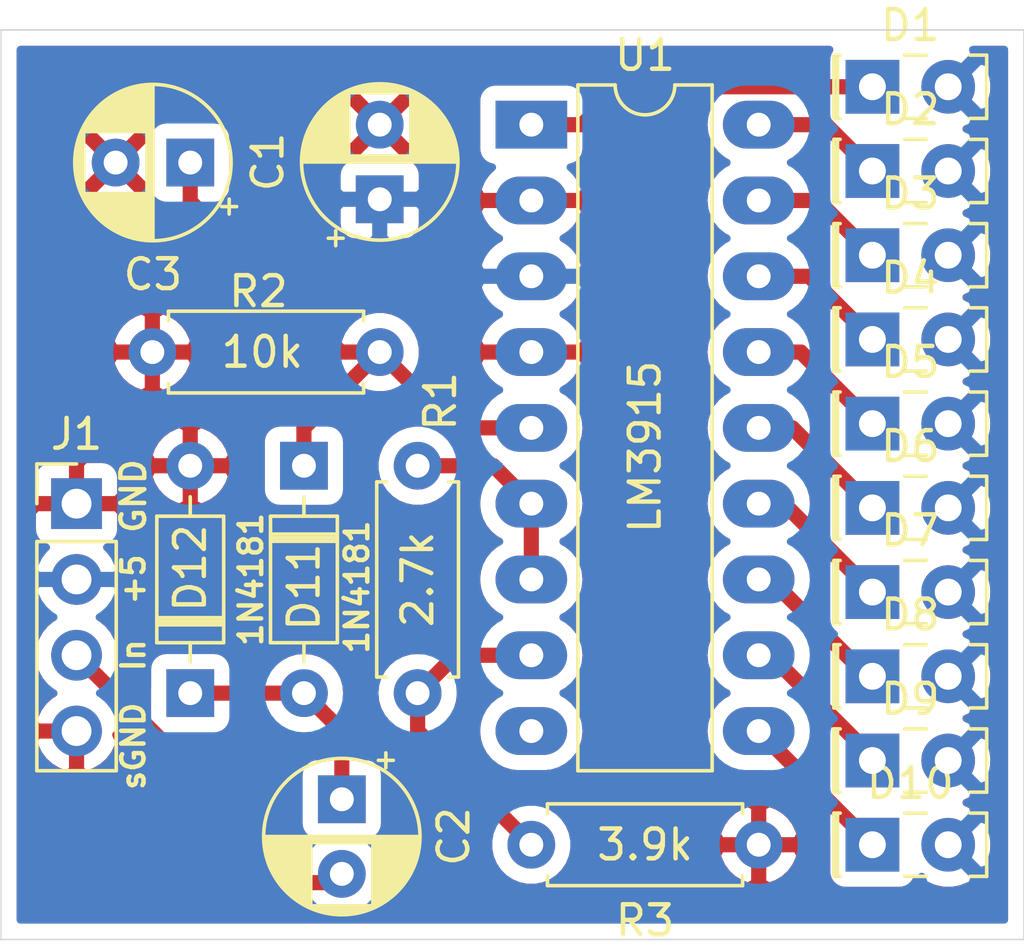
<source format=kicad_pcb>
(kicad_pcb (version 20171130) (host pcbnew "(5.1.4-0-10_14)")

  (general
    (thickness 1.6)
    (drawings 8)
    (tracks 43)
    (zones 0)
    (modules 20)
    (nets 19)
  )

  (page A4)
  (layers
    (0 F.Cu signal)
    (31 B.Cu signal)
    (32 B.Adhes user)
    (33 F.Adhes user)
    (34 B.Paste user)
    (35 F.Paste user)
    (36 B.SilkS user)
    (37 F.SilkS user)
    (38 B.Mask user)
    (39 F.Mask user)
    (40 Dwgs.User user)
    (41 Cmts.User user)
    (42 Eco1.User user)
    (43 Eco2.User user)
    (44 Edge.Cuts user)
    (45 Margin user)
    (46 B.CrtYd user)
    (47 F.CrtYd user)
    (48 B.Fab user)
    (49 F.Fab user)
  )

  (setup
    (last_trace_width 0.25)
    (user_trace_width 0.508)
    (trace_clearance 0.2)
    (zone_clearance 0.508)
    (zone_45_only no)
    (trace_min 0.2)
    (via_size 0.8)
    (via_drill 0.4)
    (via_min_size 0.4)
    (via_min_drill 0.3)
    (uvia_size 0.3)
    (uvia_drill 0.1)
    (uvias_allowed no)
    (uvia_min_size 0.2)
    (uvia_min_drill 0.1)
    (edge_width 0.05)
    (segment_width 0.2)
    (pcb_text_width 0.3)
    (pcb_text_size 1.5 1.5)
    (mod_edge_width 0.12)
    (mod_text_size 1 1)
    (mod_text_width 0.15)
    (pad_size 1.524 1.524)
    (pad_drill 0.762)
    (pad_to_mask_clearance 0.051)
    (solder_mask_min_width 0.25)
    (aux_axis_origin 0 0)
    (visible_elements FFFFFF7F)
    (pcbplotparams
      (layerselection 0x010fc_ffffffff)
      (usegerberextensions false)
      (usegerberattributes false)
      (usegerberadvancedattributes false)
      (creategerberjobfile false)
      (excludeedgelayer true)
      (linewidth 0.100000)
      (plotframeref false)
      (viasonmask false)
      (mode 1)
      (useauxorigin false)
      (hpglpennumber 1)
      (hpglpenspeed 20)
      (hpglpendiameter 15.000000)
      (psnegative false)
      (psa4output false)
      (plotreference true)
      (plotvalue true)
      (plotinvisibletext false)
      (padsonsilk false)
      (subtractmaskfromsilk false)
      (outputformat 1)
      (mirror false)
      (drillshape 0)
      (scaleselection 1)
      (outputdirectory "gerbers/"))
  )

  (net 0 "")
  (net 1 GND)
  (net 2 +5V)
  (net 3 "Net-(C2-Pad2)")
  (net 4 "Net-(C2-Pad1)")
  (net 5 "Net-(C3-Pad1)")
  (net 6 "Net-(D1-Pad1)")
  (net 7 "Net-(D2-Pad1)")
  (net 8 "Net-(D3-Pad1)")
  (net 9 "Net-(D4-Pad1)")
  (net 10 "Net-(D5-Pad1)")
  (net 11 "Net-(D6-Pad1)")
  (net 12 "Net-(D7-Pad1)")
  (net 13 "Net-(D8-Pad1)")
  (net 14 "Net-(D9-Pad1)")
  (net 15 "Net-(R1-Pad2)")
  (net 16 "Net-(R1-Pad1)")
  (net 17 "Net-(D10-Pad1)")
  (net 18 "Net-(U1-Pad9)")

  (net_class Default "This is the default net class."
    (clearance 0.2)
    (trace_width 0.25)
    (via_dia 0.8)
    (via_drill 0.4)
    (uvia_dia 0.3)
    (uvia_drill 0.1)
    (add_net +5V)
    (add_net GND)
    (add_net "Net-(C2-Pad1)")
    (add_net "Net-(C2-Pad2)")
    (add_net "Net-(C3-Pad1)")
    (add_net "Net-(D1-Pad1)")
    (add_net "Net-(D10-Pad1)")
    (add_net "Net-(D2-Pad1)")
    (add_net "Net-(D3-Pad1)")
    (add_net "Net-(D4-Pad1)")
    (add_net "Net-(D5-Pad1)")
    (add_net "Net-(D6-Pad1)")
    (add_net "Net-(D7-Pad1)")
    (add_net "Net-(D8-Pad1)")
    (add_net "Net-(D9-Pad1)")
    (add_net "Net-(R1-Pad1)")
    (add_net "Net-(R1-Pad2)")
    (add_net "Net-(U1-Pad9)")
  )

  (module Capacitor_THT:CP_Radial_D5.0mm_P2.50mm (layer F.Cu) (tedit 5AE50EF0) (tstamp 5D69A2A6)
    (at 71.12 73.66 180)
    (descr "CP, Radial series, Radial, pin pitch=2.50mm, , diameter=5mm, Electrolytic Capacitor")
    (tags "CP Radial series Radial pin pitch 2.50mm  diameter 5mm Electrolytic Capacitor")
    (path /5D699225)
    (fp_text reference C3 (at 1.25 -3.75) (layer F.SilkS)
      (effects (font (size 1 1) (thickness 0.15)))
    )
    (fp_text value 1uf (at 1.25 3.75) (layer F.Fab)
      (effects (font (size 1 1) (thickness 0.15)))
    )
    (fp_text user %R (at 1.25 0) (layer F.Fab)
      (effects (font (size 1 1) (thickness 0.15)))
    )
    (fp_line (start -1.304775 -1.725) (end -1.304775 -1.225) (layer F.SilkS) (width 0.12))
    (fp_line (start -1.554775 -1.475) (end -1.054775 -1.475) (layer F.SilkS) (width 0.12))
    (fp_line (start 3.851 -0.284) (end 3.851 0.284) (layer F.SilkS) (width 0.12))
    (fp_line (start 3.811 -0.518) (end 3.811 0.518) (layer F.SilkS) (width 0.12))
    (fp_line (start 3.771 -0.677) (end 3.771 0.677) (layer F.SilkS) (width 0.12))
    (fp_line (start 3.731 -0.805) (end 3.731 0.805) (layer F.SilkS) (width 0.12))
    (fp_line (start 3.691 -0.915) (end 3.691 0.915) (layer F.SilkS) (width 0.12))
    (fp_line (start 3.651 -1.011) (end 3.651 1.011) (layer F.SilkS) (width 0.12))
    (fp_line (start 3.611 -1.098) (end 3.611 1.098) (layer F.SilkS) (width 0.12))
    (fp_line (start 3.571 -1.178) (end 3.571 1.178) (layer F.SilkS) (width 0.12))
    (fp_line (start 3.531 1.04) (end 3.531 1.251) (layer F.SilkS) (width 0.12))
    (fp_line (start 3.531 -1.251) (end 3.531 -1.04) (layer F.SilkS) (width 0.12))
    (fp_line (start 3.491 1.04) (end 3.491 1.319) (layer F.SilkS) (width 0.12))
    (fp_line (start 3.491 -1.319) (end 3.491 -1.04) (layer F.SilkS) (width 0.12))
    (fp_line (start 3.451 1.04) (end 3.451 1.383) (layer F.SilkS) (width 0.12))
    (fp_line (start 3.451 -1.383) (end 3.451 -1.04) (layer F.SilkS) (width 0.12))
    (fp_line (start 3.411 1.04) (end 3.411 1.443) (layer F.SilkS) (width 0.12))
    (fp_line (start 3.411 -1.443) (end 3.411 -1.04) (layer F.SilkS) (width 0.12))
    (fp_line (start 3.371 1.04) (end 3.371 1.5) (layer F.SilkS) (width 0.12))
    (fp_line (start 3.371 -1.5) (end 3.371 -1.04) (layer F.SilkS) (width 0.12))
    (fp_line (start 3.331 1.04) (end 3.331 1.554) (layer F.SilkS) (width 0.12))
    (fp_line (start 3.331 -1.554) (end 3.331 -1.04) (layer F.SilkS) (width 0.12))
    (fp_line (start 3.291 1.04) (end 3.291 1.605) (layer F.SilkS) (width 0.12))
    (fp_line (start 3.291 -1.605) (end 3.291 -1.04) (layer F.SilkS) (width 0.12))
    (fp_line (start 3.251 1.04) (end 3.251 1.653) (layer F.SilkS) (width 0.12))
    (fp_line (start 3.251 -1.653) (end 3.251 -1.04) (layer F.SilkS) (width 0.12))
    (fp_line (start 3.211 1.04) (end 3.211 1.699) (layer F.SilkS) (width 0.12))
    (fp_line (start 3.211 -1.699) (end 3.211 -1.04) (layer F.SilkS) (width 0.12))
    (fp_line (start 3.171 1.04) (end 3.171 1.743) (layer F.SilkS) (width 0.12))
    (fp_line (start 3.171 -1.743) (end 3.171 -1.04) (layer F.SilkS) (width 0.12))
    (fp_line (start 3.131 1.04) (end 3.131 1.785) (layer F.SilkS) (width 0.12))
    (fp_line (start 3.131 -1.785) (end 3.131 -1.04) (layer F.SilkS) (width 0.12))
    (fp_line (start 3.091 1.04) (end 3.091 1.826) (layer F.SilkS) (width 0.12))
    (fp_line (start 3.091 -1.826) (end 3.091 -1.04) (layer F.SilkS) (width 0.12))
    (fp_line (start 3.051 1.04) (end 3.051 1.864) (layer F.SilkS) (width 0.12))
    (fp_line (start 3.051 -1.864) (end 3.051 -1.04) (layer F.SilkS) (width 0.12))
    (fp_line (start 3.011 1.04) (end 3.011 1.901) (layer F.SilkS) (width 0.12))
    (fp_line (start 3.011 -1.901) (end 3.011 -1.04) (layer F.SilkS) (width 0.12))
    (fp_line (start 2.971 1.04) (end 2.971 1.937) (layer F.SilkS) (width 0.12))
    (fp_line (start 2.971 -1.937) (end 2.971 -1.04) (layer F.SilkS) (width 0.12))
    (fp_line (start 2.931 1.04) (end 2.931 1.971) (layer F.SilkS) (width 0.12))
    (fp_line (start 2.931 -1.971) (end 2.931 -1.04) (layer F.SilkS) (width 0.12))
    (fp_line (start 2.891 1.04) (end 2.891 2.004) (layer F.SilkS) (width 0.12))
    (fp_line (start 2.891 -2.004) (end 2.891 -1.04) (layer F.SilkS) (width 0.12))
    (fp_line (start 2.851 1.04) (end 2.851 2.035) (layer F.SilkS) (width 0.12))
    (fp_line (start 2.851 -2.035) (end 2.851 -1.04) (layer F.SilkS) (width 0.12))
    (fp_line (start 2.811 1.04) (end 2.811 2.065) (layer F.SilkS) (width 0.12))
    (fp_line (start 2.811 -2.065) (end 2.811 -1.04) (layer F.SilkS) (width 0.12))
    (fp_line (start 2.771 1.04) (end 2.771 2.095) (layer F.SilkS) (width 0.12))
    (fp_line (start 2.771 -2.095) (end 2.771 -1.04) (layer F.SilkS) (width 0.12))
    (fp_line (start 2.731 1.04) (end 2.731 2.122) (layer F.SilkS) (width 0.12))
    (fp_line (start 2.731 -2.122) (end 2.731 -1.04) (layer F.SilkS) (width 0.12))
    (fp_line (start 2.691 1.04) (end 2.691 2.149) (layer F.SilkS) (width 0.12))
    (fp_line (start 2.691 -2.149) (end 2.691 -1.04) (layer F.SilkS) (width 0.12))
    (fp_line (start 2.651 1.04) (end 2.651 2.175) (layer F.SilkS) (width 0.12))
    (fp_line (start 2.651 -2.175) (end 2.651 -1.04) (layer F.SilkS) (width 0.12))
    (fp_line (start 2.611 1.04) (end 2.611 2.2) (layer F.SilkS) (width 0.12))
    (fp_line (start 2.611 -2.2) (end 2.611 -1.04) (layer F.SilkS) (width 0.12))
    (fp_line (start 2.571 1.04) (end 2.571 2.224) (layer F.SilkS) (width 0.12))
    (fp_line (start 2.571 -2.224) (end 2.571 -1.04) (layer F.SilkS) (width 0.12))
    (fp_line (start 2.531 1.04) (end 2.531 2.247) (layer F.SilkS) (width 0.12))
    (fp_line (start 2.531 -2.247) (end 2.531 -1.04) (layer F.SilkS) (width 0.12))
    (fp_line (start 2.491 1.04) (end 2.491 2.268) (layer F.SilkS) (width 0.12))
    (fp_line (start 2.491 -2.268) (end 2.491 -1.04) (layer F.SilkS) (width 0.12))
    (fp_line (start 2.451 1.04) (end 2.451 2.29) (layer F.SilkS) (width 0.12))
    (fp_line (start 2.451 -2.29) (end 2.451 -1.04) (layer F.SilkS) (width 0.12))
    (fp_line (start 2.411 1.04) (end 2.411 2.31) (layer F.SilkS) (width 0.12))
    (fp_line (start 2.411 -2.31) (end 2.411 -1.04) (layer F.SilkS) (width 0.12))
    (fp_line (start 2.371 1.04) (end 2.371 2.329) (layer F.SilkS) (width 0.12))
    (fp_line (start 2.371 -2.329) (end 2.371 -1.04) (layer F.SilkS) (width 0.12))
    (fp_line (start 2.331 1.04) (end 2.331 2.348) (layer F.SilkS) (width 0.12))
    (fp_line (start 2.331 -2.348) (end 2.331 -1.04) (layer F.SilkS) (width 0.12))
    (fp_line (start 2.291 1.04) (end 2.291 2.365) (layer F.SilkS) (width 0.12))
    (fp_line (start 2.291 -2.365) (end 2.291 -1.04) (layer F.SilkS) (width 0.12))
    (fp_line (start 2.251 1.04) (end 2.251 2.382) (layer F.SilkS) (width 0.12))
    (fp_line (start 2.251 -2.382) (end 2.251 -1.04) (layer F.SilkS) (width 0.12))
    (fp_line (start 2.211 1.04) (end 2.211 2.398) (layer F.SilkS) (width 0.12))
    (fp_line (start 2.211 -2.398) (end 2.211 -1.04) (layer F.SilkS) (width 0.12))
    (fp_line (start 2.171 1.04) (end 2.171 2.414) (layer F.SilkS) (width 0.12))
    (fp_line (start 2.171 -2.414) (end 2.171 -1.04) (layer F.SilkS) (width 0.12))
    (fp_line (start 2.131 1.04) (end 2.131 2.428) (layer F.SilkS) (width 0.12))
    (fp_line (start 2.131 -2.428) (end 2.131 -1.04) (layer F.SilkS) (width 0.12))
    (fp_line (start 2.091 1.04) (end 2.091 2.442) (layer F.SilkS) (width 0.12))
    (fp_line (start 2.091 -2.442) (end 2.091 -1.04) (layer F.SilkS) (width 0.12))
    (fp_line (start 2.051 1.04) (end 2.051 2.455) (layer F.SilkS) (width 0.12))
    (fp_line (start 2.051 -2.455) (end 2.051 -1.04) (layer F.SilkS) (width 0.12))
    (fp_line (start 2.011 1.04) (end 2.011 2.468) (layer F.SilkS) (width 0.12))
    (fp_line (start 2.011 -2.468) (end 2.011 -1.04) (layer F.SilkS) (width 0.12))
    (fp_line (start 1.971 1.04) (end 1.971 2.48) (layer F.SilkS) (width 0.12))
    (fp_line (start 1.971 -2.48) (end 1.971 -1.04) (layer F.SilkS) (width 0.12))
    (fp_line (start 1.93 1.04) (end 1.93 2.491) (layer F.SilkS) (width 0.12))
    (fp_line (start 1.93 -2.491) (end 1.93 -1.04) (layer F.SilkS) (width 0.12))
    (fp_line (start 1.89 1.04) (end 1.89 2.501) (layer F.SilkS) (width 0.12))
    (fp_line (start 1.89 -2.501) (end 1.89 -1.04) (layer F.SilkS) (width 0.12))
    (fp_line (start 1.85 1.04) (end 1.85 2.511) (layer F.SilkS) (width 0.12))
    (fp_line (start 1.85 -2.511) (end 1.85 -1.04) (layer F.SilkS) (width 0.12))
    (fp_line (start 1.81 1.04) (end 1.81 2.52) (layer F.SilkS) (width 0.12))
    (fp_line (start 1.81 -2.52) (end 1.81 -1.04) (layer F.SilkS) (width 0.12))
    (fp_line (start 1.77 1.04) (end 1.77 2.528) (layer F.SilkS) (width 0.12))
    (fp_line (start 1.77 -2.528) (end 1.77 -1.04) (layer F.SilkS) (width 0.12))
    (fp_line (start 1.73 1.04) (end 1.73 2.536) (layer F.SilkS) (width 0.12))
    (fp_line (start 1.73 -2.536) (end 1.73 -1.04) (layer F.SilkS) (width 0.12))
    (fp_line (start 1.69 1.04) (end 1.69 2.543) (layer F.SilkS) (width 0.12))
    (fp_line (start 1.69 -2.543) (end 1.69 -1.04) (layer F.SilkS) (width 0.12))
    (fp_line (start 1.65 1.04) (end 1.65 2.55) (layer F.SilkS) (width 0.12))
    (fp_line (start 1.65 -2.55) (end 1.65 -1.04) (layer F.SilkS) (width 0.12))
    (fp_line (start 1.61 1.04) (end 1.61 2.556) (layer F.SilkS) (width 0.12))
    (fp_line (start 1.61 -2.556) (end 1.61 -1.04) (layer F.SilkS) (width 0.12))
    (fp_line (start 1.57 1.04) (end 1.57 2.561) (layer F.SilkS) (width 0.12))
    (fp_line (start 1.57 -2.561) (end 1.57 -1.04) (layer F.SilkS) (width 0.12))
    (fp_line (start 1.53 1.04) (end 1.53 2.565) (layer F.SilkS) (width 0.12))
    (fp_line (start 1.53 -2.565) (end 1.53 -1.04) (layer F.SilkS) (width 0.12))
    (fp_line (start 1.49 1.04) (end 1.49 2.569) (layer F.SilkS) (width 0.12))
    (fp_line (start 1.49 -2.569) (end 1.49 -1.04) (layer F.SilkS) (width 0.12))
    (fp_line (start 1.45 -2.573) (end 1.45 2.573) (layer F.SilkS) (width 0.12))
    (fp_line (start 1.41 -2.576) (end 1.41 2.576) (layer F.SilkS) (width 0.12))
    (fp_line (start 1.37 -2.578) (end 1.37 2.578) (layer F.SilkS) (width 0.12))
    (fp_line (start 1.33 -2.579) (end 1.33 2.579) (layer F.SilkS) (width 0.12))
    (fp_line (start 1.29 -2.58) (end 1.29 2.58) (layer F.SilkS) (width 0.12))
    (fp_line (start 1.25 -2.58) (end 1.25 2.58) (layer F.SilkS) (width 0.12))
    (fp_line (start -0.633605 -1.3375) (end -0.633605 -0.8375) (layer F.Fab) (width 0.1))
    (fp_line (start -0.883605 -1.0875) (end -0.383605 -1.0875) (layer F.Fab) (width 0.1))
    (fp_circle (center 1.25 0) (end 4 0) (layer F.CrtYd) (width 0.05))
    (fp_circle (center 1.25 0) (end 3.87 0) (layer F.SilkS) (width 0.12))
    (fp_circle (center 1.25 0) (end 3.75 0) (layer F.Fab) (width 0.1))
    (pad 2 thru_hole circle (at 2.5 0 180) (size 1.6 1.6) (drill 0.8) (layers *.Cu *.Mask)
      (net 1 GND))
    (pad 1 thru_hole rect (at 0 0 180) (size 1.6 1.6) (drill 0.8) (layers *.Cu *.Mask)
      (net 5 "Net-(C3-Pad1)"))
    (model ${KISYS3DMOD}/Capacitor_THT.3dshapes/CP_Radial_D5.0mm_P2.50mm.wrl
      (at (xyz 0 0 0))
      (scale (xyz 1 1 1))
      (rotate (xyz 0 0 0))
    )
  )

  (module Capacitor_THT:CP_Radial_D5.0mm_P2.50mm (layer F.Cu) (tedit 5AE50EF0) (tstamp 5D69A212)
    (at 76.2 94.996 270)
    (descr "CP, Radial series, Radial, pin pitch=2.50mm, , diameter=5mm, Electrolytic Capacitor")
    (tags "CP Radial series Radial pin pitch 2.50mm  diameter 5mm Electrolytic Capacitor")
    (path /5D69A191)
    (fp_text reference C2 (at 1.25 -3.75 90) (layer F.SilkS)
      (effects (font (size 1 1) (thickness 0.15)))
    )
    (fp_text value 1uf (at 1.25 3.75 90) (layer F.Fab)
      (effects (font (size 1 1) (thickness 0.15)))
    )
    (fp_text user %R (at 1.25 0 90) (layer F.Fab)
      (effects (font (size 1 1) (thickness 0.15)))
    )
    (fp_line (start -1.304775 -1.725) (end -1.304775 -1.225) (layer F.SilkS) (width 0.12))
    (fp_line (start -1.554775 -1.475) (end -1.054775 -1.475) (layer F.SilkS) (width 0.12))
    (fp_line (start 3.851 -0.284) (end 3.851 0.284) (layer F.SilkS) (width 0.12))
    (fp_line (start 3.811 -0.518) (end 3.811 0.518) (layer F.SilkS) (width 0.12))
    (fp_line (start 3.771 -0.677) (end 3.771 0.677) (layer F.SilkS) (width 0.12))
    (fp_line (start 3.731 -0.805) (end 3.731 0.805) (layer F.SilkS) (width 0.12))
    (fp_line (start 3.691 -0.915) (end 3.691 0.915) (layer F.SilkS) (width 0.12))
    (fp_line (start 3.651 -1.011) (end 3.651 1.011) (layer F.SilkS) (width 0.12))
    (fp_line (start 3.611 -1.098) (end 3.611 1.098) (layer F.SilkS) (width 0.12))
    (fp_line (start 3.571 -1.178) (end 3.571 1.178) (layer F.SilkS) (width 0.12))
    (fp_line (start 3.531 1.04) (end 3.531 1.251) (layer F.SilkS) (width 0.12))
    (fp_line (start 3.531 -1.251) (end 3.531 -1.04) (layer F.SilkS) (width 0.12))
    (fp_line (start 3.491 1.04) (end 3.491 1.319) (layer F.SilkS) (width 0.12))
    (fp_line (start 3.491 -1.319) (end 3.491 -1.04) (layer F.SilkS) (width 0.12))
    (fp_line (start 3.451 1.04) (end 3.451 1.383) (layer F.SilkS) (width 0.12))
    (fp_line (start 3.451 -1.383) (end 3.451 -1.04) (layer F.SilkS) (width 0.12))
    (fp_line (start 3.411 1.04) (end 3.411 1.443) (layer F.SilkS) (width 0.12))
    (fp_line (start 3.411 -1.443) (end 3.411 -1.04) (layer F.SilkS) (width 0.12))
    (fp_line (start 3.371 1.04) (end 3.371 1.5) (layer F.SilkS) (width 0.12))
    (fp_line (start 3.371 -1.5) (end 3.371 -1.04) (layer F.SilkS) (width 0.12))
    (fp_line (start 3.331 1.04) (end 3.331 1.554) (layer F.SilkS) (width 0.12))
    (fp_line (start 3.331 -1.554) (end 3.331 -1.04) (layer F.SilkS) (width 0.12))
    (fp_line (start 3.291 1.04) (end 3.291 1.605) (layer F.SilkS) (width 0.12))
    (fp_line (start 3.291 -1.605) (end 3.291 -1.04) (layer F.SilkS) (width 0.12))
    (fp_line (start 3.251 1.04) (end 3.251 1.653) (layer F.SilkS) (width 0.12))
    (fp_line (start 3.251 -1.653) (end 3.251 -1.04) (layer F.SilkS) (width 0.12))
    (fp_line (start 3.211 1.04) (end 3.211 1.699) (layer F.SilkS) (width 0.12))
    (fp_line (start 3.211 -1.699) (end 3.211 -1.04) (layer F.SilkS) (width 0.12))
    (fp_line (start 3.171 1.04) (end 3.171 1.743) (layer F.SilkS) (width 0.12))
    (fp_line (start 3.171 -1.743) (end 3.171 -1.04) (layer F.SilkS) (width 0.12))
    (fp_line (start 3.131 1.04) (end 3.131 1.785) (layer F.SilkS) (width 0.12))
    (fp_line (start 3.131 -1.785) (end 3.131 -1.04) (layer F.SilkS) (width 0.12))
    (fp_line (start 3.091 1.04) (end 3.091 1.826) (layer F.SilkS) (width 0.12))
    (fp_line (start 3.091 -1.826) (end 3.091 -1.04) (layer F.SilkS) (width 0.12))
    (fp_line (start 3.051 1.04) (end 3.051 1.864) (layer F.SilkS) (width 0.12))
    (fp_line (start 3.051 -1.864) (end 3.051 -1.04) (layer F.SilkS) (width 0.12))
    (fp_line (start 3.011 1.04) (end 3.011 1.901) (layer F.SilkS) (width 0.12))
    (fp_line (start 3.011 -1.901) (end 3.011 -1.04) (layer F.SilkS) (width 0.12))
    (fp_line (start 2.971 1.04) (end 2.971 1.937) (layer F.SilkS) (width 0.12))
    (fp_line (start 2.971 -1.937) (end 2.971 -1.04) (layer F.SilkS) (width 0.12))
    (fp_line (start 2.931 1.04) (end 2.931 1.971) (layer F.SilkS) (width 0.12))
    (fp_line (start 2.931 -1.971) (end 2.931 -1.04) (layer F.SilkS) (width 0.12))
    (fp_line (start 2.891 1.04) (end 2.891 2.004) (layer F.SilkS) (width 0.12))
    (fp_line (start 2.891 -2.004) (end 2.891 -1.04) (layer F.SilkS) (width 0.12))
    (fp_line (start 2.851 1.04) (end 2.851 2.035) (layer F.SilkS) (width 0.12))
    (fp_line (start 2.851 -2.035) (end 2.851 -1.04) (layer F.SilkS) (width 0.12))
    (fp_line (start 2.811 1.04) (end 2.811 2.065) (layer F.SilkS) (width 0.12))
    (fp_line (start 2.811 -2.065) (end 2.811 -1.04) (layer F.SilkS) (width 0.12))
    (fp_line (start 2.771 1.04) (end 2.771 2.095) (layer F.SilkS) (width 0.12))
    (fp_line (start 2.771 -2.095) (end 2.771 -1.04) (layer F.SilkS) (width 0.12))
    (fp_line (start 2.731 1.04) (end 2.731 2.122) (layer F.SilkS) (width 0.12))
    (fp_line (start 2.731 -2.122) (end 2.731 -1.04) (layer F.SilkS) (width 0.12))
    (fp_line (start 2.691 1.04) (end 2.691 2.149) (layer F.SilkS) (width 0.12))
    (fp_line (start 2.691 -2.149) (end 2.691 -1.04) (layer F.SilkS) (width 0.12))
    (fp_line (start 2.651 1.04) (end 2.651 2.175) (layer F.SilkS) (width 0.12))
    (fp_line (start 2.651 -2.175) (end 2.651 -1.04) (layer F.SilkS) (width 0.12))
    (fp_line (start 2.611 1.04) (end 2.611 2.2) (layer F.SilkS) (width 0.12))
    (fp_line (start 2.611 -2.2) (end 2.611 -1.04) (layer F.SilkS) (width 0.12))
    (fp_line (start 2.571 1.04) (end 2.571 2.224) (layer F.SilkS) (width 0.12))
    (fp_line (start 2.571 -2.224) (end 2.571 -1.04) (layer F.SilkS) (width 0.12))
    (fp_line (start 2.531 1.04) (end 2.531 2.247) (layer F.SilkS) (width 0.12))
    (fp_line (start 2.531 -2.247) (end 2.531 -1.04) (layer F.SilkS) (width 0.12))
    (fp_line (start 2.491 1.04) (end 2.491 2.268) (layer F.SilkS) (width 0.12))
    (fp_line (start 2.491 -2.268) (end 2.491 -1.04) (layer F.SilkS) (width 0.12))
    (fp_line (start 2.451 1.04) (end 2.451 2.29) (layer F.SilkS) (width 0.12))
    (fp_line (start 2.451 -2.29) (end 2.451 -1.04) (layer F.SilkS) (width 0.12))
    (fp_line (start 2.411 1.04) (end 2.411 2.31) (layer F.SilkS) (width 0.12))
    (fp_line (start 2.411 -2.31) (end 2.411 -1.04) (layer F.SilkS) (width 0.12))
    (fp_line (start 2.371 1.04) (end 2.371 2.329) (layer F.SilkS) (width 0.12))
    (fp_line (start 2.371 -2.329) (end 2.371 -1.04) (layer F.SilkS) (width 0.12))
    (fp_line (start 2.331 1.04) (end 2.331 2.348) (layer F.SilkS) (width 0.12))
    (fp_line (start 2.331 -2.348) (end 2.331 -1.04) (layer F.SilkS) (width 0.12))
    (fp_line (start 2.291 1.04) (end 2.291 2.365) (layer F.SilkS) (width 0.12))
    (fp_line (start 2.291 -2.365) (end 2.291 -1.04) (layer F.SilkS) (width 0.12))
    (fp_line (start 2.251 1.04) (end 2.251 2.382) (layer F.SilkS) (width 0.12))
    (fp_line (start 2.251 -2.382) (end 2.251 -1.04) (layer F.SilkS) (width 0.12))
    (fp_line (start 2.211 1.04) (end 2.211 2.398) (layer F.SilkS) (width 0.12))
    (fp_line (start 2.211 -2.398) (end 2.211 -1.04) (layer F.SilkS) (width 0.12))
    (fp_line (start 2.171 1.04) (end 2.171 2.414) (layer F.SilkS) (width 0.12))
    (fp_line (start 2.171 -2.414) (end 2.171 -1.04) (layer F.SilkS) (width 0.12))
    (fp_line (start 2.131 1.04) (end 2.131 2.428) (layer F.SilkS) (width 0.12))
    (fp_line (start 2.131 -2.428) (end 2.131 -1.04) (layer F.SilkS) (width 0.12))
    (fp_line (start 2.091 1.04) (end 2.091 2.442) (layer F.SilkS) (width 0.12))
    (fp_line (start 2.091 -2.442) (end 2.091 -1.04) (layer F.SilkS) (width 0.12))
    (fp_line (start 2.051 1.04) (end 2.051 2.455) (layer F.SilkS) (width 0.12))
    (fp_line (start 2.051 -2.455) (end 2.051 -1.04) (layer F.SilkS) (width 0.12))
    (fp_line (start 2.011 1.04) (end 2.011 2.468) (layer F.SilkS) (width 0.12))
    (fp_line (start 2.011 -2.468) (end 2.011 -1.04) (layer F.SilkS) (width 0.12))
    (fp_line (start 1.971 1.04) (end 1.971 2.48) (layer F.SilkS) (width 0.12))
    (fp_line (start 1.971 -2.48) (end 1.971 -1.04) (layer F.SilkS) (width 0.12))
    (fp_line (start 1.93 1.04) (end 1.93 2.491) (layer F.SilkS) (width 0.12))
    (fp_line (start 1.93 -2.491) (end 1.93 -1.04) (layer F.SilkS) (width 0.12))
    (fp_line (start 1.89 1.04) (end 1.89 2.501) (layer F.SilkS) (width 0.12))
    (fp_line (start 1.89 -2.501) (end 1.89 -1.04) (layer F.SilkS) (width 0.12))
    (fp_line (start 1.85 1.04) (end 1.85 2.511) (layer F.SilkS) (width 0.12))
    (fp_line (start 1.85 -2.511) (end 1.85 -1.04) (layer F.SilkS) (width 0.12))
    (fp_line (start 1.81 1.04) (end 1.81 2.52) (layer F.SilkS) (width 0.12))
    (fp_line (start 1.81 -2.52) (end 1.81 -1.04) (layer F.SilkS) (width 0.12))
    (fp_line (start 1.77 1.04) (end 1.77 2.528) (layer F.SilkS) (width 0.12))
    (fp_line (start 1.77 -2.528) (end 1.77 -1.04) (layer F.SilkS) (width 0.12))
    (fp_line (start 1.73 1.04) (end 1.73 2.536) (layer F.SilkS) (width 0.12))
    (fp_line (start 1.73 -2.536) (end 1.73 -1.04) (layer F.SilkS) (width 0.12))
    (fp_line (start 1.69 1.04) (end 1.69 2.543) (layer F.SilkS) (width 0.12))
    (fp_line (start 1.69 -2.543) (end 1.69 -1.04) (layer F.SilkS) (width 0.12))
    (fp_line (start 1.65 1.04) (end 1.65 2.55) (layer F.SilkS) (width 0.12))
    (fp_line (start 1.65 -2.55) (end 1.65 -1.04) (layer F.SilkS) (width 0.12))
    (fp_line (start 1.61 1.04) (end 1.61 2.556) (layer F.SilkS) (width 0.12))
    (fp_line (start 1.61 -2.556) (end 1.61 -1.04) (layer F.SilkS) (width 0.12))
    (fp_line (start 1.57 1.04) (end 1.57 2.561) (layer F.SilkS) (width 0.12))
    (fp_line (start 1.57 -2.561) (end 1.57 -1.04) (layer F.SilkS) (width 0.12))
    (fp_line (start 1.53 1.04) (end 1.53 2.565) (layer F.SilkS) (width 0.12))
    (fp_line (start 1.53 -2.565) (end 1.53 -1.04) (layer F.SilkS) (width 0.12))
    (fp_line (start 1.49 1.04) (end 1.49 2.569) (layer F.SilkS) (width 0.12))
    (fp_line (start 1.49 -2.569) (end 1.49 -1.04) (layer F.SilkS) (width 0.12))
    (fp_line (start 1.45 -2.573) (end 1.45 2.573) (layer F.SilkS) (width 0.12))
    (fp_line (start 1.41 -2.576) (end 1.41 2.576) (layer F.SilkS) (width 0.12))
    (fp_line (start 1.37 -2.578) (end 1.37 2.578) (layer F.SilkS) (width 0.12))
    (fp_line (start 1.33 -2.579) (end 1.33 2.579) (layer F.SilkS) (width 0.12))
    (fp_line (start 1.29 -2.58) (end 1.29 2.58) (layer F.SilkS) (width 0.12))
    (fp_line (start 1.25 -2.58) (end 1.25 2.58) (layer F.SilkS) (width 0.12))
    (fp_line (start -0.633605 -1.3375) (end -0.633605 -0.8375) (layer F.Fab) (width 0.1))
    (fp_line (start -0.883605 -1.0875) (end -0.383605 -1.0875) (layer F.Fab) (width 0.1))
    (fp_circle (center 1.25 0) (end 4 0) (layer F.CrtYd) (width 0.05))
    (fp_circle (center 1.25 0) (end 3.87 0) (layer F.SilkS) (width 0.12))
    (fp_circle (center 1.25 0) (end 3.75 0) (layer F.Fab) (width 0.1))
    (pad 2 thru_hole circle (at 2.5 0 270) (size 1.6 1.6) (drill 0.8) (layers *.Cu *.Mask)
      (net 3 "Net-(C2-Pad2)"))
    (pad 1 thru_hole rect (at 0 0 270) (size 1.6 1.6) (drill 0.8) (layers *.Cu *.Mask)
      (net 4 "Net-(C2-Pad1)"))
    (model ${KISYS3DMOD}/Capacitor_THT.3dshapes/CP_Radial_D5.0mm_P2.50mm.wrl
      (at (xyz 0 0 0))
      (scale (xyz 1 1 1))
      (rotate (xyz 0 0 0))
    )
  )

  (module Capacitor_THT:CP_Radial_D5.0mm_P2.50mm (layer F.Cu) (tedit 5AE50EF0) (tstamp 5D69A17E)
    (at 77.47 74.89 90)
    (descr "CP, Radial series, Radial, pin pitch=2.50mm, , diameter=5mm, Electrolytic Capacitor")
    (tags "CP Radial series Radial pin pitch 2.50mm  diameter 5mm Electrolytic Capacitor")
    (path /5D695FCC)
    (fp_text reference C1 (at 1.25 -3.75 90) (layer F.SilkS)
      (effects (font (size 1 1) (thickness 0.15)))
    )
    (fp_text value 47uf (at 1.25 3.75 90) (layer F.Fab)
      (effects (font (size 1 1) (thickness 0.15)))
    )
    (fp_text user %R (at 1.25 0 90) (layer F.Fab)
      (effects (font (size 1 1) (thickness 0.15)))
    )
    (fp_line (start -1.304775 -1.725) (end -1.304775 -1.225) (layer F.SilkS) (width 0.12))
    (fp_line (start -1.554775 -1.475) (end -1.054775 -1.475) (layer F.SilkS) (width 0.12))
    (fp_line (start 3.851 -0.284) (end 3.851 0.284) (layer F.SilkS) (width 0.12))
    (fp_line (start 3.811 -0.518) (end 3.811 0.518) (layer F.SilkS) (width 0.12))
    (fp_line (start 3.771 -0.677) (end 3.771 0.677) (layer F.SilkS) (width 0.12))
    (fp_line (start 3.731 -0.805) (end 3.731 0.805) (layer F.SilkS) (width 0.12))
    (fp_line (start 3.691 -0.915) (end 3.691 0.915) (layer F.SilkS) (width 0.12))
    (fp_line (start 3.651 -1.011) (end 3.651 1.011) (layer F.SilkS) (width 0.12))
    (fp_line (start 3.611 -1.098) (end 3.611 1.098) (layer F.SilkS) (width 0.12))
    (fp_line (start 3.571 -1.178) (end 3.571 1.178) (layer F.SilkS) (width 0.12))
    (fp_line (start 3.531 1.04) (end 3.531 1.251) (layer F.SilkS) (width 0.12))
    (fp_line (start 3.531 -1.251) (end 3.531 -1.04) (layer F.SilkS) (width 0.12))
    (fp_line (start 3.491 1.04) (end 3.491 1.319) (layer F.SilkS) (width 0.12))
    (fp_line (start 3.491 -1.319) (end 3.491 -1.04) (layer F.SilkS) (width 0.12))
    (fp_line (start 3.451 1.04) (end 3.451 1.383) (layer F.SilkS) (width 0.12))
    (fp_line (start 3.451 -1.383) (end 3.451 -1.04) (layer F.SilkS) (width 0.12))
    (fp_line (start 3.411 1.04) (end 3.411 1.443) (layer F.SilkS) (width 0.12))
    (fp_line (start 3.411 -1.443) (end 3.411 -1.04) (layer F.SilkS) (width 0.12))
    (fp_line (start 3.371 1.04) (end 3.371 1.5) (layer F.SilkS) (width 0.12))
    (fp_line (start 3.371 -1.5) (end 3.371 -1.04) (layer F.SilkS) (width 0.12))
    (fp_line (start 3.331 1.04) (end 3.331 1.554) (layer F.SilkS) (width 0.12))
    (fp_line (start 3.331 -1.554) (end 3.331 -1.04) (layer F.SilkS) (width 0.12))
    (fp_line (start 3.291 1.04) (end 3.291 1.605) (layer F.SilkS) (width 0.12))
    (fp_line (start 3.291 -1.605) (end 3.291 -1.04) (layer F.SilkS) (width 0.12))
    (fp_line (start 3.251 1.04) (end 3.251 1.653) (layer F.SilkS) (width 0.12))
    (fp_line (start 3.251 -1.653) (end 3.251 -1.04) (layer F.SilkS) (width 0.12))
    (fp_line (start 3.211 1.04) (end 3.211 1.699) (layer F.SilkS) (width 0.12))
    (fp_line (start 3.211 -1.699) (end 3.211 -1.04) (layer F.SilkS) (width 0.12))
    (fp_line (start 3.171 1.04) (end 3.171 1.743) (layer F.SilkS) (width 0.12))
    (fp_line (start 3.171 -1.743) (end 3.171 -1.04) (layer F.SilkS) (width 0.12))
    (fp_line (start 3.131 1.04) (end 3.131 1.785) (layer F.SilkS) (width 0.12))
    (fp_line (start 3.131 -1.785) (end 3.131 -1.04) (layer F.SilkS) (width 0.12))
    (fp_line (start 3.091 1.04) (end 3.091 1.826) (layer F.SilkS) (width 0.12))
    (fp_line (start 3.091 -1.826) (end 3.091 -1.04) (layer F.SilkS) (width 0.12))
    (fp_line (start 3.051 1.04) (end 3.051 1.864) (layer F.SilkS) (width 0.12))
    (fp_line (start 3.051 -1.864) (end 3.051 -1.04) (layer F.SilkS) (width 0.12))
    (fp_line (start 3.011 1.04) (end 3.011 1.901) (layer F.SilkS) (width 0.12))
    (fp_line (start 3.011 -1.901) (end 3.011 -1.04) (layer F.SilkS) (width 0.12))
    (fp_line (start 2.971 1.04) (end 2.971 1.937) (layer F.SilkS) (width 0.12))
    (fp_line (start 2.971 -1.937) (end 2.971 -1.04) (layer F.SilkS) (width 0.12))
    (fp_line (start 2.931 1.04) (end 2.931 1.971) (layer F.SilkS) (width 0.12))
    (fp_line (start 2.931 -1.971) (end 2.931 -1.04) (layer F.SilkS) (width 0.12))
    (fp_line (start 2.891 1.04) (end 2.891 2.004) (layer F.SilkS) (width 0.12))
    (fp_line (start 2.891 -2.004) (end 2.891 -1.04) (layer F.SilkS) (width 0.12))
    (fp_line (start 2.851 1.04) (end 2.851 2.035) (layer F.SilkS) (width 0.12))
    (fp_line (start 2.851 -2.035) (end 2.851 -1.04) (layer F.SilkS) (width 0.12))
    (fp_line (start 2.811 1.04) (end 2.811 2.065) (layer F.SilkS) (width 0.12))
    (fp_line (start 2.811 -2.065) (end 2.811 -1.04) (layer F.SilkS) (width 0.12))
    (fp_line (start 2.771 1.04) (end 2.771 2.095) (layer F.SilkS) (width 0.12))
    (fp_line (start 2.771 -2.095) (end 2.771 -1.04) (layer F.SilkS) (width 0.12))
    (fp_line (start 2.731 1.04) (end 2.731 2.122) (layer F.SilkS) (width 0.12))
    (fp_line (start 2.731 -2.122) (end 2.731 -1.04) (layer F.SilkS) (width 0.12))
    (fp_line (start 2.691 1.04) (end 2.691 2.149) (layer F.SilkS) (width 0.12))
    (fp_line (start 2.691 -2.149) (end 2.691 -1.04) (layer F.SilkS) (width 0.12))
    (fp_line (start 2.651 1.04) (end 2.651 2.175) (layer F.SilkS) (width 0.12))
    (fp_line (start 2.651 -2.175) (end 2.651 -1.04) (layer F.SilkS) (width 0.12))
    (fp_line (start 2.611 1.04) (end 2.611 2.2) (layer F.SilkS) (width 0.12))
    (fp_line (start 2.611 -2.2) (end 2.611 -1.04) (layer F.SilkS) (width 0.12))
    (fp_line (start 2.571 1.04) (end 2.571 2.224) (layer F.SilkS) (width 0.12))
    (fp_line (start 2.571 -2.224) (end 2.571 -1.04) (layer F.SilkS) (width 0.12))
    (fp_line (start 2.531 1.04) (end 2.531 2.247) (layer F.SilkS) (width 0.12))
    (fp_line (start 2.531 -2.247) (end 2.531 -1.04) (layer F.SilkS) (width 0.12))
    (fp_line (start 2.491 1.04) (end 2.491 2.268) (layer F.SilkS) (width 0.12))
    (fp_line (start 2.491 -2.268) (end 2.491 -1.04) (layer F.SilkS) (width 0.12))
    (fp_line (start 2.451 1.04) (end 2.451 2.29) (layer F.SilkS) (width 0.12))
    (fp_line (start 2.451 -2.29) (end 2.451 -1.04) (layer F.SilkS) (width 0.12))
    (fp_line (start 2.411 1.04) (end 2.411 2.31) (layer F.SilkS) (width 0.12))
    (fp_line (start 2.411 -2.31) (end 2.411 -1.04) (layer F.SilkS) (width 0.12))
    (fp_line (start 2.371 1.04) (end 2.371 2.329) (layer F.SilkS) (width 0.12))
    (fp_line (start 2.371 -2.329) (end 2.371 -1.04) (layer F.SilkS) (width 0.12))
    (fp_line (start 2.331 1.04) (end 2.331 2.348) (layer F.SilkS) (width 0.12))
    (fp_line (start 2.331 -2.348) (end 2.331 -1.04) (layer F.SilkS) (width 0.12))
    (fp_line (start 2.291 1.04) (end 2.291 2.365) (layer F.SilkS) (width 0.12))
    (fp_line (start 2.291 -2.365) (end 2.291 -1.04) (layer F.SilkS) (width 0.12))
    (fp_line (start 2.251 1.04) (end 2.251 2.382) (layer F.SilkS) (width 0.12))
    (fp_line (start 2.251 -2.382) (end 2.251 -1.04) (layer F.SilkS) (width 0.12))
    (fp_line (start 2.211 1.04) (end 2.211 2.398) (layer F.SilkS) (width 0.12))
    (fp_line (start 2.211 -2.398) (end 2.211 -1.04) (layer F.SilkS) (width 0.12))
    (fp_line (start 2.171 1.04) (end 2.171 2.414) (layer F.SilkS) (width 0.12))
    (fp_line (start 2.171 -2.414) (end 2.171 -1.04) (layer F.SilkS) (width 0.12))
    (fp_line (start 2.131 1.04) (end 2.131 2.428) (layer F.SilkS) (width 0.12))
    (fp_line (start 2.131 -2.428) (end 2.131 -1.04) (layer F.SilkS) (width 0.12))
    (fp_line (start 2.091 1.04) (end 2.091 2.442) (layer F.SilkS) (width 0.12))
    (fp_line (start 2.091 -2.442) (end 2.091 -1.04) (layer F.SilkS) (width 0.12))
    (fp_line (start 2.051 1.04) (end 2.051 2.455) (layer F.SilkS) (width 0.12))
    (fp_line (start 2.051 -2.455) (end 2.051 -1.04) (layer F.SilkS) (width 0.12))
    (fp_line (start 2.011 1.04) (end 2.011 2.468) (layer F.SilkS) (width 0.12))
    (fp_line (start 2.011 -2.468) (end 2.011 -1.04) (layer F.SilkS) (width 0.12))
    (fp_line (start 1.971 1.04) (end 1.971 2.48) (layer F.SilkS) (width 0.12))
    (fp_line (start 1.971 -2.48) (end 1.971 -1.04) (layer F.SilkS) (width 0.12))
    (fp_line (start 1.93 1.04) (end 1.93 2.491) (layer F.SilkS) (width 0.12))
    (fp_line (start 1.93 -2.491) (end 1.93 -1.04) (layer F.SilkS) (width 0.12))
    (fp_line (start 1.89 1.04) (end 1.89 2.501) (layer F.SilkS) (width 0.12))
    (fp_line (start 1.89 -2.501) (end 1.89 -1.04) (layer F.SilkS) (width 0.12))
    (fp_line (start 1.85 1.04) (end 1.85 2.511) (layer F.SilkS) (width 0.12))
    (fp_line (start 1.85 -2.511) (end 1.85 -1.04) (layer F.SilkS) (width 0.12))
    (fp_line (start 1.81 1.04) (end 1.81 2.52) (layer F.SilkS) (width 0.12))
    (fp_line (start 1.81 -2.52) (end 1.81 -1.04) (layer F.SilkS) (width 0.12))
    (fp_line (start 1.77 1.04) (end 1.77 2.528) (layer F.SilkS) (width 0.12))
    (fp_line (start 1.77 -2.528) (end 1.77 -1.04) (layer F.SilkS) (width 0.12))
    (fp_line (start 1.73 1.04) (end 1.73 2.536) (layer F.SilkS) (width 0.12))
    (fp_line (start 1.73 -2.536) (end 1.73 -1.04) (layer F.SilkS) (width 0.12))
    (fp_line (start 1.69 1.04) (end 1.69 2.543) (layer F.SilkS) (width 0.12))
    (fp_line (start 1.69 -2.543) (end 1.69 -1.04) (layer F.SilkS) (width 0.12))
    (fp_line (start 1.65 1.04) (end 1.65 2.55) (layer F.SilkS) (width 0.12))
    (fp_line (start 1.65 -2.55) (end 1.65 -1.04) (layer F.SilkS) (width 0.12))
    (fp_line (start 1.61 1.04) (end 1.61 2.556) (layer F.SilkS) (width 0.12))
    (fp_line (start 1.61 -2.556) (end 1.61 -1.04) (layer F.SilkS) (width 0.12))
    (fp_line (start 1.57 1.04) (end 1.57 2.561) (layer F.SilkS) (width 0.12))
    (fp_line (start 1.57 -2.561) (end 1.57 -1.04) (layer F.SilkS) (width 0.12))
    (fp_line (start 1.53 1.04) (end 1.53 2.565) (layer F.SilkS) (width 0.12))
    (fp_line (start 1.53 -2.565) (end 1.53 -1.04) (layer F.SilkS) (width 0.12))
    (fp_line (start 1.49 1.04) (end 1.49 2.569) (layer F.SilkS) (width 0.12))
    (fp_line (start 1.49 -2.569) (end 1.49 -1.04) (layer F.SilkS) (width 0.12))
    (fp_line (start 1.45 -2.573) (end 1.45 2.573) (layer F.SilkS) (width 0.12))
    (fp_line (start 1.41 -2.576) (end 1.41 2.576) (layer F.SilkS) (width 0.12))
    (fp_line (start 1.37 -2.578) (end 1.37 2.578) (layer F.SilkS) (width 0.12))
    (fp_line (start 1.33 -2.579) (end 1.33 2.579) (layer F.SilkS) (width 0.12))
    (fp_line (start 1.29 -2.58) (end 1.29 2.58) (layer F.SilkS) (width 0.12))
    (fp_line (start 1.25 -2.58) (end 1.25 2.58) (layer F.SilkS) (width 0.12))
    (fp_line (start -0.633605 -1.3375) (end -0.633605 -0.8375) (layer F.Fab) (width 0.1))
    (fp_line (start -0.883605 -1.0875) (end -0.383605 -1.0875) (layer F.Fab) (width 0.1))
    (fp_circle (center 1.25 0) (end 4 0) (layer F.CrtYd) (width 0.05))
    (fp_circle (center 1.25 0) (end 3.87 0) (layer F.SilkS) (width 0.12))
    (fp_circle (center 1.25 0) (end 3.75 0) (layer F.Fab) (width 0.1))
    (pad 2 thru_hole circle (at 2.5 0 90) (size 1.6 1.6) (drill 0.8) (layers *.Cu *.Mask)
      (net 1 GND))
    (pad 1 thru_hole rect (at 0 0 90) (size 1.6 1.6) (drill 0.8) (layers *.Cu *.Mask)
      (net 2 +5V))
    (model ${KISYS3DMOD}/Capacitor_THT.3dshapes/CP_Radial_D5.0mm_P2.50mm.wrl
      (at (xyz 0 0 0))
      (scale (xyz 1 1 1))
      (rotate (xyz 0 0 0))
    )
  )

  (module LED_THT:LED_Rectangular_W5.0mm_H2.0mm (layer F.Cu) (tedit 587A3A7B) (tstamp 5D69A38D)
    (at 93.98 96.52)
    (descr "LED_Rectangular, Rectangular,  Rectangular size 5.0x2.0mm^2, 2 pins, http://www.kingbright.com/attachments/file/psearch/000/00/00/L-169XCGDK(Ver.9B).pdf")
    (tags "LED_Rectangular Rectangular  Rectangular size 5.0x2.0mm^2 2 pins")
    (path /5D68E8D4)
    (fp_text reference D10 (at 1.27 -2.06) (layer F.SilkS)
      (effects (font (size 1 1) (thickness 0.15)))
    )
    (fp_text value LED (at 1.27 2.06) (layer F.Fab)
      (effects (font (size 1 1) (thickness 0.15)))
    )
    (fp_line (start 4.1 -1.35) (end -1.55 -1.35) (layer F.CrtYd) (width 0.05))
    (fp_line (start 4.1 1.35) (end 4.1 -1.35) (layer F.CrtYd) (width 0.05))
    (fp_line (start -1.55 1.35) (end 4.1 1.35) (layer F.CrtYd) (width 0.05))
    (fp_line (start -1.55 -1.35) (end -1.55 1.35) (layer F.CrtYd) (width 0.05))
    (fp_line (start -1.17 -1.06) (end -1.17 1.06) (layer F.SilkS) (width 0.12))
    (fp_line (start 3.83 -1.06) (end 3.83 1.06) (layer F.SilkS) (width 0.12))
    (fp_line (start -1.29 -1.06) (end -1.29 1.06) (layer F.SilkS) (width 0.12))
    (fp_line (start 3.27 1.06) (end 3.83 1.06) (layer F.SilkS) (width 0.12))
    (fp_line (start 1.08 1.06) (end 1.811 1.06) (layer F.SilkS) (width 0.12))
    (fp_line (start -1.29 1.06) (end -1.08 1.06) (layer F.SilkS) (width 0.12))
    (fp_line (start 3.27 -1.06) (end 3.83 -1.06) (layer F.SilkS) (width 0.12))
    (fp_line (start 1.08 -1.06) (end 1.811 -1.06) (layer F.SilkS) (width 0.12))
    (fp_line (start -1.29 -1.06) (end -1.08 -1.06) (layer F.SilkS) (width 0.12))
    (fp_line (start 3.77 -1) (end -1.23 -1) (layer F.Fab) (width 0.1))
    (fp_line (start 3.77 1) (end 3.77 -1) (layer F.Fab) (width 0.1))
    (fp_line (start -1.23 1) (end 3.77 1) (layer F.Fab) (width 0.1))
    (fp_line (start -1.23 -1) (end -1.23 1) (layer F.Fab) (width 0.1))
    (pad 2 thru_hole circle (at 2.54 0) (size 1.8 1.8) (drill 0.9) (layers *.Cu *.Mask)
      (net 2 +5V))
    (pad 1 thru_hole rect (at 0 0) (size 1.8 1.8) (drill 0.9) (layers *.Cu *.Mask)
      (net 17 "Net-(D10-Pad1)"))
    (model ${KISYS3DMOD}/LED_THT.3dshapes/LED_Rectangular_W5.0mm_H2.0mm.wrl
      (at (xyz 0 0 0))
      (scale (xyz 1 1 1))
      (rotate (xyz 0 0 0))
    )
  )

  (module LED_THT:LED_Rectangular_W5.0mm_H2.0mm (layer F.Cu) (tedit 587A3A7B) (tstamp 5D69A35A)
    (at 93.98 93.697776)
    (descr "LED_Rectangular, Rectangular,  Rectangular size 5.0x2.0mm^2, 2 pins, http://www.kingbright.com/attachments/file/psearch/000/00/00/L-169XCGDK(Ver.9B).pdf")
    (tags "LED_Rectangular Rectangular  Rectangular size 5.0x2.0mm^2 2 pins")
    (path /5D68E8CA)
    (fp_text reference D9 (at 1.27 -2.06) (layer F.SilkS)
      (effects (font (size 1 1) (thickness 0.15)))
    )
    (fp_text value LED (at 1.27 2.06) (layer F.Fab)
      (effects (font (size 1 1) (thickness 0.15)))
    )
    (fp_line (start 4.1 -1.35) (end -1.55 -1.35) (layer F.CrtYd) (width 0.05))
    (fp_line (start 4.1 1.35) (end 4.1 -1.35) (layer F.CrtYd) (width 0.05))
    (fp_line (start -1.55 1.35) (end 4.1 1.35) (layer F.CrtYd) (width 0.05))
    (fp_line (start -1.55 -1.35) (end -1.55 1.35) (layer F.CrtYd) (width 0.05))
    (fp_line (start -1.17 -1.06) (end -1.17 1.06) (layer F.SilkS) (width 0.12))
    (fp_line (start 3.83 -1.06) (end 3.83 1.06) (layer F.SilkS) (width 0.12))
    (fp_line (start -1.29 -1.06) (end -1.29 1.06) (layer F.SilkS) (width 0.12))
    (fp_line (start 3.27 1.06) (end 3.83 1.06) (layer F.SilkS) (width 0.12))
    (fp_line (start 1.08 1.06) (end 1.811 1.06) (layer F.SilkS) (width 0.12))
    (fp_line (start -1.29 1.06) (end -1.08 1.06) (layer F.SilkS) (width 0.12))
    (fp_line (start 3.27 -1.06) (end 3.83 -1.06) (layer F.SilkS) (width 0.12))
    (fp_line (start 1.08 -1.06) (end 1.811 -1.06) (layer F.SilkS) (width 0.12))
    (fp_line (start -1.29 -1.06) (end -1.08 -1.06) (layer F.SilkS) (width 0.12))
    (fp_line (start 3.77 -1) (end -1.23 -1) (layer F.Fab) (width 0.1))
    (fp_line (start 3.77 1) (end 3.77 -1) (layer F.Fab) (width 0.1))
    (fp_line (start -1.23 1) (end 3.77 1) (layer F.Fab) (width 0.1))
    (fp_line (start -1.23 -1) (end -1.23 1) (layer F.Fab) (width 0.1))
    (pad 2 thru_hole circle (at 2.54 0) (size 1.8 1.8) (drill 0.9) (layers *.Cu *.Mask)
      (net 2 +5V))
    (pad 1 thru_hole rect (at 0 0) (size 1.8 1.8) (drill 0.9) (layers *.Cu *.Mask)
      (net 14 "Net-(D9-Pad1)"))
    (model ${KISYS3DMOD}/LED_THT.3dshapes/LED_Rectangular_W5.0mm_H2.0mm.wrl
      (at (xyz 0 0 0))
      (scale (xyz 1 1 1))
      (rotate (xyz 0 0 0))
    )
  )

  (module LED_THT:LED_Rectangular_W5.0mm_H2.0mm (layer F.Cu) (tedit 587A3A7B) (tstamp 5D69A346)
    (at 93.98 90.875554)
    (descr "LED_Rectangular, Rectangular,  Rectangular size 5.0x2.0mm^2, 2 pins, http://www.kingbright.com/attachments/file/psearch/000/00/00/L-169XCGDK(Ver.9B).pdf")
    (tags "LED_Rectangular Rectangular  Rectangular size 5.0x2.0mm^2 2 pins")
    (path /5D68E8C0)
    (fp_text reference D8 (at 1.27 -2.06) (layer F.SilkS)
      (effects (font (size 1 1) (thickness 0.15)))
    )
    (fp_text value LED (at 1.27 2.06) (layer F.Fab)
      (effects (font (size 1 1) (thickness 0.15)))
    )
    (fp_line (start 4.1 -1.35) (end -1.55 -1.35) (layer F.CrtYd) (width 0.05))
    (fp_line (start 4.1 1.35) (end 4.1 -1.35) (layer F.CrtYd) (width 0.05))
    (fp_line (start -1.55 1.35) (end 4.1 1.35) (layer F.CrtYd) (width 0.05))
    (fp_line (start -1.55 -1.35) (end -1.55 1.35) (layer F.CrtYd) (width 0.05))
    (fp_line (start -1.17 -1.06) (end -1.17 1.06) (layer F.SilkS) (width 0.12))
    (fp_line (start 3.83 -1.06) (end 3.83 1.06) (layer F.SilkS) (width 0.12))
    (fp_line (start -1.29 -1.06) (end -1.29 1.06) (layer F.SilkS) (width 0.12))
    (fp_line (start 3.27 1.06) (end 3.83 1.06) (layer F.SilkS) (width 0.12))
    (fp_line (start 1.08 1.06) (end 1.811 1.06) (layer F.SilkS) (width 0.12))
    (fp_line (start -1.29 1.06) (end -1.08 1.06) (layer F.SilkS) (width 0.12))
    (fp_line (start 3.27 -1.06) (end 3.83 -1.06) (layer F.SilkS) (width 0.12))
    (fp_line (start 1.08 -1.06) (end 1.811 -1.06) (layer F.SilkS) (width 0.12))
    (fp_line (start -1.29 -1.06) (end -1.08 -1.06) (layer F.SilkS) (width 0.12))
    (fp_line (start 3.77 -1) (end -1.23 -1) (layer F.Fab) (width 0.1))
    (fp_line (start 3.77 1) (end 3.77 -1) (layer F.Fab) (width 0.1))
    (fp_line (start -1.23 1) (end 3.77 1) (layer F.Fab) (width 0.1))
    (fp_line (start -1.23 -1) (end -1.23 1) (layer F.Fab) (width 0.1))
    (pad 2 thru_hole circle (at 2.54 0) (size 1.8 1.8) (drill 0.9) (layers *.Cu *.Mask)
      (net 2 +5V))
    (pad 1 thru_hole rect (at 0 0) (size 1.8 1.8) (drill 0.9) (layers *.Cu *.Mask)
      (net 13 "Net-(D8-Pad1)"))
    (model ${KISYS3DMOD}/LED_THT.3dshapes/LED_Rectangular_W5.0mm_H2.0mm.wrl
      (at (xyz 0 0 0))
      (scale (xyz 1 1 1))
      (rotate (xyz 0 0 0))
    )
  )

  (module LED_THT:LED_Rectangular_W5.0mm_H2.0mm (layer F.Cu) (tedit 587A3A7B) (tstamp 5D69A332)
    (at 93.98 88.053332)
    (descr "LED_Rectangular, Rectangular,  Rectangular size 5.0x2.0mm^2, 2 pins, http://www.kingbright.com/attachments/file/psearch/000/00/00/L-169XCGDK(Ver.9B).pdf")
    (tags "LED_Rectangular Rectangular  Rectangular size 5.0x2.0mm^2 2 pins")
    (path /5D68E8B6)
    (fp_text reference D7 (at 1.27 -2.06) (layer F.SilkS)
      (effects (font (size 1 1) (thickness 0.15)))
    )
    (fp_text value LED (at 1.27 2.06) (layer F.Fab)
      (effects (font (size 1 1) (thickness 0.15)))
    )
    (fp_line (start 4.1 -1.35) (end -1.55 -1.35) (layer F.CrtYd) (width 0.05))
    (fp_line (start 4.1 1.35) (end 4.1 -1.35) (layer F.CrtYd) (width 0.05))
    (fp_line (start -1.55 1.35) (end 4.1 1.35) (layer F.CrtYd) (width 0.05))
    (fp_line (start -1.55 -1.35) (end -1.55 1.35) (layer F.CrtYd) (width 0.05))
    (fp_line (start -1.17 -1.06) (end -1.17 1.06) (layer F.SilkS) (width 0.12))
    (fp_line (start 3.83 -1.06) (end 3.83 1.06) (layer F.SilkS) (width 0.12))
    (fp_line (start -1.29 -1.06) (end -1.29 1.06) (layer F.SilkS) (width 0.12))
    (fp_line (start 3.27 1.06) (end 3.83 1.06) (layer F.SilkS) (width 0.12))
    (fp_line (start 1.08 1.06) (end 1.811 1.06) (layer F.SilkS) (width 0.12))
    (fp_line (start -1.29 1.06) (end -1.08 1.06) (layer F.SilkS) (width 0.12))
    (fp_line (start 3.27 -1.06) (end 3.83 -1.06) (layer F.SilkS) (width 0.12))
    (fp_line (start 1.08 -1.06) (end 1.811 -1.06) (layer F.SilkS) (width 0.12))
    (fp_line (start -1.29 -1.06) (end -1.08 -1.06) (layer F.SilkS) (width 0.12))
    (fp_line (start 3.77 -1) (end -1.23 -1) (layer F.Fab) (width 0.1))
    (fp_line (start 3.77 1) (end 3.77 -1) (layer F.Fab) (width 0.1))
    (fp_line (start -1.23 1) (end 3.77 1) (layer F.Fab) (width 0.1))
    (fp_line (start -1.23 -1) (end -1.23 1) (layer F.Fab) (width 0.1))
    (pad 2 thru_hole circle (at 2.54 0) (size 1.8 1.8) (drill 0.9) (layers *.Cu *.Mask)
      (net 2 +5V))
    (pad 1 thru_hole rect (at 0 0) (size 1.8 1.8) (drill 0.9) (layers *.Cu *.Mask)
      (net 12 "Net-(D7-Pad1)"))
    (model ${KISYS3DMOD}/LED_THT.3dshapes/LED_Rectangular_W5.0mm_H2.0mm.wrl
      (at (xyz 0 0 0))
      (scale (xyz 1 1 1))
      (rotate (xyz 0 0 0))
    )
  )

  (module LED_THT:LED_Rectangular_W5.0mm_H2.0mm (layer F.Cu) (tedit 587A3A7B) (tstamp 5D69A31E)
    (at 93.98 85.23111)
    (descr "LED_Rectangular, Rectangular,  Rectangular size 5.0x2.0mm^2, 2 pins, http://www.kingbright.com/attachments/file/psearch/000/00/00/L-169XCGDK(Ver.9B).pdf")
    (tags "LED_Rectangular Rectangular  Rectangular size 5.0x2.0mm^2 2 pins")
    (path /5D689D9C)
    (fp_text reference D6 (at 1.27 -2.06) (layer F.SilkS)
      (effects (font (size 1 1) (thickness 0.15)))
    )
    (fp_text value LED (at 1.27 2.06) (layer F.Fab)
      (effects (font (size 1 1) (thickness 0.15)))
    )
    (fp_line (start 4.1 -1.35) (end -1.55 -1.35) (layer F.CrtYd) (width 0.05))
    (fp_line (start 4.1 1.35) (end 4.1 -1.35) (layer F.CrtYd) (width 0.05))
    (fp_line (start -1.55 1.35) (end 4.1 1.35) (layer F.CrtYd) (width 0.05))
    (fp_line (start -1.55 -1.35) (end -1.55 1.35) (layer F.CrtYd) (width 0.05))
    (fp_line (start -1.17 -1.06) (end -1.17 1.06) (layer F.SilkS) (width 0.12))
    (fp_line (start 3.83 -1.06) (end 3.83 1.06) (layer F.SilkS) (width 0.12))
    (fp_line (start -1.29 -1.06) (end -1.29 1.06) (layer F.SilkS) (width 0.12))
    (fp_line (start 3.27 1.06) (end 3.83 1.06) (layer F.SilkS) (width 0.12))
    (fp_line (start 1.08 1.06) (end 1.811 1.06) (layer F.SilkS) (width 0.12))
    (fp_line (start -1.29 1.06) (end -1.08 1.06) (layer F.SilkS) (width 0.12))
    (fp_line (start 3.27 -1.06) (end 3.83 -1.06) (layer F.SilkS) (width 0.12))
    (fp_line (start 1.08 -1.06) (end 1.811 -1.06) (layer F.SilkS) (width 0.12))
    (fp_line (start -1.29 -1.06) (end -1.08 -1.06) (layer F.SilkS) (width 0.12))
    (fp_line (start 3.77 -1) (end -1.23 -1) (layer F.Fab) (width 0.1))
    (fp_line (start 3.77 1) (end 3.77 -1) (layer F.Fab) (width 0.1))
    (fp_line (start -1.23 1) (end 3.77 1) (layer F.Fab) (width 0.1))
    (fp_line (start -1.23 -1) (end -1.23 1) (layer F.Fab) (width 0.1))
    (pad 2 thru_hole circle (at 2.54 0) (size 1.8 1.8) (drill 0.9) (layers *.Cu *.Mask)
      (net 2 +5V))
    (pad 1 thru_hole rect (at 0 0) (size 1.8 1.8) (drill 0.9) (layers *.Cu *.Mask)
      (net 11 "Net-(D6-Pad1)"))
    (model ${KISYS3DMOD}/LED_THT.3dshapes/LED_Rectangular_W5.0mm_H2.0mm.wrl
      (at (xyz 0 0 0))
      (scale (xyz 1 1 1))
      (rotate (xyz 0 0 0))
    )
  )

  (module LED_THT:LED_Rectangular_W5.0mm_H2.0mm (layer F.Cu) (tedit 587A3A7B) (tstamp 5D69A30A)
    (at 93.98 82.408888)
    (descr "LED_Rectangular, Rectangular,  Rectangular size 5.0x2.0mm^2, 2 pins, http://www.kingbright.com/attachments/file/psearch/000/00/00/L-169XCGDK(Ver.9B).pdf")
    (tags "LED_Rectangular Rectangular  Rectangular size 5.0x2.0mm^2 2 pins")
    (path /5D689D92)
    (fp_text reference D5 (at 1.27 -2.06) (layer F.SilkS)
      (effects (font (size 1 1) (thickness 0.15)))
    )
    (fp_text value LED (at 1.27 2.06) (layer F.Fab)
      (effects (font (size 1 1) (thickness 0.15)))
    )
    (fp_line (start 4.1 -1.35) (end -1.55 -1.35) (layer F.CrtYd) (width 0.05))
    (fp_line (start 4.1 1.35) (end 4.1 -1.35) (layer F.CrtYd) (width 0.05))
    (fp_line (start -1.55 1.35) (end 4.1 1.35) (layer F.CrtYd) (width 0.05))
    (fp_line (start -1.55 -1.35) (end -1.55 1.35) (layer F.CrtYd) (width 0.05))
    (fp_line (start -1.17 -1.06) (end -1.17 1.06) (layer F.SilkS) (width 0.12))
    (fp_line (start 3.83 -1.06) (end 3.83 1.06) (layer F.SilkS) (width 0.12))
    (fp_line (start -1.29 -1.06) (end -1.29 1.06) (layer F.SilkS) (width 0.12))
    (fp_line (start 3.27 1.06) (end 3.83 1.06) (layer F.SilkS) (width 0.12))
    (fp_line (start 1.08 1.06) (end 1.811 1.06) (layer F.SilkS) (width 0.12))
    (fp_line (start -1.29 1.06) (end -1.08 1.06) (layer F.SilkS) (width 0.12))
    (fp_line (start 3.27 -1.06) (end 3.83 -1.06) (layer F.SilkS) (width 0.12))
    (fp_line (start 1.08 -1.06) (end 1.811 -1.06) (layer F.SilkS) (width 0.12))
    (fp_line (start -1.29 -1.06) (end -1.08 -1.06) (layer F.SilkS) (width 0.12))
    (fp_line (start 3.77 -1) (end -1.23 -1) (layer F.Fab) (width 0.1))
    (fp_line (start 3.77 1) (end 3.77 -1) (layer F.Fab) (width 0.1))
    (fp_line (start -1.23 1) (end 3.77 1) (layer F.Fab) (width 0.1))
    (fp_line (start -1.23 -1) (end -1.23 1) (layer F.Fab) (width 0.1))
    (pad 2 thru_hole circle (at 2.54 0) (size 1.8 1.8) (drill 0.9) (layers *.Cu *.Mask)
      (net 2 +5V))
    (pad 1 thru_hole rect (at 0 0) (size 1.8 1.8) (drill 0.9) (layers *.Cu *.Mask)
      (net 10 "Net-(D5-Pad1)"))
    (model ${KISYS3DMOD}/LED_THT.3dshapes/LED_Rectangular_W5.0mm_H2.0mm.wrl
      (at (xyz 0 0 0))
      (scale (xyz 1 1 1))
      (rotate (xyz 0 0 0))
    )
  )

  (module LED_THT:LED_Rectangular_W5.0mm_H2.0mm (layer F.Cu) (tedit 587A3A7B) (tstamp 5D69A2F6)
    (at 93.98 79.586666)
    (descr "LED_Rectangular, Rectangular,  Rectangular size 5.0x2.0mm^2, 2 pins, http://www.kingbright.com/attachments/file/psearch/000/00/00/L-169XCGDK(Ver.9B).pdf")
    (tags "LED_Rectangular Rectangular  Rectangular size 5.0x2.0mm^2 2 pins")
    (path /5D689D88)
    (fp_text reference D4 (at 1.27 -2.06) (layer F.SilkS)
      (effects (font (size 1 1) (thickness 0.15)))
    )
    (fp_text value LED (at 1.27 2.06) (layer F.Fab)
      (effects (font (size 1 1) (thickness 0.15)))
    )
    (fp_line (start 4.1 -1.35) (end -1.55 -1.35) (layer F.CrtYd) (width 0.05))
    (fp_line (start 4.1 1.35) (end 4.1 -1.35) (layer F.CrtYd) (width 0.05))
    (fp_line (start -1.55 1.35) (end 4.1 1.35) (layer F.CrtYd) (width 0.05))
    (fp_line (start -1.55 -1.35) (end -1.55 1.35) (layer F.CrtYd) (width 0.05))
    (fp_line (start -1.17 -1.06) (end -1.17 1.06) (layer F.SilkS) (width 0.12))
    (fp_line (start 3.83 -1.06) (end 3.83 1.06) (layer F.SilkS) (width 0.12))
    (fp_line (start -1.29 -1.06) (end -1.29 1.06) (layer F.SilkS) (width 0.12))
    (fp_line (start 3.27 1.06) (end 3.83 1.06) (layer F.SilkS) (width 0.12))
    (fp_line (start 1.08 1.06) (end 1.811 1.06) (layer F.SilkS) (width 0.12))
    (fp_line (start -1.29 1.06) (end -1.08 1.06) (layer F.SilkS) (width 0.12))
    (fp_line (start 3.27 -1.06) (end 3.83 -1.06) (layer F.SilkS) (width 0.12))
    (fp_line (start 1.08 -1.06) (end 1.811 -1.06) (layer F.SilkS) (width 0.12))
    (fp_line (start -1.29 -1.06) (end -1.08 -1.06) (layer F.SilkS) (width 0.12))
    (fp_line (start 3.77 -1) (end -1.23 -1) (layer F.Fab) (width 0.1))
    (fp_line (start 3.77 1) (end 3.77 -1) (layer F.Fab) (width 0.1))
    (fp_line (start -1.23 1) (end 3.77 1) (layer F.Fab) (width 0.1))
    (fp_line (start -1.23 -1) (end -1.23 1) (layer F.Fab) (width 0.1))
    (pad 2 thru_hole circle (at 2.54 0) (size 1.8 1.8) (drill 0.9) (layers *.Cu *.Mask)
      (net 2 +5V))
    (pad 1 thru_hole rect (at 0 0) (size 1.8 1.8) (drill 0.9) (layers *.Cu *.Mask)
      (net 9 "Net-(D4-Pad1)"))
    (model ${KISYS3DMOD}/LED_THT.3dshapes/LED_Rectangular_W5.0mm_H2.0mm.wrl
      (at (xyz 0 0 0))
      (scale (xyz 1 1 1))
      (rotate (xyz 0 0 0))
    )
  )

  (module LED_THT:LED_Rectangular_W5.0mm_H2.0mm (layer F.Cu) (tedit 587A3A7B) (tstamp 5D69A2E2)
    (at 93.98 76.764444)
    (descr "LED_Rectangular, Rectangular,  Rectangular size 5.0x2.0mm^2, 2 pins, http://www.kingbright.com/attachments/file/psearch/000/00/00/L-169XCGDK(Ver.9B).pdf")
    (tags "LED_Rectangular Rectangular  Rectangular size 5.0x2.0mm^2 2 pins")
    (path /5D689036)
    (fp_text reference D3 (at 1.27 -2.06) (layer F.SilkS)
      (effects (font (size 1 1) (thickness 0.15)))
    )
    (fp_text value LED (at 1.27 2.06) (layer F.Fab)
      (effects (font (size 1 1) (thickness 0.15)))
    )
    (fp_line (start 4.1 -1.35) (end -1.55 -1.35) (layer F.CrtYd) (width 0.05))
    (fp_line (start 4.1 1.35) (end 4.1 -1.35) (layer F.CrtYd) (width 0.05))
    (fp_line (start -1.55 1.35) (end 4.1 1.35) (layer F.CrtYd) (width 0.05))
    (fp_line (start -1.55 -1.35) (end -1.55 1.35) (layer F.CrtYd) (width 0.05))
    (fp_line (start -1.17 -1.06) (end -1.17 1.06) (layer F.SilkS) (width 0.12))
    (fp_line (start 3.83 -1.06) (end 3.83 1.06) (layer F.SilkS) (width 0.12))
    (fp_line (start -1.29 -1.06) (end -1.29 1.06) (layer F.SilkS) (width 0.12))
    (fp_line (start 3.27 1.06) (end 3.83 1.06) (layer F.SilkS) (width 0.12))
    (fp_line (start 1.08 1.06) (end 1.811 1.06) (layer F.SilkS) (width 0.12))
    (fp_line (start -1.29 1.06) (end -1.08 1.06) (layer F.SilkS) (width 0.12))
    (fp_line (start 3.27 -1.06) (end 3.83 -1.06) (layer F.SilkS) (width 0.12))
    (fp_line (start 1.08 -1.06) (end 1.811 -1.06) (layer F.SilkS) (width 0.12))
    (fp_line (start -1.29 -1.06) (end -1.08 -1.06) (layer F.SilkS) (width 0.12))
    (fp_line (start 3.77 -1) (end -1.23 -1) (layer F.Fab) (width 0.1))
    (fp_line (start 3.77 1) (end 3.77 -1) (layer F.Fab) (width 0.1))
    (fp_line (start -1.23 1) (end 3.77 1) (layer F.Fab) (width 0.1))
    (fp_line (start -1.23 -1) (end -1.23 1) (layer F.Fab) (width 0.1))
    (pad 2 thru_hole circle (at 2.54 0) (size 1.8 1.8) (drill 0.9) (layers *.Cu *.Mask)
      (net 2 +5V))
    (pad 1 thru_hole rect (at 0 0) (size 1.8 1.8) (drill 0.9) (layers *.Cu *.Mask)
      (net 8 "Net-(D3-Pad1)"))
    (model ${KISYS3DMOD}/LED_THT.3dshapes/LED_Rectangular_W5.0mm_H2.0mm.wrl
      (at (xyz 0 0 0))
      (scale (xyz 1 1 1))
      (rotate (xyz 0 0 0))
    )
  )

  (module LED_THT:LED_Rectangular_W5.0mm_H2.0mm (layer F.Cu) (tedit 587A3A7B) (tstamp 5D69A2CE)
    (at 93.98 73.942222)
    (descr "LED_Rectangular, Rectangular,  Rectangular size 5.0x2.0mm^2, 2 pins, http://www.kingbright.com/attachments/file/psearch/000/00/00/L-169XCGDK(Ver.9B).pdf")
    (tags "LED_Rectangular Rectangular  Rectangular size 5.0x2.0mm^2 2 pins")
    (path /5D688AFA)
    (fp_text reference D2 (at 1.27 -2.06) (layer F.SilkS)
      (effects (font (size 1 1) (thickness 0.15)))
    )
    (fp_text value LED (at 1.27 2.06) (layer F.Fab)
      (effects (font (size 1 1) (thickness 0.15)))
    )
    (fp_line (start 4.1 -1.35) (end -1.55 -1.35) (layer F.CrtYd) (width 0.05))
    (fp_line (start 4.1 1.35) (end 4.1 -1.35) (layer F.CrtYd) (width 0.05))
    (fp_line (start -1.55 1.35) (end 4.1 1.35) (layer F.CrtYd) (width 0.05))
    (fp_line (start -1.55 -1.35) (end -1.55 1.35) (layer F.CrtYd) (width 0.05))
    (fp_line (start -1.17 -1.06) (end -1.17 1.06) (layer F.SilkS) (width 0.12))
    (fp_line (start 3.83 -1.06) (end 3.83 1.06) (layer F.SilkS) (width 0.12))
    (fp_line (start -1.29 -1.06) (end -1.29 1.06) (layer F.SilkS) (width 0.12))
    (fp_line (start 3.27 1.06) (end 3.83 1.06) (layer F.SilkS) (width 0.12))
    (fp_line (start 1.08 1.06) (end 1.811 1.06) (layer F.SilkS) (width 0.12))
    (fp_line (start -1.29 1.06) (end -1.08 1.06) (layer F.SilkS) (width 0.12))
    (fp_line (start 3.27 -1.06) (end 3.83 -1.06) (layer F.SilkS) (width 0.12))
    (fp_line (start 1.08 -1.06) (end 1.811 -1.06) (layer F.SilkS) (width 0.12))
    (fp_line (start -1.29 -1.06) (end -1.08 -1.06) (layer F.SilkS) (width 0.12))
    (fp_line (start 3.77 -1) (end -1.23 -1) (layer F.Fab) (width 0.1))
    (fp_line (start 3.77 1) (end 3.77 -1) (layer F.Fab) (width 0.1))
    (fp_line (start -1.23 1) (end 3.77 1) (layer F.Fab) (width 0.1))
    (fp_line (start -1.23 -1) (end -1.23 1) (layer F.Fab) (width 0.1))
    (pad 2 thru_hole circle (at 2.54 0) (size 1.8 1.8) (drill 0.9) (layers *.Cu *.Mask)
      (net 2 +5V))
    (pad 1 thru_hole rect (at 0 0) (size 1.8 1.8) (drill 0.9) (layers *.Cu *.Mask)
      (net 7 "Net-(D2-Pad1)"))
    (model ${KISYS3DMOD}/LED_THT.3dshapes/LED_Rectangular_W5.0mm_H2.0mm.wrl
      (at (xyz 0 0 0))
      (scale (xyz 1 1 1))
      (rotate (xyz 0 0 0))
    )
  )

  (module LED_THT:LED_Rectangular_W5.0mm_H2.0mm (layer F.Cu) (tedit 587A3A7B) (tstamp 5D69A2BA)
    (at 93.98 71.12)
    (descr "LED_Rectangular, Rectangular,  Rectangular size 5.0x2.0mm^2, 2 pins, http://www.kingbright.com/attachments/file/psearch/000/00/00/L-169XCGDK(Ver.9B).pdf")
    (tags "LED_Rectangular Rectangular  Rectangular size 5.0x2.0mm^2 2 pins")
    (path /5D68680F)
    (fp_text reference D1 (at 1.27 -2.06) (layer F.SilkS)
      (effects (font (size 1 1) (thickness 0.15)))
    )
    (fp_text value LED (at 1.27 2.06) (layer F.Fab)
      (effects (font (size 1 1) (thickness 0.15)))
    )
    (fp_line (start 4.1 -1.35) (end -1.55 -1.35) (layer F.CrtYd) (width 0.05))
    (fp_line (start 4.1 1.35) (end 4.1 -1.35) (layer F.CrtYd) (width 0.05))
    (fp_line (start -1.55 1.35) (end 4.1 1.35) (layer F.CrtYd) (width 0.05))
    (fp_line (start -1.55 -1.35) (end -1.55 1.35) (layer F.CrtYd) (width 0.05))
    (fp_line (start -1.17 -1.06) (end -1.17 1.06) (layer F.SilkS) (width 0.12))
    (fp_line (start 3.83 -1.06) (end 3.83 1.06) (layer F.SilkS) (width 0.12))
    (fp_line (start -1.29 -1.06) (end -1.29 1.06) (layer F.SilkS) (width 0.12))
    (fp_line (start 3.27 1.06) (end 3.83 1.06) (layer F.SilkS) (width 0.12))
    (fp_line (start 1.08 1.06) (end 1.811 1.06) (layer F.SilkS) (width 0.12))
    (fp_line (start -1.29 1.06) (end -1.08 1.06) (layer F.SilkS) (width 0.12))
    (fp_line (start 3.27 -1.06) (end 3.83 -1.06) (layer F.SilkS) (width 0.12))
    (fp_line (start 1.08 -1.06) (end 1.811 -1.06) (layer F.SilkS) (width 0.12))
    (fp_line (start -1.29 -1.06) (end -1.08 -1.06) (layer F.SilkS) (width 0.12))
    (fp_line (start 3.77 -1) (end -1.23 -1) (layer F.Fab) (width 0.1))
    (fp_line (start 3.77 1) (end 3.77 -1) (layer F.Fab) (width 0.1))
    (fp_line (start -1.23 1) (end 3.77 1) (layer F.Fab) (width 0.1))
    (fp_line (start -1.23 -1) (end -1.23 1) (layer F.Fab) (width 0.1))
    (pad 2 thru_hole circle (at 2.54 0) (size 1.8 1.8) (drill 0.9) (layers *.Cu *.Mask)
      (net 2 +5V))
    (pad 1 thru_hole rect (at 0 0) (size 1.8 1.8) (drill 0.9) (layers *.Cu *.Mask)
      (net 6 "Net-(D1-Pad1)"))
    (model ${KISYS3DMOD}/LED_THT.3dshapes/LED_Rectangular_W5.0mm_H2.0mm.wrl
      (at (xyz 0 0 0))
      (scale (xyz 1 1 1))
      (rotate (xyz 0 0 0))
    )
  )

  (module Package_DIP:DIP-18_W7.62mm_LongPads (layer F.Cu) (tedit 5A02E8C5) (tstamp 5D69A42F)
    (at 82.55 72.39)
    (descr "18-lead though-hole mounted DIP package, row spacing 7.62 mm (300 mils), LongPads")
    (tags "THT DIP DIL PDIP 2.54mm 7.62mm 300mil LongPads")
    (path /5D6AC9FB)
    (fp_text reference U1 (at 3.81 -2.33) (layer F.SilkS)
      (effects (font (size 1 1) (thickness 0.15)))
    )
    (fp_text value LM3915 (at 3.81 10.795 90) (layer F.SilkS)
      (effects (font (size 1 1) (thickness 0.15)))
    )
    (fp_text user %R (at 3.683 12.573) (layer F.Fab) hide
      (effects (font (size 1 1) (thickness 0.15)))
    )
    (fp_line (start 9.1 -1.55) (end -1.45 -1.55) (layer F.CrtYd) (width 0.05))
    (fp_line (start 9.1 21.85) (end 9.1 -1.55) (layer F.CrtYd) (width 0.05))
    (fp_line (start -1.45 21.85) (end 9.1 21.85) (layer F.CrtYd) (width 0.05))
    (fp_line (start -1.45 -1.55) (end -1.45 21.85) (layer F.CrtYd) (width 0.05))
    (fp_line (start 6.06 -1.33) (end 4.81 -1.33) (layer F.SilkS) (width 0.12))
    (fp_line (start 6.06 21.65) (end 6.06 -1.33) (layer F.SilkS) (width 0.12))
    (fp_line (start 1.56 21.65) (end 6.06 21.65) (layer F.SilkS) (width 0.12))
    (fp_line (start 1.56 -1.33) (end 1.56 21.65) (layer F.SilkS) (width 0.12))
    (fp_line (start 2.81 -1.33) (end 1.56 -1.33) (layer F.SilkS) (width 0.12))
    (fp_line (start 0.635 -0.27) (end 1.635 -1.27) (layer F.Fab) (width 0.1))
    (fp_line (start 0.635 21.59) (end 0.635 -0.27) (layer F.Fab) (width 0.1))
    (fp_line (start 6.985 21.59) (end 0.635 21.59) (layer F.Fab) (width 0.1))
    (fp_line (start 6.985 -1.27) (end 6.985 21.59) (layer F.Fab) (width 0.1))
    (fp_line (start 1.635 -1.27) (end 6.985 -1.27) (layer F.Fab) (width 0.1))
    (fp_arc (start 3.81 -1.33) (end 2.81 -1.33) (angle -180) (layer F.SilkS) (width 0.12))
    (pad 18 thru_hole oval (at 7.62 0) (size 2.4 1.6) (drill 0.8) (layers *.Cu *.Mask)
      (net 7 "Net-(D2-Pad1)"))
    (pad 9 thru_hole oval (at 0 20.32) (size 2.4 1.6) (drill 0.8) (layers *.Cu *.Mask)
      (net 18 "Net-(U1-Pad9)"))
    (pad 17 thru_hole oval (at 7.62 2.54) (size 2.4 1.6) (drill 0.8) (layers *.Cu *.Mask)
      (net 8 "Net-(D3-Pad1)"))
    (pad 8 thru_hole oval (at 0 17.78) (size 2.4 1.6) (drill 0.8) (layers *.Cu *.Mask)
      (net 15 "Net-(R1-Pad2)"))
    (pad 16 thru_hole oval (at 7.62 5.08) (size 2.4 1.6) (drill 0.8) (layers *.Cu *.Mask)
      (net 9 "Net-(D4-Pad1)"))
    (pad 7 thru_hole oval (at 0 15.24) (size 2.4 1.6) (drill 0.8) (layers *.Cu *.Mask)
      (net 16 "Net-(R1-Pad1)"))
    (pad 15 thru_hole oval (at 7.62 7.62) (size 2.4 1.6) (drill 0.8) (layers *.Cu *.Mask)
      (net 10 "Net-(D5-Pad1)"))
    (pad 6 thru_hole oval (at 0 12.7) (size 2.4 1.6) (drill 0.8) (layers *.Cu *.Mask)
      (net 16 "Net-(R1-Pad1)"))
    (pad 14 thru_hole oval (at 7.62 10.16) (size 2.4 1.6) (drill 0.8) (layers *.Cu *.Mask)
      (net 11 "Net-(D6-Pad1)"))
    (pad 5 thru_hole oval (at 0 10.16) (size 2.4 1.6) (drill 0.8) (layers *.Cu *.Mask)
      (net 5 "Net-(C3-Pad1)"))
    (pad 13 thru_hole oval (at 7.62 12.7) (size 2.4 1.6) (drill 0.8) (layers *.Cu *.Mask)
      (net 12 "Net-(D7-Pad1)"))
    (pad 4 thru_hole oval (at 0 7.62) (size 2.4 1.6) (drill 0.8) (layers *.Cu *.Mask)
      (net 1 GND))
    (pad 12 thru_hole oval (at 7.62 15.24) (size 2.4 1.6) (drill 0.8) (layers *.Cu *.Mask)
      (net 13 "Net-(D8-Pad1)"))
    (pad 3 thru_hole oval (at 0 5.08) (size 2.4 1.6) (drill 0.8) (layers *.Cu *.Mask)
      (net 2 +5V))
    (pad 11 thru_hole oval (at 7.62 17.78) (size 2.4 1.6) (drill 0.8) (layers *.Cu *.Mask)
      (net 14 "Net-(D9-Pad1)"))
    (pad 2 thru_hole oval (at 0 2.54) (size 2.4 1.6) (drill 0.8) (layers *.Cu *.Mask)
      (net 1 GND))
    (pad 10 thru_hole oval (at 7.62 20.32) (size 2.4 1.6) (drill 0.8) (layers *.Cu *.Mask)
      (net 17 "Net-(D10-Pad1)"))
    (pad 1 thru_hole rect (at 0 0) (size 2.4 1.6) (drill 0.8) (layers *.Cu *.Mask)
      (net 6 "Net-(D1-Pad1)"))
    (model ${KISYS3DMOD}/Package_DIP.3dshapes/DIP-18_W7.62mm.wrl
      (at (xyz 0 0 0))
      (scale (xyz 1 1 1))
      (rotate (xyz 0 0 0))
    )
  )

  (module Resistor_THT:R_Axial_DIN0207_L6.3mm_D2.5mm_P7.62mm_Horizontal (layer F.Cu) (tedit 5AE5139B) (tstamp 5D69A409)
    (at 82.55 96.52)
    (descr "Resistor, Axial_DIN0207 series, Axial, Horizontal, pin pitch=7.62mm, 0.25W = 1/4W, length*diameter=6.3*2.5mm^2, http://cdn-reichelt.de/documents/datenblatt/B400/1_4W%23YAG.pdf")
    (tags "Resistor Axial_DIN0207 series Axial Horizontal pin pitch 7.62mm 0.25W = 1/4W length 6.3mm diameter 2.5mm")
    (path /5D697D08)
    (fp_text reference R3 (at 3.81 2.54) (layer F.SilkS)
      (effects (font (size 1 1) (thickness 0.15)))
    )
    (fp_text value 3.9k (at 3.81 0) (layer F.SilkS)
      (effects (font (size 1 1) (thickness 0.15)))
    )
    (fp_text user %R (at 3.81 0) (layer F.Fab) hide
      (effects (font (size 1 1) (thickness 0.15)))
    )
    (fp_line (start 8.67 -1.5) (end -1.05 -1.5) (layer F.CrtYd) (width 0.05))
    (fp_line (start 8.67 1.5) (end 8.67 -1.5) (layer F.CrtYd) (width 0.05))
    (fp_line (start -1.05 1.5) (end 8.67 1.5) (layer F.CrtYd) (width 0.05))
    (fp_line (start -1.05 -1.5) (end -1.05 1.5) (layer F.CrtYd) (width 0.05))
    (fp_line (start 7.08 1.37) (end 7.08 1.04) (layer F.SilkS) (width 0.12))
    (fp_line (start 0.54 1.37) (end 7.08 1.37) (layer F.SilkS) (width 0.12))
    (fp_line (start 0.54 1.04) (end 0.54 1.37) (layer F.SilkS) (width 0.12))
    (fp_line (start 7.08 -1.37) (end 7.08 -1.04) (layer F.SilkS) (width 0.12))
    (fp_line (start 0.54 -1.37) (end 7.08 -1.37) (layer F.SilkS) (width 0.12))
    (fp_line (start 0.54 -1.04) (end 0.54 -1.37) (layer F.SilkS) (width 0.12))
    (fp_line (start 7.62 0) (end 6.96 0) (layer F.Fab) (width 0.1))
    (fp_line (start 0 0) (end 0.66 0) (layer F.Fab) (width 0.1))
    (fp_line (start 6.96 -1.25) (end 0.66 -1.25) (layer F.Fab) (width 0.1))
    (fp_line (start 6.96 1.25) (end 6.96 -1.25) (layer F.Fab) (width 0.1))
    (fp_line (start 0.66 1.25) (end 6.96 1.25) (layer F.Fab) (width 0.1))
    (fp_line (start 0.66 -1.25) (end 0.66 1.25) (layer F.Fab) (width 0.1))
    (pad 2 thru_hole oval (at 7.62 0) (size 1.6 1.6) (drill 0.8) (layers *.Cu *.Mask)
      (net 1 GND))
    (pad 1 thru_hole circle (at 0 0) (size 1.6 1.6) (drill 0.8) (layers *.Cu *.Mask)
      (net 15 "Net-(R1-Pad2)"))
    (model ${KISYS3DMOD}/Resistor_THT.3dshapes/R_Axial_DIN0207_L6.3mm_D2.5mm_P7.62mm_Horizontal.wrl
      (at (xyz 0 0 0))
      (scale (xyz 1 1 1))
      (rotate (xyz 0 0 0))
    )
  )

  (module Resistor_THT:R_Axial_DIN0207_L6.3mm_D2.5mm_P7.62mm_Horizontal (layer F.Cu) (tedit 5AE5139B) (tstamp 5D69A3F2)
    (at 77.47 80.01 180)
    (descr "Resistor, Axial_DIN0207 series, Axial, Horizontal, pin pitch=7.62mm, 0.25W = 1/4W, length*diameter=6.3*2.5mm^2, http://cdn-reichelt.de/documents/datenblatt/B400/1_4W%23YAG.pdf")
    (tags "Resistor Axial_DIN0207 series Axial Horizontal pin pitch 7.62mm 0.25W = 1/4W length 6.3mm diameter 2.5mm")
    (path /5D698BCE)
    (fp_text reference R2 (at 4.064 2.032) (layer F.SilkS)
      (effects (font (size 1 1) (thickness 0.15)))
    )
    (fp_text value 10k (at 3.937 0) (layer F.SilkS)
      (effects (font (size 1 1) (thickness 0.15)))
    )
    (fp_text user %R (at 3.81 0) (layer F.Fab) hide
      (effects (font (size 1 1) (thickness 0.15)))
    )
    (fp_line (start 8.67 -1.5) (end -1.05 -1.5) (layer F.CrtYd) (width 0.05))
    (fp_line (start 8.67 1.5) (end 8.67 -1.5) (layer F.CrtYd) (width 0.05))
    (fp_line (start -1.05 1.5) (end 8.67 1.5) (layer F.CrtYd) (width 0.05))
    (fp_line (start -1.05 -1.5) (end -1.05 1.5) (layer F.CrtYd) (width 0.05))
    (fp_line (start 7.08 1.37) (end 7.08 1.04) (layer F.SilkS) (width 0.12))
    (fp_line (start 0.54 1.37) (end 7.08 1.37) (layer F.SilkS) (width 0.12))
    (fp_line (start 0.54 1.04) (end 0.54 1.37) (layer F.SilkS) (width 0.12))
    (fp_line (start 7.08 -1.37) (end 7.08 -1.04) (layer F.SilkS) (width 0.12))
    (fp_line (start 0.54 -1.37) (end 7.08 -1.37) (layer F.SilkS) (width 0.12))
    (fp_line (start 0.54 -1.04) (end 0.54 -1.37) (layer F.SilkS) (width 0.12))
    (fp_line (start 7.62 0) (end 6.96 0) (layer F.Fab) (width 0.1))
    (fp_line (start 0 0) (end 0.66 0) (layer F.Fab) (width 0.1))
    (fp_line (start 6.96 -1.25) (end 0.66 -1.25) (layer F.Fab) (width 0.1))
    (fp_line (start 6.96 1.25) (end 6.96 -1.25) (layer F.Fab) (width 0.1))
    (fp_line (start 0.66 1.25) (end 6.96 1.25) (layer F.Fab) (width 0.1))
    (fp_line (start 0.66 -1.25) (end 0.66 1.25) (layer F.Fab) (width 0.1))
    (pad 2 thru_hole oval (at 7.62 0 180) (size 1.6 1.6) (drill 0.8) (layers *.Cu *.Mask)
      (net 1 GND))
    (pad 1 thru_hole circle (at 0 0 180) (size 1.6 1.6) (drill 0.8) (layers *.Cu *.Mask)
      (net 5 "Net-(C3-Pad1)"))
    (model ${KISYS3DMOD}/Resistor_THT.3dshapes/R_Axial_DIN0207_L6.3mm_D2.5mm_P7.62mm_Horizontal.wrl
      (at (xyz 0 0 0))
      (scale (xyz 1 1 1))
      (rotate (xyz 0 0 0))
    )
  )

  (module Resistor_THT:R_Axial_DIN0207_L6.3mm_D2.5mm_P7.62mm_Horizontal (layer F.Cu) (tedit 5AE5139B) (tstamp 5D69A3DB)
    (at 78.74 83.82 270)
    (descr "Resistor, Axial_DIN0207 series, Axial, Horizontal, pin pitch=7.62mm, 0.25W = 1/4W, length*diameter=6.3*2.5mm^2, http://cdn-reichelt.de/documents/datenblatt/B400/1_4W%23YAG.pdf")
    (tags "Resistor Axial_DIN0207 series Axial Horizontal pin pitch 7.62mm 0.25W = 1/4W length 6.3mm diameter 2.5mm")
    (path /5D6987ED)
    (fp_text reference R1 (at -2.159 -0.762 90) (layer F.SilkS)
      (effects (font (size 1 1) (thickness 0.15)))
    )
    (fp_text value 2.7k (at 3.81 0 90) (layer F.SilkS)
      (effects (font (size 1 1) (thickness 0.15)))
    )
    (fp_text user %R (at 3.81 0 90) (layer F.Fab) hide
      (effects (font (size 1 1) (thickness 0.15)))
    )
    (fp_line (start 8.67 -1.5) (end -1.05 -1.5) (layer F.CrtYd) (width 0.05))
    (fp_line (start 8.67 1.5) (end 8.67 -1.5) (layer F.CrtYd) (width 0.05))
    (fp_line (start -1.05 1.5) (end 8.67 1.5) (layer F.CrtYd) (width 0.05))
    (fp_line (start -1.05 -1.5) (end -1.05 1.5) (layer F.CrtYd) (width 0.05))
    (fp_line (start 7.08 1.37) (end 7.08 1.04) (layer F.SilkS) (width 0.12))
    (fp_line (start 0.54 1.37) (end 7.08 1.37) (layer F.SilkS) (width 0.12))
    (fp_line (start 0.54 1.04) (end 0.54 1.37) (layer F.SilkS) (width 0.12))
    (fp_line (start 7.08 -1.37) (end 7.08 -1.04) (layer F.SilkS) (width 0.12))
    (fp_line (start 0.54 -1.37) (end 7.08 -1.37) (layer F.SilkS) (width 0.12))
    (fp_line (start 0.54 -1.04) (end 0.54 -1.37) (layer F.SilkS) (width 0.12))
    (fp_line (start 7.62 0) (end 6.96 0) (layer F.Fab) (width 0.1))
    (fp_line (start 0 0) (end 0.66 0) (layer F.Fab) (width 0.1))
    (fp_line (start 6.96 -1.25) (end 0.66 -1.25) (layer F.Fab) (width 0.1))
    (fp_line (start 6.96 1.25) (end 6.96 -1.25) (layer F.Fab) (width 0.1))
    (fp_line (start 0.66 1.25) (end 6.96 1.25) (layer F.Fab) (width 0.1))
    (fp_line (start 0.66 -1.25) (end 0.66 1.25) (layer F.Fab) (width 0.1))
    (pad 2 thru_hole oval (at 7.62 0 270) (size 1.6 1.6) (drill 0.8) (layers *.Cu *.Mask)
      (net 15 "Net-(R1-Pad2)"))
    (pad 1 thru_hole circle (at 0 0 270) (size 1.6 1.6) (drill 0.8) (layers *.Cu *.Mask)
      (net 16 "Net-(R1-Pad1)"))
    (model ${KISYS3DMOD}/Resistor_THT.3dshapes/R_Axial_DIN0207_L6.3mm_D2.5mm_P7.62mm_Horizontal.wrl
      (at (xyz 0 0 0))
      (scale (xyz 1 1 1))
      (rotate (xyz 0 0 0))
    )
  )

  (module Connector_PinHeader_2.54mm:PinHeader_1x04_P2.54mm_Vertical (layer F.Cu) (tedit 59FED5CC) (tstamp 5D69A3C4)
    (at 67.31 85.09)
    (descr "Through hole straight pin header, 1x04, 2.54mm pitch, single row")
    (tags "Through hole pin header THT 1x04 2.54mm single row")
    (path /5D6ACCDE)
    (fp_text reference J1 (at 0 -2.33) (layer F.SilkS)
      (effects (font (size 1 1) (thickness 0.15)))
    )
    (fp_text value Conn_01x04_Male (at 0 9.95) (layer F.Fab) hide
      (effects (font (size 1 1) (thickness 0.15)))
    )
    (fp_text user %R (at 0 3.81 90) (layer F.Fab)
      (effects (font (size 1 1) (thickness 0.15)))
    )
    (fp_line (start 1.8 -1.8) (end -1.8 -1.8) (layer F.CrtYd) (width 0.05))
    (fp_line (start 1.8 9.4) (end 1.8 -1.8) (layer F.CrtYd) (width 0.05))
    (fp_line (start -1.8 9.4) (end 1.8 9.4) (layer F.CrtYd) (width 0.05))
    (fp_line (start -1.8 -1.8) (end -1.8 9.4) (layer F.CrtYd) (width 0.05))
    (fp_line (start -1.33 -1.33) (end 0 -1.33) (layer F.SilkS) (width 0.12))
    (fp_line (start -1.33 0) (end -1.33 -1.33) (layer F.SilkS) (width 0.12))
    (fp_line (start -1.33 1.27) (end 1.33 1.27) (layer F.SilkS) (width 0.12))
    (fp_line (start 1.33 1.27) (end 1.33 8.95) (layer F.SilkS) (width 0.12))
    (fp_line (start -1.33 1.27) (end -1.33 8.95) (layer F.SilkS) (width 0.12))
    (fp_line (start -1.33 8.95) (end 1.33 8.95) (layer F.SilkS) (width 0.12))
    (fp_line (start -1.27 -0.635) (end -0.635 -1.27) (layer F.Fab) (width 0.1))
    (fp_line (start -1.27 8.89) (end -1.27 -0.635) (layer F.Fab) (width 0.1))
    (fp_line (start 1.27 8.89) (end -1.27 8.89) (layer F.Fab) (width 0.1))
    (fp_line (start 1.27 -1.27) (end 1.27 8.89) (layer F.Fab) (width 0.1))
    (fp_line (start -0.635 -1.27) (end 1.27 -1.27) (layer F.Fab) (width 0.1))
    (pad 4 thru_hole oval (at 0 7.62) (size 1.7 1.7) (drill 1) (layers *.Cu *.Mask)
      (net 1 GND))
    (pad 3 thru_hole oval (at 0 5.08) (size 1.7 1.7) (drill 1) (layers *.Cu *.Mask)
      (net 3 "Net-(C2-Pad2)"))
    (pad 2 thru_hole oval (at 0 2.54) (size 1.7 1.7) (drill 1) (layers *.Cu *.Mask)
      (net 2 +5V))
    (pad 1 thru_hole rect (at 0 0) (size 1.7 1.7) (drill 1) (layers *.Cu *.Mask)
      (net 1 GND))
    (model ${KISYS3DMOD}/Connector_PinHeader_2.54mm.3dshapes/PinHeader_1x04_P2.54mm_Vertical.wrl
      (at (xyz 0 0 0))
      (scale (xyz 1 1 1))
      (rotate (xyz 0 0 0))
    )
  )

  (module Diode_THT:D_DO-35_SOD27_P7.62mm_Horizontal (layer F.Cu) (tedit 5AE50CD5) (tstamp 5D69A3AC)
    (at 71.12 91.44 90)
    (descr "Diode, DO-35_SOD27 series, Axial, Horizontal, pin pitch=7.62mm, , length*diameter=4*2mm^2, , http://www.diodes.com/_files/packages/DO-35.pdf")
    (tags "Diode DO-35_SOD27 series Axial Horizontal pin pitch 7.62mm  length 4mm diameter 2mm")
    (path /5D6A1B90)
    (fp_text reference D12 (at 4.191 0 90) (layer F.SilkS)
      (effects (font (size 1 1) (thickness 0.15)))
    )
    (fp_text value 1N4181 (at 3.81 2.032 90) (layer F.SilkS)
      (effects (font (size 0.762 0.762) (thickness 0.15)))
    )
    (fp_text user K (at 0 -1.8 90) (layer F.SilkS) hide
      (effects (font (size 1 1) (thickness 0.15)))
    )
    (fp_text user K (at 0 -1.8 90) (layer F.Fab) hide
      (effects (font (size 1 1) (thickness 0.15)))
    )
    (fp_text user %R (at 4.11 0 90) (layer F.Fab)
      (effects (font (size 0.8 0.8) (thickness 0.12)))
    )
    (fp_line (start 8.67 -1.25) (end -1.05 -1.25) (layer F.CrtYd) (width 0.05))
    (fp_line (start 8.67 1.25) (end 8.67 -1.25) (layer F.CrtYd) (width 0.05))
    (fp_line (start -1.05 1.25) (end 8.67 1.25) (layer F.CrtYd) (width 0.05))
    (fp_line (start -1.05 -1.25) (end -1.05 1.25) (layer F.CrtYd) (width 0.05))
    (fp_line (start 2.29 -1.12) (end 2.29 1.12) (layer F.SilkS) (width 0.12))
    (fp_line (start 2.53 -1.12) (end 2.53 1.12) (layer F.SilkS) (width 0.12))
    (fp_line (start 2.41 -1.12) (end 2.41 1.12) (layer F.SilkS) (width 0.12))
    (fp_line (start 6.58 0) (end 5.93 0) (layer F.SilkS) (width 0.12))
    (fp_line (start 1.04 0) (end 1.69 0) (layer F.SilkS) (width 0.12))
    (fp_line (start 5.93 -1.12) (end 1.69 -1.12) (layer F.SilkS) (width 0.12))
    (fp_line (start 5.93 1.12) (end 5.93 -1.12) (layer F.SilkS) (width 0.12))
    (fp_line (start 1.69 1.12) (end 5.93 1.12) (layer F.SilkS) (width 0.12))
    (fp_line (start 1.69 -1.12) (end 1.69 1.12) (layer F.SilkS) (width 0.12))
    (fp_line (start 2.31 -1) (end 2.31 1) (layer F.Fab) (width 0.1))
    (fp_line (start 2.51 -1) (end 2.51 1) (layer F.Fab) (width 0.1))
    (fp_line (start 2.41 -1) (end 2.41 1) (layer F.Fab) (width 0.1))
    (fp_line (start 7.62 0) (end 5.81 0) (layer F.Fab) (width 0.1))
    (fp_line (start 0 0) (end 1.81 0) (layer F.Fab) (width 0.1))
    (fp_line (start 5.81 -1) (end 1.81 -1) (layer F.Fab) (width 0.1))
    (fp_line (start 5.81 1) (end 5.81 -1) (layer F.Fab) (width 0.1))
    (fp_line (start 1.81 1) (end 5.81 1) (layer F.Fab) (width 0.1))
    (fp_line (start 1.81 -1) (end 1.81 1) (layer F.Fab) (width 0.1))
    (pad 2 thru_hole oval (at 7.62 0 90) (size 1.6 1.6) (drill 0.8) (layers *.Cu *.Mask)
      (net 1 GND))
    (pad 1 thru_hole rect (at 0 0 90) (size 1.6 1.6) (drill 0.8) (layers *.Cu *.Mask)
      (net 4 "Net-(C2-Pad1)"))
    (model ${KISYS3DMOD}/Diode_THT.3dshapes/D_DO-35_SOD27_P7.62mm_Horizontal.wrl
      (at (xyz 0 0 0))
      (scale (xyz 1 1 1))
      (rotate (xyz 0 0 0))
    )
  )

  (module Diode_THT:D_DO-35_SOD27_P7.62mm_Horizontal (layer F.Cu) (tedit 5AE50CD5) (tstamp 5D69A379)
    (at 74.93 83.82 270)
    (descr "Diode, DO-35_SOD27 series, Axial, Horizontal, pin pitch=7.62mm, , length*diameter=4*2mm^2, , http://www.diodes.com/_files/packages/DO-35.pdf")
    (tags "Diode DO-35_SOD27 series Axial Horizontal pin pitch 7.62mm  length 4mm diameter 2mm")
    (path /5D6A0814)
    (fp_text reference D11 (at 4.064 0 90) (layer F.SilkS)
      (effects (font (size 1 1) (thickness 0.15)))
    )
    (fp_text value 1N4181 (at 4.064 -1.778 90) (layer F.SilkS)
      (effects (font (size 0.762 0.762) (thickness 0.15)))
    )
    (fp_text user K (at 0 -1.8 90) (layer F.SilkS) hide
      (effects (font (size 1 1) (thickness 0.15)))
    )
    (fp_text user K (at 0 -1.8 90) (layer F.Fab) hide
      (effects (font (size 1 1) (thickness 0.15)))
    )
    (fp_text user %R (at 4.11 0 90) (layer F.Fab)
      (effects (font (size 0.8 0.8) (thickness 0.12)))
    )
    (fp_line (start 8.67 -1.25) (end -1.05 -1.25) (layer F.CrtYd) (width 0.05))
    (fp_line (start 8.67 1.25) (end 8.67 -1.25) (layer F.CrtYd) (width 0.05))
    (fp_line (start -1.05 1.25) (end 8.67 1.25) (layer F.CrtYd) (width 0.05))
    (fp_line (start -1.05 -1.25) (end -1.05 1.25) (layer F.CrtYd) (width 0.05))
    (fp_line (start 2.29 -1.12) (end 2.29 1.12) (layer F.SilkS) (width 0.12))
    (fp_line (start 2.53 -1.12) (end 2.53 1.12) (layer F.SilkS) (width 0.12))
    (fp_line (start 2.41 -1.12) (end 2.41 1.12) (layer F.SilkS) (width 0.12))
    (fp_line (start 6.58 0) (end 5.93 0) (layer F.SilkS) (width 0.12))
    (fp_line (start 1.04 0) (end 1.69 0) (layer F.SilkS) (width 0.12))
    (fp_line (start 5.93 -1.12) (end 1.69 -1.12) (layer F.SilkS) (width 0.12))
    (fp_line (start 5.93 1.12) (end 5.93 -1.12) (layer F.SilkS) (width 0.12))
    (fp_line (start 1.69 1.12) (end 5.93 1.12) (layer F.SilkS) (width 0.12))
    (fp_line (start 1.69 -1.12) (end 1.69 1.12) (layer F.SilkS) (width 0.12))
    (fp_line (start 2.31 -1) (end 2.31 1) (layer F.Fab) (width 0.1))
    (fp_line (start 2.51 -1) (end 2.51 1) (layer F.Fab) (width 0.1))
    (fp_line (start 2.41 -1) (end 2.41 1) (layer F.Fab) (width 0.1))
    (fp_line (start 7.62 0) (end 5.81 0) (layer F.Fab) (width 0.1))
    (fp_line (start 0 0) (end 1.81 0) (layer F.Fab) (width 0.1))
    (fp_line (start 5.81 -1) (end 1.81 -1) (layer F.Fab) (width 0.1))
    (fp_line (start 5.81 1) (end 5.81 -1) (layer F.Fab) (width 0.1))
    (fp_line (start 1.81 1) (end 5.81 1) (layer F.Fab) (width 0.1))
    (fp_line (start 1.81 -1) (end 1.81 1) (layer F.Fab) (width 0.1))
    (pad 2 thru_hole oval (at 7.62 0 270) (size 1.6 1.6) (drill 0.8) (layers *.Cu *.Mask)
      (net 4 "Net-(C2-Pad1)"))
    (pad 1 thru_hole rect (at 0 0 270) (size 1.6 1.6) (drill 0.8) (layers *.Cu *.Mask)
      (net 5 "Net-(C3-Pad1)"))
    (model ${KISYS3DMOD}/Diode_THT.3dshapes/D_DO-35_SOD27_P7.62mm_Horizontal.wrl
      (at (xyz 0 0 0))
      (scale (xyz 1 1 1))
      (rotate (xyz 0 0 0))
    )
  )

  (gr_text In (at 69.215 90.17 90) (layer F.SilkS) (tstamp 5D6A1AF9)
    (effects (font (size 0.75 0.75) (thickness 0.15)))
  )
  (gr_text +5 (at 69.215 87.63 90) (layer F.SilkS)
    (effects (font (size 0.75 0.75) (thickness 0.15)))
  )
  (gr_text "sGND\n" (at 69.215 93.218 90) (layer F.SilkS)
    (effects (font (size 0.75 0.75) (thickness 0.15)))
  )
  (gr_text GND (at 69.215 84.836 90) (layer F.SilkS)
    (effects (font (size 0.8 0.8) (thickness 0.15)))
  )
  (gr_line (start 64.77 99.695) (end 64.77 69.215) (layer Edge.Cuts) (width 0.05) (tstamp 5D69CE6B))
  (gr_line (start 99.06 99.695) (end 64.77 99.695) (layer Edge.Cuts) (width 0.05))
  (gr_line (start 99.06 69.215) (end 99.06 99.695) (layer Edge.Cuts) (width 0.05))
  (gr_line (start 64.77 69.215) (end 99.06 69.215) (layer Edge.Cuts) (width 0.05))

  (segment (start 74.93 97.79) (end 76.2 97.79) (width 0.508) (layer F.Cu) (net 3))
  (segment (start 67.31 90.17) (end 74.93 97.79) (width 0.508) (layer F.Cu) (net 3))
  (segment (start 76.2 92.71) (end 74.93 91.44) (width 0.508) (layer F.Cu) (net 4))
  (segment (start 76.2 95.29) (end 76.2 92.71) (width 0.508) (layer F.Cu) (net 4))
  (segment (start 74.93 91.44) (end 71.12 91.44) (width 0.508) (layer F.Cu) (net 4))
  (segment (start 76.33863 80.01) (end 77.47 80.01) (width 0.508) (layer F.Cu) (net 5))
  (segment (start 76.162 80.01) (end 76.33863 80.01) (width 0.508) (layer F.Cu) (net 5))
  (segment (start 71.12 74.968) (end 76.162 80.01) (width 0.508) (layer F.Cu) (net 5))
  (segment (start 71.12 73.66) (end 71.12 74.968) (width 0.508) (layer F.Cu) (net 5))
  (segment (start 80.01 82.55) (end 77.47 80.01) (width 0.508) (layer F.Cu) (net 5))
  (segment (start 82.55 82.55) (end 80.01 82.55) (width 0.508) (layer F.Cu) (net 5))
  (segment (start 74.93 82.55) (end 77.47 80.01) (width 0.508) (layer F.Cu) (net 5))
  (segment (start 74.93 83.82) (end 74.93 82.55) (width 0.508) (layer F.Cu) (net 5))
  (segment (start 92.572 71.12) (end 93.98 71.12) (width 0.508) (layer F.Cu) (net 6))
  (segment (start 85.528 71.12) (end 92.572 71.12) (width 0.508) (layer F.Cu) (net 6))
  (segment (start 84.258 72.39) (end 85.528 71.12) (width 0.508) (layer F.Cu) (net 6))
  (segment (start 82.55 72.39) (end 84.258 72.39) (width 0.508) (layer F.Cu) (net 6))
  (segment (start 92.427778 72.39) (end 93.98 73.942222) (width 0.508) (layer F.Cu) (net 7))
  (segment (start 90.17 72.39) (end 92.427778 72.39) (width 0.508) (layer F.Cu) (net 7))
  (segment (start 92.145556 74.93) (end 93.98 76.764444) (width 0.508) (layer F.Cu) (net 8))
  (segment (start 90.17 74.93) (end 92.145556 74.93) (width 0.508) (layer F.Cu) (net 8))
  (segment (start 91.863334 77.47) (end 93.98 79.586666) (width 0.508) (layer F.Cu) (net 9))
  (segment (start 90.17 77.47) (end 91.863334 77.47) (width 0.508) (layer F.Cu) (net 9))
  (segment (start 91.581112 80.01) (end 93.98 82.408888) (width 0.508) (layer F.Cu) (net 10))
  (segment (start 90.17 80.01) (end 91.581112 80.01) (width 0.508) (layer F.Cu) (net 10))
  (segment (start 91.29889 82.55) (end 93.98 85.23111) (width 0.508) (layer F.Cu) (net 11))
  (segment (start 90.17 82.55) (end 91.29889 82.55) (width 0.508) (layer F.Cu) (net 11))
  (segment (start 91.016668 85.09) (end 93.98 88.053332) (width 0.508) (layer F.Cu) (net 12))
  (segment (start 90.17 85.09) (end 91.016668 85.09) (width 0.508) (layer F.Cu) (net 12))
  (segment (start 93.815554 90.875554) (end 93.98 90.875554) (width 0.508) (layer F.Cu) (net 13))
  (segment (start 90.57 87.63) (end 93.815554 90.875554) (width 0.508) (layer F.Cu) (net 13))
  (segment (start 90.17 87.63) (end 90.57 87.63) (width 0.508) (layer F.Cu) (net 13))
  (segment (start 93.98 93.58) (end 93.98 93.697776) (width 0.508) (layer F.Cu) (net 14))
  (segment (start 90.57 90.17) (end 93.98 93.58) (width 0.508) (layer F.Cu) (net 14))
  (segment (start 90.17 90.17) (end 90.57 90.17) (width 0.508) (layer F.Cu) (net 14))
  (segment (start 80.01 90.17) (end 78.74 91.44) (width 0.508) (layer F.Cu) (net 15))
  (segment (start 82.55 90.17) (end 80.01 90.17) (width 0.508) (layer F.Cu) (net 15))
  (segment (start 78.74 92.71) (end 82.55 96.52) (width 0.508) (layer F.Cu) (net 15))
  (segment (start 78.74 91.44) (end 78.74 92.71) (width 0.508) (layer F.Cu) (net 15))
  (segment (start 81.28 83.82) (end 82.55 85.09) (width 0.508) (layer F.Cu) (net 16))
  (segment (start 78.74 83.82) (end 81.28 83.82) (width 0.508) (layer F.Cu) (net 16))
  (segment (start 82.55 85.09) (end 82.55 87.63) (width 0.508) (layer F.Cu) (net 16))
  (segment (start 90.17 92.71) (end 93.98 96.52) (width 0.508) (layer F.Cu) (net 17))

  (zone (net 1) (net_name GND) (layer F.Cu) (tstamp 5D6A1BB1) (hatch edge 0.508)
    (connect_pads (clearance 0.508))
    (min_thickness 0.254)
    (fill yes (arc_segments 32) (thermal_gap 0.508) (thermal_bridge_width 0.508))
    (polygon
      (pts
        (xy 64.77 69.215) (xy 99.06 69.215) (xy 99.06 99.695) (xy 64.77 99.695)
      )
    )
    (filled_polygon
      (pts
        (xy 92.490498 69.97582) (xy 92.454188 70.095518) (xy 92.441928 70.22) (xy 92.441928 70.231) (xy 85.571659 70.231)
        (xy 85.527999 70.2267) (xy 85.484339 70.231) (xy 85.484333 70.231) (xy 85.386924 70.240594) (xy 85.353724 70.243864)
        (xy 85.252058 70.274704) (xy 85.186149 70.294697) (xy 85.031709 70.377247) (xy 84.896341 70.488341) (xy 84.868506 70.522259)
        (xy 84.224067 71.166697) (xy 84.201185 71.138815) (xy 84.104494 71.059463) (xy 83.99418 71.000498) (xy 83.874482 70.964188)
        (xy 83.75 70.951928) (xy 81.35 70.951928) (xy 81.225518 70.964188) (xy 81.10582 71.000498) (xy 80.995506 71.059463)
        (xy 80.898815 71.138815) (xy 80.819463 71.235506) (xy 80.760498 71.34582) (xy 80.724188 71.465518) (xy 80.711928 71.59)
        (xy 80.711928 73.19) (xy 80.724188 73.314482) (xy 80.760498 73.43418) (xy 80.819463 73.544494) (xy 80.898815 73.641185)
        (xy 80.995506 73.720537) (xy 81.10582 73.779502) (xy 81.225518 73.815812) (xy 81.237387 73.816981) (xy 81.0455 74.005105)
        (xy 80.886285 74.238354) (xy 80.775633 74.498182) (xy 80.758096 74.580961) (xy 80.880085 74.803) (xy 82.423 74.803)
        (xy 82.423 74.783) (xy 82.677 74.783) (xy 82.677 74.803) (xy 84.219915 74.803) (xy 84.341904 74.580961)
        (xy 84.324367 74.498182) (xy 84.213715 74.238354) (xy 84.0545 74.005105) (xy 83.862613 73.816981) (xy 83.874482 73.815812)
        (xy 83.99418 73.779502) (xy 84.104494 73.720537) (xy 84.201185 73.641185) (xy 84.280537 73.544494) (xy 84.339502 73.43418)
        (xy 84.375812 73.314482) (xy 84.380067 73.271278) (xy 84.432274 73.266136) (xy 84.599851 73.215303) (xy 84.754291 73.132753)
        (xy 84.889659 73.021659) (xy 84.917499 72.987736) (xy 85.896236 72.009) (xy 88.386005 72.009) (xy 88.355764 72.108691)
        (xy 88.328057 72.39) (xy 88.355764 72.671309) (xy 88.437818 72.941808) (xy 88.571068 73.191101) (xy 88.750392 73.409608)
        (xy 88.968899 73.588932) (xy 89.101858 73.66) (xy 88.968899 73.731068) (xy 88.750392 73.910392) (xy 88.571068 74.128899)
        (xy 88.437818 74.378192) (xy 88.355764 74.648691) (xy 88.328057 74.93) (xy 88.355764 75.211309) (xy 88.437818 75.481808)
        (xy 88.571068 75.731101) (xy 88.750392 75.949608) (xy 88.968899 76.128932) (xy 89.101858 76.2) (xy 88.968899 76.271068)
        (xy 88.750392 76.450392) (xy 88.571068 76.668899) (xy 88.437818 76.918192) (xy 88.355764 77.188691) (xy 88.328057 77.47)
        (xy 88.355764 77.751309) (xy 88.437818 78.021808) (xy 88.571068 78.271101) (xy 88.750392 78.489608) (xy 88.968899 78.668932)
        (xy 89.101858 78.74) (xy 88.968899 78.811068) (xy 88.750392 78.990392) (xy 88.571068 79.208899) (xy 88.437818 79.458192)
        (xy 88.355764 79.728691) (xy 88.328057 80.01) (xy 88.355764 80.291309) (xy 88.437818 80.561808) (xy 88.571068 80.811101)
        (xy 88.750392 81.029608) (xy 88.968899 81.208932) (xy 89.101858 81.28) (xy 88.968899 81.351068) (xy 88.750392 81.530392)
        (xy 88.571068 81.748899) (xy 88.437818 81.998192) (xy 88.355764 82.268691) (xy 88.328057 82.55) (xy 88.355764 82.831309)
        (xy 88.437818 83.101808) (xy 88.571068 83.351101) (xy 88.750392 83.569608) (xy 88.968899 83.748932) (xy 89.101858 83.82)
        (xy 88.968899 83.891068) (xy 88.750392 84.070392) (xy 88.571068 84.288899) (xy 88.437818 84.538192) (xy 88.355764 84.808691)
        (xy 88.328057 85.09) (xy 88.355764 85.371309) (xy 88.437818 85.641808) (xy 88.571068 85.891101) (xy 88.750392 86.109608)
        (xy 88.968899 86.288932) (xy 89.101858 86.36) (xy 88.968899 86.431068) (xy 88.750392 86.610392) (xy 88.571068 86.828899)
        (xy 88.437818 87.078192) (xy 88.355764 87.348691) (xy 88.328057 87.63) (xy 88.355764 87.911309) (xy 88.437818 88.181808)
        (xy 88.571068 88.431101) (xy 88.750392 88.649608) (xy 88.968899 88.828932) (xy 89.101858 88.9) (xy 88.968899 88.971068)
        (xy 88.750392 89.150392) (xy 88.571068 89.368899) (xy 88.437818 89.618192) (xy 88.355764 89.888691) (xy 88.328057 90.17)
        (xy 88.355764 90.451309) (xy 88.437818 90.721808) (xy 88.571068 90.971101) (xy 88.750392 91.189608) (xy 88.968899 91.368932)
        (xy 89.101858 91.44) (xy 88.968899 91.511068) (xy 88.750392 91.690392) (xy 88.571068 91.908899) (xy 88.437818 92.158192)
        (xy 88.355764 92.428691) (xy 88.328057 92.71) (xy 88.355764 92.991309) (xy 88.437818 93.261808) (xy 88.571068 93.511101)
        (xy 88.750392 93.729608) (xy 88.968899 93.908932) (xy 89.218192 94.042182) (xy 89.488691 94.124236) (xy 89.699508 94.145)
        (xy 90.347765 94.145) (xy 92.441928 96.239164) (xy 92.441928 97.42) (xy 92.454188 97.544482) (xy 92.490498 97.66418)
        (xy 92.549463 97.774494) (xy 92.628815 97.871185) (xy 92.725506 97.950537) (xy 92.83582 98.009502) (xy 92.955518 98.045812)
        (xy 93.08 98.058072) (xy 94.88 98.058072) (xy 95.004482 98.045812) (xy 95.12418 98.009502) (xy 95.234494 97.950537)
        (xy 95.331185 97.871185) (xy 95.410537 97.774494) (xy 95.469502 97.66418) (xy 95.475056 97.645873) (xy 95.541495 97.712312)
        (xy 95.792905 97.880299) (xy 96.072257 97.996011) (xy 96.368816 98.055) (xy 96.671184 98.055) (xy 96.967743 97.996011)
        (xy 97.247095 97.880299) (xy 97.498505 97.712312) (xy 97.712312 97.498505) (xy 97.880299 97.247095) (xy 97.996011 96.967743)
        (xy 98.055 96.671184) (xy 98.055 96.368816) (xy 97.996011 96.072257) (xy 97.880299 95.792905) (xy 97.712312 95.541495)
        (xy 97.498505 95.327688) (xy 97.247095 95.159701) (xy 97.124422 95.108888) (xy 97.247095 95.058075) (xy 97.498505 94.890088)
        (xy 97.712312 94.676281) (xy 97.880299 94.424871) (xy 97.996011 94.145519) (xy 98.055 93.84896) (xy 98.055 93.546592)
        (xy 97.996011 93.250033) (xy 97.880299 92.970681) (xy 97.712312 92.719271) (xy 97.498505 92.505464) (xy 97.247095 92.337477)
        (xy 97.124425 92.286665) (xy 97.247095 92.235853) (xy 97.498505 92.067866) (xy 97.712312 91.854059) (xy 97.880299 91.602649)
        (xy 97.996011 91.323297) (xy 98.055 91.026738) (xy 98.055 90.72437) (xy 97.996011 90.427811) (xy 97.880299 90.148459)
        (xy 97.712312 89.897049) (xy 97.498505 89.683242) (xy 97.247095 89.515255) (xy 97.124425 89.464443) (xy 97.247095 89.413631)
        (xy 97.498505 89.245644) (xy 97.712312 89.031837) (xy 97.880299 88.780427) (xy 97.996011 88.501075) (xy 98.055 88.204516)
        (xy 98.055 87.902148) (xy 97.996011 87.605589) (xy 97.880299 87.326237) (xy 97.712312 87.074827) (xy 97.498505 86.86102)
        (xy 97.247095 86.693033) (xy 97.124425 86.642221) (xy 97.247095 86.591409) (xy 97.498505 86.423422) (xy 97.712312 86.209615)
        (xy 97.880299 85.958205) (xy 97.996011 85.678853) (xy 98.055 85.382294) (xy 98.055 85.079926) (xy 97.996011 84.783367)
        (xy 97.880299 84.504015) (xy 97.712312 84.252605) (xy 97.498505 84.038798) (xy 97.247095 83.870811) (xy 97.124425 83.819999)
        (xy 97.247095 83.769187) (xy 97.498505 83.6012) (xy 97.712312 83.387393) (xy 97.880299 83.135983) (xy 97.996011 82.856631)
        (xy 98.055 82.560072) (xy 98.055 82.257704) (xy 97.996011 81.961145) (xy 97.880299 81.681793) (xy 97.712312 81.430383)
        (xy 97.498505 81.216576) (xy 97.247095 81.048589) (xy 97.124425 80.997777) (xy 97.247095 80.946965) (xy 97.498505 80.778978)
        (xy 97.712312 80.565171) (xy 97.880299 80.313761) (xy 97.996011 80.034409) (xy 98.055 79.73785) (xy 98.055 79.435482)
        (xy 97.996011 79.138923) (xy 97.880299 78.859571) (xy 97.712312 78.608161) (xy 97.498505 78.394354) (xy 97.247095 78.226367)
        (xy 97.124425 78.175555) (xy 97.247095 78.124743) (xy 97.498505 77.956756) (xy 97.712312 77.742949) (xy 97.880299 77.491539)
        (xy 97.996011 77.212187) (xy 98.055 76.915628) (xy 98.055 76.61326) (xy 97.996011 76.316701) (xy 97.880299 76.037349)
        (xy 97.712312 75.785939) (xy 97.498505 75.572132) (xy 97.247095 75.404145) (xy 97.124425 75.353333) (xy 97.247095 75.302521)
        (xy 97.498505 75.134534) (xy 97.712312 74.920727) (xy 97.880299 74.669317) (xy 97.996011 74.389965) (xy 98.055 74.093406)
        (xy 98.055 73.791038) (xy 97.996011 73.494479) (xy 97.880299 73.215127) (xy 97.712312 72.963717) (xy 97.498505 72.74991)
        (xy 97.247095 72.581923) (xy 97.124425 72.531111) (xy 97.247095 72.480299) (xy 97.498505 72.312312) (xy 97.712312 72.098505)
        (xy 97.880299 71.847095) (xy 97.996011 71.567743) (xy 98.055 71.271184) (xy 98.055 70.968816) (xy 97.996011 70.672257)
        (xy 97.880299 70.392905) (xy 97.712312 70.141495) (xy 97.498505 69.927688) (xy 97.419652 69.875) (xy 98.4 69.875)
        (xy 98.400001 99.035) (xy 65.43 99.035) (xy 65.43 93.06689) (xy 65.868524 93.06689) (xy 65.913175 93.214099)
        (xy 66.038359 93.47692) (xy 66.212412 93.710269) (xy 66.428645 93.905178) (xy 66.678748 94.054157) (xy 66.953109 94.151481)
        (xy 67.183 94.030814) (xy 67.183 92.837) (xy 65.989845 92.837) (xy 65.868524 93.06689) (xy 65.43 93.06689)
        (xy 65.43 87.63) (xy 65.817815 87.63) (xy 65.846487 87.921111) (xy 65.931401 88.201034) (xy 66.069294 88.459014)
        (xy 66.254866 88.685134) (xy 66.480986 88.870706) (xy 66.535791 88.9) (xy 66.480986 88.929294) (xy 66.254866 89.114866)
        (xy 66.069294 89.340986) (xy 65.931401 89.598966) (xy 65.846487 89.878889) (xy 65.817815 90.17) (xy 65.846487 90.461111)
        (xy 65.931401 90.741034) (xy 66.069294 90.999014) (xy 66.254866 91.225134) (xy 66.480986 91.410706) (xy 66.545523 91.445201)
        (xy 66.428645 91.514822) (xy 66.212412 91.709731) (xy 66.038359 91.94308) (xy 65.913175 92.205901) (xy 65.868524 92.35311)
        (xy 65.989845 92.583) (xy 67.183 92.583) (xy 67.183 92.563) (xy 67.437 92.563) (xy 67.437 92.583)
        (xy 67.457 92.583) (xy 67.457 92.837) (xy 67.437 92.837) (xy 67.437 94.030814) (xy 67.666891 94.151481)
        (xy 67.941252 94.054157) (xy 68.191355 93.905178) (xy 68.407588 93.710269) (xy 68.581641 93.47692) (xy 68.706825 93.214099)
        (xy 68.751476 93.06689) (xy 68.630156 92.837002) (xy 68.719767 92.837002) (xy 74.270501 98.387736) (xy 74.298341 98.421659)
        (xy 74.433709 98.532753) (xy 74.588149 98.615303) (xy 74.654058 98.635296) (xy 74.755724 98.666136) (xy 74.788924 98.669406)
        (xy 74.886333 98.679) (xy 74.886339 98.679) (xy 74.929999 98.6833) (xy 74.973659 98.679) (xy 75.387554 98.679)
        (xy 75.520273 98.76768) (xy 75.781426 98.875853) (xy 76.058665 98.931) (xy 76.341335 98.931) (xy 76.618574 98.875853)
        (xy 76.879727 98.76768) (xy 77.114759 98.610637) (xy 77.314637 98.410759) (xy 77.47168 98.175727) (xy 77.579853 97.914574)
        (xy 77.635 97.637335) (xy 77.635 97.354665) (xy 77.579853 97.077426) (xy 77.47168 96.816273) (xy 77.314637 96.581241)
        (xy 77.148057 96.414661) (xy 77.24418 96.385502) (xy 77.354494 96.326537) (xy 77.451185 96.247185) (xy 77.530537 96.150494)
        (xy 77.589502 96.04018) (xy 77.625812 95.920482) (xy 77.638072 95.796) (xy 77.638072 94.196) (xy 77.625812 94.071518)
        (xy 77.589502 93.95182) (xy 77.530537 93.841506) (xy 77.451185 93.744815) (xy 77.354494 93.665463) (xy 77.24418 93.606498)
        (xy 77.124482 93.570188) (xy 77.089 93.566693) (xy 77.089 92.753659) (xy 77.0933 92.709999) (xy 77.089 92.666339)
        (xy 77.089 92.666333) (xy 77.076136 92.535726) (xy 77.076136 92.535724) (xy 77.025302 92.368147) (xy 76.992132 92.306091)
        (xy 76.942753 92.213709) (xy 76.831659 92.078341) (xy 76.797741 92.050505) (xy 76.355382 91.608146) (xy 76.371943 91.44)
        (xy 76.344236 91.158691) (xy 76.262182 90.888192) (xy 76.128932 90.638899) (xy 75.949608 90.420392) (xy 75.731101 90.241068)
        (xy 75.481808 90.107818) (xy 75.211309 90.025764) (xy 75.000492 90.005) (xy 74.859508 90.005) (xy 74.648691 90.025764)
        (xy 74.378192 90.107818) (xy 74.128899 90.241068) (xy 73.910392 90.420392) (xy 73.803205 90.551) (xy 72.549307 90.551)
        (xy 72.545812 90.515518) (xy 72.509502 90.39582) (xy 72.450537 90.285506) (xy 72.371185 90.188815) (xy 72.274494 90.109463)
        (xy 72.16418 90.050498) (xy 72.044482 90.014188) (xy 71.92 90.001928) (xy 70.32 90.001928) (xy 70.195518 90.014188)
        (xy 70.07582 90.050498) (xy 69.965506 90.109463) (xy 69.868815 90.188815) (xy 69.789463 90.285506) (xy 69.730498 90.39582)
        (xy 69.694188 90.515518) (xy 69.681928 90.64) (xy 69.681928 91.284693) (xy 68.781119 90.383884) (xy 68.802185 90.17)
        (xy 68.773513 89.878889) (xy 68.688599 89.598966) (xy 68.550706 89.340986) (xy 68.365134 89.114866) (xy 68.139014 88.929294)
        (xy 68.084209 88.9) (xy 68.139014 88.870706) (xy 68.365134 88.685134) (xy 68.550706 88.459014) (xy 68.688599 88.201034)
        (xy 68.773513 87.921111) (xy 68.802185 87.63) (xy 68.773513 87.338889) (xy 68.688599 87.058966) (xy 68.550706 86.800986)
        (xy 68.365134 86.574866) (xy 68.335313 86.550393) (xy 68.40418 86.529502) (xy 68.514494 86.470537) (xy 68.611185 86.391185)
        (xy 68.690537 86.294494) (xy 68.749502 86.18418) (xy 68.785812 86.064482) (xy 68.798072 85.94) (xy 68.795 85.37575)
        (xy 68.63625 85.217) (xy 67.437 85.217) (xy 67.437 85.237) (xy 67.183 85.237) (xy 67.183 85.217)
        (xy 65.98375 85.217) (xy 65.825 85.37575) (xy 65.821928 85.94) (xy 65.834188 86.064482) (xy 65.870498 86.18418)
        (xy 65.929463 86.294494) (xy 66.008815 86.391185) (xy 66.105506 86.470537) (xy 66.21582 86.529502) (xy 66.284687 86.550393)
        (xy 66.254866 86.574866) (xy 66.069294 86.800986) (xy 65.931401 87.058966) (xy 65.846487 87.338889) (xy 65.817815 87.63)
        (xy 65.43 87.63) (xy 65.43 84.24) (xy 65.821928 84.24) (xy 65.825 84.80425) (xy 65.98375 84.963)
        (xy 67.183 84.963) (xy 67.183 83.76375) (xy 67.437 83.76375) (xy 67.437 84.963) (xy 68.63625 84.963)
        (xy 68.795 84.80425) (xy 68.798072 84.24) (xy 68.791084 84.16904) (xy 69.728091 84.16904) (xy 69.82293 84.433881)
        (xy 69.967615 84.675131) (xy 70.156586 84.883519) (xy 70.38258 85.051037) (xy 70.636913 85.171246) (xy 70.770961 85.211904)
        (xy 70.993 85.089915) (xy 70.993 83.947) (xy 71.247 83.947) (xy 71.247 85.089915) (xy 71.469039 85.211904)
        (xy 71.603087 85.171246) (xy 71.85742 85.051037) (xy 72.083414 84.883519) (xy 72.272385 84.675131) (xy 72.41707 84.433881)
        (xy 72.511909 84.16904) (xy 72.390624 83.947) (xy 71.247 83.947) (xy 70.993 83.947) (xy 69.849376 83.947)
        (xy 69.728091 84.16904) (xy 68.791084 84.16904) (xy 68.785812 84.115518) (xy 68.749502 83.99582) (xy 68.690537 83.885506)
        (xy 68.611185 83.788815) (xy 68.514494 83.709463) (xy 68.40418 83.650498) (xy 68.284482 83.614188) (xy 68.16 83.601928)
        (xy 67.59575 83.605) (xy 67.437 83.76375) (xy 67.183 83.76375) (xy 67.02425 83.605) (xy 66.46 83.601928)
        (xy 66.335518 83.614188) (xy 66.21582 83.650498) (xy 66.105506 83.709463) (xy 66.008815 83.788815) (xy 65.929463 83.885506)
        (xy 65.870498 83.99582) (xy 65.834188 84.115518) (xy 65.821928 84.24) (xy 65.43 84.24) (xy 65.43 83.47096)
        (xy 69.728091 83.47096) (xy 69.849376 83.693) (xy 70.993 83.693) (xy 70.993 82.550085) (xy 71.247 82.550085)
        (xy 71.247 83.693) (xy 72.390624 83.693) (xy 72.511909 83.47096) (xy 72.41707 83.206119) (xy 72.272385 82.964869)
        (xy 72.083414 82.756481) (xy 71.85742 82.588963) (xy 71.603087 82.468754) (xy 71.469039 82.428096) (xy 71.247 82.550085)
        (xy 70.993 82.550085) (xy 70.770961 82.428096) (xy 70.636913 82.468754) (xy 70.38258 82.588963) (xy 70.156586 82.756481)
        (xy 69.967615 82.964869) (xy 69.82293 83.206119) (xy 69.728091 83.47096) (xy 65.43 83.47096) (xy 65.43 80.359039)
        (xy 68.458096 80.359039) (xy 68.498754 80.493087) (xy 68.618963 80.74742) (xy 68.786481 80.973414) (xy 68.994869 81.162385)
        (xy 69.236119 81.30707) (xy 69.50096 81.401909) (xy 69.723 81.280624) (xy 69.723 80.137) (xy 69.977 80.137)
        (xy 69.977 81.280624) (xy 70.19904 81.401909) (xy 70.463881 81.30707) (xy 70.705131 81.162385) (xy 70.913519 80.973414)
        (xy 71.081037 80.74742) (xy 71.201246 80.493087) (xy 71.241904 80.359039) (xy 71.119915 80.137) (xy 69.977 80.137)
        (xy 69.723 80.137) (xy 68.580085 80.137) (xy 68.458096 80.359039) (xy 65.43 80.359039) (xy 65.43 79.660961)
        (xy 68.458096 79.660961) (xy 68.580085 79.883) (xy 69.723 79.883) (xy 69.723 78.739376) (xy 69.977 78.739376)
        (xy 69.977 79.883) (xy 71.119915 79.883) (xy 71.241904 79.660961) (xy 71.201246 79.526913) (xy 71.081037 79.27258)
        (xy 70.913519 79.046586) (xy 70.705131 78.857615) (xy 70.463881 78.71293) (xy 70.19904 78.618091) (xy 69.977 78.739376)
        (xy 69.723 78.739376) (xy 69.50096 78.618091) (xy 69.236119 78.71293) (xy 68.994869 78.857615) (xy 68.786481 79.046586)
        (xy 68.618963 79.27258) (xy 68.498754 79.526913) (xy 68.458096 79.660961) (xy 65.43 79.660961) (xy 65.43 74.652702)
        (xy 67.806903 74.652702) (xy 67.878486 74.896671) (xy 68.133996 75.017571) (xy 68.408184 75.0863) (xy 68.690512 75.100217)
        (xy 68.97013 75.058787) (xy 69.236292 74.963603) (xy 69.361514 74.896671) (xy 69.433097 74.652702) (xy 68.62 73.839605)
        (xy 67.806903 74.652702) (xy 65.43 74.652702) (xy 65.43 73.730512) (xy 67.179783 73.730512) (xy 67.221213 74.01013)
        (xy 67.316397 74.276292) (xy 67.383329 74.401514) (xy 67.627298 74.473097) (xy 68.440395 73.66) (xy 68.799605 73.66)
        (xy 69.612702 74.473097) (xy 69.681928 74.452785) (xy 69.681928 74.46) (xy 69.694188 74.584482) (xy 69.730498 74.70418)
        (xy 69.789463 74.814494) (xy 69.868815 74.911185) (xy 69.965506 74.990537) (xy 70.07582 75.049502) (xy 70.195518 75.085812)
        (xy 70.238722 75.090067) (xy 70.243864 75.142274) (xy 70.294698 75.309852) (xy 70.377248 75.464291) (xy 70.488342 75.599659)
        (xy 70.522259 75.627494) (xy 75.502504 80.60774) (xy 75.530341 80.641659) (xy 75.558223 80.664541) (xy 74.33226 81.890505)
        (xy 74.298342 81.918341) (xy 74.270507 81.952258) (xy 74.270505 81.95226) (xy 74.187248 82.053709) (xy 74.104698 82.208148)
        (xy 74.053864 82.375726) (xy 74.052501 82.389561) (xy 74.005518 82.394188) (xy 73.88582 82.430498) (xy 73.775506 82.489463)
        (xy 73.678815 82.568815) (xy 73.599463 82.665506) (xy 73.540498 82.77582) (xy 73.504188 82.895518) (xy 73.491928 83.02)
        (xy 73.491928 84.62) (xy 73.504188 84.744482) (xy 73.540498 84.86418) (xy 73.599463 84.974494) (xy 73.678815 85.071185)
        (xy 73.775506 85.150537) (xy 73.88582 85.209502) (xy 74.005518 85.245812) (xy 74.13 85.258072) (xy 75.73 85.258072)
        (xy 75.854482 85.245812) (xy 75.97418 85.209502) (xy 76.084494 85.150537) (xy 76.181185 85.071185) (xy 76.260537 84.974494)
        (xy 76.319502 84.86418) (xy 76.355812 84.744482) (xy 76.368072 84.62) (xy 76.368072 83.02) (xy 76.355812 82.895518)
        (xy 76.319502 82.77582) (xy 76.260537 82.665506) (xy 76.181185 82.568815) (xy 76.174174 82.563061) (xy 77.29828 81.438956)
        (xy 77.328665 81.445) (xy 77.611335 81.445) (xy 77.641721 81.438956) (xy 78.589573 82.386809) (xy 78.321426 82.440147)
        (xy 78.060273 82.54832) (xy 77.825241 82.705363) (xy 77.625363 82.905241) (xy 77.46832 83.140273) (xy 77.360147 83.401426)
        (xy 77.305 83.678665) (xy 77.305 83.961335) (xy 77.360147 84.238574) (xy 77.46832 84.499727) (xy 77.625363 84.734759)
        (xy 77.825241 84.934637) (xy 78.060273 85.09168) (xy 78.321426 85.199853) (xy 78.598665 85.255) (xy 78.881335 85.255)
        (xy 79.158574 85.199853) (xy 79.419727 85.09168) (xy 79.654759 84.934637) (xy 79.854637 84.734759) (xy 79.871849 84.709)
        (xy 80.766005 84.709) (xy 80.735764 84.808691) (xy 80.708057 85.09) (xy 80.735764 85.371309) (xy 80.817818 85.641808)
        (xy 80.951068 85.891101) (xy 81.130392 86.109608) (xy 81.348899 86.288932) (xy 81.481858 86.36) (xy 81.348899 86.431068)
        (xy 81.130392 86.610392) (xy 80.951068 86.828899) (xy 80.817818 87.078192) (xy 80.735764 87.348691) (xy 80.708057 87.63)
        (xy 80.735764 87.911309) (xy 80.817818 88.181808) (xy 80.951068 88.431101) (xy 81.130392 88.649608) (xy 81.348899 88.828932)
        (xy 81.481858 88.9) (xy 81.348899 88.971068) (xy 81.130392 89.150392) (xy 81.023205 89.281) (xy 80.053659 89.281)
        (xy 80.009999 89.2767) (xy 79.966339 89.281) (xy 79.966333 89.281) (xy 79.868924 89.290594) (xy 79.835724 89.293864)
        (xy 79.734058 89.324704) (xy 79.668149 89.344697) (xy 79.513709 89.427247) (xy 79.378341 89.538341) (xy 79.350506 89.572259)
        (xy 78.908146 90.014618) (xy 78.810492 90.005) (xy 78.669508 90.005) (xy 78.458691 90.025764) (xy 78.188192 90.107818)
        (xy 77.938899 90.241068) (xy 77.720392 90.420392) (xy 77.541068 90.638899) (xy 77.407818 90.888192) (xy 77.325764 91.158691)
        (xy 77.298057 91.44) (xy 77.325764 91.721309) (xy 77.407818 91.991808) (xy 77.541068 92.241101) (xy 77.720392 92.459608)
        (xy 77.851001 92.566796) (xy 77.851001 92.666331) (xy 77.8467 92.71) (xy 77.863864 92.884274) (xy 77.914698 93.051852)
        (xy 77.931726 93.083708) (xy 77.997248 93.206291) (xy 78.108342 93.341659) (xy 78.142259 93.369494) (xy 81.121044 96.34828)
        (xy 81.115 96.378665) (xy 81.115 96.661335) (xy 81.170147 96.938574) (xy 81.27832 97.199727) (xy 81.435363 97.434759)
        (xy 81.635241 97.634637) (xy 81.870273 97.79168) (xy 82.131426 97.899853) (xy 82.408665 97.955) (xy 82.691335 97.955)
        (xy 82.968574 97.899853) (xy 83.229727 97.79168) (xy 83.464759 97.634637) (xy 83.664637 97.434759) (xy 83.82168 97.199727)
        (xy 83.929853 96.938574) (xy 83.943684 96.869039) (xy 88.778096 96.869039) (xy 88.818754 97.003087) (xy 88.938963 97.25742)
        (xy 89.106481 97.483414) (xy 89.314869 97.672385) (xy 89.556119 97.81707) (xy 89.82096 97.911909) (xy 90.043 97.790624)
        (xy 90.043 96.647) (xy 90.297 96.647) (xy 90.297 97.790624) (xy 90.51904 97.911909) (xy 90.783881 97.81707)
        (xy 91.025131 97.672385) (xy 91.233519 97.483414) (xy 91.401037 97.25742) (xy 91.521246 97.003087) (xy 91.561904 96.869039)
        (xy 91.439915 96.647) (xy 90.297 96.647) (xy 90.043 96.647) (xy 88.900085 96.647) (xy 88.778096 96.869039)
        (xy 83.943684 96.869039) (xy 83.985 96.661335) (xy 83.985 96.378665) (xy 83.943685 96.170961) (xy 88.778096 96.170961)
        (xy 88.900085 96.393) (xy 90.043 96.393) (xy 90.043 95.249376) (xy 90.297 95.249376) (xy 90.297 96.393)
        (xy 91.439915 96.393) (xy 91.561904 96.170961) (xy 91.521246 96.036913) (xy 91.401037 95.78258) (xy 91.233519 95.556586)
        (xy 91.025131 95.367615) (xy 90.783881 95.22293) (xy 90.51904 95.128091) (xy 90.297 95.249376) (xy 90.043 95.249376)
        (xy 89.82096 95.128091) (xy 89.556119 95.22293) (xy 89.314869 95.367615) (xy 89.106481 95.556586) (xy 88.938963 95.78258)
        (xy 88.818754 96.036913) (xy 88.778096 96.170961) (xy 83.943685 96.170961) (xy 83.929853 96.101426) (xy 83.82168 95.840273)
        (xy 83.664637 95.605241) (xy 83.464759 95.405363) (xy 83.229727 95.24832) (xy 82.968574 95.140147) (xy 82.691335 95.085)
        (xy 82.408665 95.085) (xy 82.37828 95.091044) (xy 79.752597 92.465362) (xy 79.759608 92.459608) (xy 79.938932 92.241101)
        (xy 80.072182 91.991808) (xy 80.154236 91.721309) (xy 80.181943 91.44) (xy 80.165382 91.271854) (xy 80.378236 91.059)
        (xy 81.023205 91.059) (xy 81.130392 91.189608) (xy 81.348899 91.368932) (xy 81.481858 91.44) (xy 81.348899 91.511068)
        (xy 81.130392 91.690392) (xy 80.951068 91.908899) (xy 80.817818 92.158192) (xy 80.735764 92.428691) (xy 80.708057 92.71)
        (xy 80.735764 92.991309) (xy 80.817818 93.261808) (xy 80.951068 93.511101) (xy 81.130392 93.729608) (xy 81.348899 93.908932)
        (xy 81.598192 94.042182) (xy 81.868691 94.124236) (xy 82.079508 94.145) (xy 83.020492 94.145) (xy 83.231309 94.124236)
        (xy 83.501808 94.042182) (xy 83.751101 93.908932) (xy 83.969608 93.729608) (xy 84.148932 93.511101) (xy 84.282182 93.261808)
        (xy 84.364236 92.991309) (xy 84.391943 92.71) (xy 84.364236 92.428691) (xy 84.282182 92.158192) (xy 84.148932 91.908899)
        (xy 83.969608 91.690392) (xy 83.751101 91.511068) (xy 83.618142 91.44) (xy 83.751101 91.368932) (xy 83.969608 91.189608)
        (xy 84.148932 90.971101) (xy 84.282182 90.721808) (xy 84.364236 90.451309) (xy 84.391943 90.17) (xy 84.364236 89.888691)
        (xy 84.282182 89.618192) (xy 84.148932 89.368899) (xy 83.969608 89.150392) (xy 83.751101 88.971068) (xy 83.618142 88.9)
        (xy 83.751101 88.828932) (xy 83.969608 88.649608) (xy 84.148932 88.431101) (xy 84.282182 88.181808) (xy 84.364236 87.911309)
        (xy 84.391943 87.63) (xy 84.364236 87.348691) (xy 84.282182 87.078192) (xy 84.148932 86.828899) (xy 83.969608 86.610392)
        (xy 83.751101 86.431068) (xy 83.618142 86.36) (xy 83.751101 86.288932) (xy 83.969608 86.109608) (xy 84.148932 85.891101)
        (xy 84.282182 85.641808) (xy 84.364236 85.371309) (xy 84.391943 85.09) (xy 84.364236 84.808691) (xy 84.282182 84.538192)
        (xy 84.148932 84.288899) (xy 83.969608 84.070392) (xy 83.751101 83.891068) (xy 83.618142 83.82) (xy 83.751101 83.748932)
        (xy 83.969608 83.569608) (xy 84.148932 83.351101) (xy 84.282182 83.101808) (xy 84.364236 82.831309) (xy 84.391943 82.55)
        (xy 84.364236 82.268691) (xy 84.282182 81.998192) (xy 84.148932 81.748899) (xy 83.969608 81.530392) (xy 83.751101 81.351068)
        (xy 83.623259 81.282735) (xy 83.852839 81.132601) (xy 84.0545 80.934895) (xy 84.213715 80.701646) (xy 84.324367 80.441818)
        (xy 84.341904 80.359039) (xy 84.219915 80.137) (xy 82.677 80.137) (xy 82.677 80.157) (xy 82.423 80.157)
        (xy 82.423 80.137) (xy 80.880085 80.137) (xy 80.758096 80.359039) (xy 80.775633 80.441818) (xy 80.886285 80.701646)
        (xy 81.0455 80.934895) (xy 81.247161 81.132601) (xy 81.476741 81.282735) (xy 81.348899 81.351068) (xy 81.130392 81.530392)
        (xy 81.023205 81.661) (xy 80.378236 81.661) (xy 78.898956 80.181721) (xy 78.905 80.151335) (xy 78.905 79.868665)
        (xy 78.849853 79.591426) (xy 78.74168 79.330273) (xy 78.584637 79.095241) (xy 78.384759 78.895363) (xy 78.149727 78.73832)
        (xy 77.888574 78.630147) (xy 77.611335 78.575) (xy 77.328665 78.575) (xy 77.051426 78.630147) (xy 76.790273 78.73832)
        (xy 76.555241 78.895363) (xy 76.42992 79.020684) (xy 74.879236 77.47) (xy 80.708057 77.47) (xy 80.735764 77.751309)
        (xy 80.817818 78.021808) (xy 80.951068 78.271101) (xy 81.130392 78.489608) (xy 81.348899 78.668932) (xy 81.476741 78.737265)
        (xy 81.247161 78.887399) (xy 81.0455 79.085105) (xy 80.886285 79.318354) (xy 80.775633 79.578182) (xy 80.758096 79.660961)
        (xy 80.880085 79.883) (xy 82.423 79.883) (xy 82.423 79.863) (xy 82.677 79.863) (xy 82.677 79.883)
        (xy 84.219915 79.883) (xy 84.341904 79.660961) (xy 84.324367 79.578182) (xy 84.213715 79.318354) (xy 84.0545 79.085105)
        (xy 83.852839 78.887399) (xy 83.623259 78.737265) (xy 83.751101 78.668932) (xy 83.969608 78.489608) (xy 84.148932 78.271101)
        (xy 84.282182 78.021808) (xy 84.364236 77.751309) (xy 84.391943 77.47) (xy 84.364236 77.188691) (xy 84.282182 76.918192)
        (xy 84.148932 76.668899) (xy 83.969608 76.450392) (xy 83.751101 76.271068) (xy 83.623259 76.202735) (xy 83.852839 76.052601)
        (xy 84.0545 75.854895) (xy 84.213715 75.621646) (xy 84.324367 75.361818) (xy 84.341904 75.279039) (xy 84.219915 75.057)
        (xy 82.677 75.057) (xy 82.677 75.077) (xy 82.423 75.077) (xy 82.423 75.057) (xy 80.880085 75.057)
        (xy 80.758096 75.279039) (xy 80.775633 75.361818) (xy 80.886285 75.621646) (xy 81.0455 75.854895) (xy 81.247161 76.052601)
        (xy 81.476741 76.202735) (xy 81.348899 76.271068) (xy 81.130392 76.450392) (xy 80.951068 76.668899) (xy 80.817818 76.918192)
        (xy 80.735764 77.188691) (xy 80.708057 77.47) (xy 74.879236 77.47) (xy 72.343303 74.934067) (xy 72.371185 74.911185)
        (xy 72.450537 74.814494) (xy 72.509502 74.70418) (xy 72.545812 74.584482) (xy 72.558072 74.46) (xy 72.558072 74.09)
        (xy 76.031928 74.09) (xy 76.031928 75.69) (xy 76.044188 75.814482) (xy 76.080498 75.93418) (xy 76.139463 76.044494)
        (xy 76.218815 76.141185) (xy 76.315506 76.220537) (xy 76.42582 76.279502) (xy 76.545518 76.315812) (xy 76.67 76.328072)
        (xy 78.27 76.328072) (xy 78.394482 76.315812) (xy 78.51418 76.279502) (xy 78.624494 76.220537) (xy 78.721185 76.141185)
        (xy 78.800537 76.044494) (xy 78.859502 75.93418) (xy 78.895812 75.814482) (xy 78.908072 75.69) (xy 78.908072 74.09)
        (xy 78.895812 73.965518) (xy 78.859502 73.84582) (xy 78.800537 73.735506) (xy 78.721185 73.638815) (xy 78.624494 73.559463)
        (xy 78.51418 73.500498) (xy 78.394482 73.464188) (xy 78.27 73.451928) (xy 78.262785 73.451928) (xy 78.283097 73.382702)
        (xy 77.47 72.569605) (xy 76.656903 73.382702) (xy 76.677215 73.451928) (xy 76.67 73.451928) (xy 76.545518 73.464188)
        (xy 76.42582 73.500498) (xy 76.315506 73.559463) (xy 76.218815 73.638815) (xy 76.139463 73.735506) (xy 76.080498 73.84582)
        (xy 76.044188 73.965518) (xy 76.031928 74.09) (xy 72.558072 74.09) (xy 72.558072 72.86) (xy 72.545812 72.735518)
        (xy 72.509502 72.61582) (xy 72.450537 72.505506) (xy 72.413612 72.460512) (xy 76.029783 72.460512) (xy 76.071213 72.74013)
        (xy 76.166397 73.006292) (xy 76.233329 73.131514) (xy 76.477298 73.203097) (xy 77.290395 72.39) (xy 77.649605 72.39)
        (xy 78.462702 73.203097) (xy 78.706671 73.131514) (xy 78.827571 72.876004) (xy 78.8963 72.601816) (xy 78.910217 72.319488)
        (xy 78.868787 72.03987) (xy 78.773603 71.773708) (xy 78.706671 71.648486) (xy 78.462702 71.576903) (xy 77.649605 72.39)
        (xy 77.290395 72.39) (xy 76.477298 71.576903) (xy 76.233329 71.648486) (xy 76.112429 71.903996) (xy 76.0437 72.178184)
        (xy 76.029783 72.460512) (xy 72.413612 72.460512) (xy 72.371185 72.408815) (xy 72.274494 72.329463) (xy 72.16418 72.270498)
        (xy 72.044482 72.234188) (xy 71.92 72.221928) (xy 70.32 72.221928) (xy 70.195518 72.234188) (xy 70.07582 72.270498)
        (xy 69.965506 72.329463) (xy 69.868815 72.408815) (xy 69.789463 72.505506) (xy 69.730498 72.61582) (xy 69.694188 72.735518)
        (xy 69.681928 72.86) (xy 69.681928 72.867215) (xy 69.612702 72.846903) (xy 68.799605 73.66) (xy 68.440395 73.66)
        (xy 67.627298 72.846903) (xy 67.383329 72.918486) (xy 67.262429 73.173996) (xy 67.1937 73.448184) (xy 67.179783 73.730512)
        (xy 65.43 73.730512) (xy 65.43 72.667298) (xy 67.806903 72.667298) (xy 68.62 73.480395) (xy 69.433097 72.667298)
        (xy 69.361514 72.423329) (xy 69.106004 72.302429) (xy 68.831816 72.2337) (xy 68.549488 72.219783) (xy 68.26987 72.261213)
        (xy 68.003708 72.356397) (xy 67.878486 72.423329) (xy 67.806903 72.667298) (xy 65.43 72.667298) (xy 65.43 71.397298)
        (xy 76.656903 71.397298) (xy 77.47 72.210395) (xy 78.283097 71.397298) (xy 78.211514 71.153329) (xy 77.956004 71.032429)
        (xy 77.681816 70.9637) (xy 77.399488 70.949783) (xy 77.11987 70.991213) (xy 76.853708 71.086397) (xy 76.728486 71.153329)
        (xy 76.656903 71.397298) (xy 65.43 71.397298) (xy 65.43 69.875) (xy 92.544388 69.875)
      )
    )
  )
  (zone (net 2) (net_name +5V) (layer B.Cu) (tstamp 5D6A1BAE) (hatch edge 0.508)
    (connect_pads (clearance 0.508))
    (min_thickness 0.254)
    (fill yes (arc_segments 32) (thermal_gap 0.508) (thermal_bridge_width 0.508))
    (polygon
      (pts
        (xy 64.77 69.215) (xy 99.06 69.215) (xy 99.06 99.695) (xy 64.77 99.695)
      )
    )
    (filled_polygon
      (pts
        (xy 92.490498 69.97582) (xy 92.454188 70.095518) (xy 92.441928 70.22) (xy 92.441928 72.02) (xy 92.454188 72.144482)
        (xy 92.490498 72.26418) (xy 92.549463 72.374494) (xy 92.628815 72.471185) (xy 92.701835 72.531111) (xy 92.628815 72.591037)
        (xy 92.549463 72.687728) (xy 92.490498 72.798042) (xy 92.454188 72.91774) (xy 92.441928 73.042222) (xy 92.441928 74.842222)
        (xy 92.454188 74.966704) (xy 92.490498 75.086402) (xy 92.549463 75.196716) (xy 92.628815 75.293407) (xy 92.701835 75.353333)
        (xy 92.628815 75.413259) (xy 92.549463 75.50995) (xy 92.490498 75.620264) (xy 92.454188 75.739962) (xy 92.441928 75.864444)
        (xy 92.441928 77.664444) (xy 92.454188 77.788926) (xy 92.490498 77.908624) (xy 92.549463 78.018938) (xy 92.628815 78.115629)
        (xy 92.701835 78.175555) (xy 92.628815 78.235481) (xy 92.549463 78.332172) (xy 92.490498 78.442486) (xy 92.454188 78.562184)
        (xy 92.441928 78.686666) (xy 92.441928 80.486666) (xy 92.454188 80.611148) (xy 92.490498 80.730846) (xy 92.549463 80.84116)
        (xy 92.628815 80.937851) (xy 92.701835 80.997777) (xy 92.628815 81.057703) (xy 92.549463 81.154394) (xy 92.490498 81.264708)
        (xy 92.454188 81.384406) (xy 92.441928 81.508888) (xy 92.441928 83.308888) (xy 92.454188 83.43337) (xy 92.490498 83.553068)
        (xy 92.549463 83.663382) (xy 92.628815 83.760073) (xy 92.701835 83.819999) (xy 92.628815 83.879925) (xy 92.549463 83.976616)
        (xy 92.490498 84.08693) (xy 92.454188 84.206628) (xy 92.441928 84.33111) (xy 92.441928 86.13111) (xy 92.454188 86.255592)
        (xy 92.490498 86.37529) (xy 92.549463 86.485604) (xy 92.628815 86.582295) (xy 92.701835 86.642221) (xy 92.628815 86.702147)
        (xy 92.549463 86.798838) (xy 92.490498 86.909152) (xy 92.454188 87.02885) (xy 92.441928 87.153332) (xy 92.441928 88.953332)
        (xy 92.454188 89.077814) (xy 92.490498 89.197512) (xy 92.549463 89.307826) (xy 92.628815 89.404517) (xy 92.701835 89.464443)
        (xy 92.628815 89.524369) (xy 92.549463 89.62106) (xy 92.490498 89.731374) (xy 92.454188 89.851072) (xy 92.441928 89.975554)
        (xy 92.441928 91.775554) (xy 92.454188 91.900036) (xy 92.490498 92.019734) (xy 92.549463 92.130048) (xy 92.628815 92.226739)
        (xy 92.701835 92.286665) (xy 92.628815 92.346591) (xy 92.549463 92.443282) (xy 92.490498 92.553596) (xy 92.454188 92.673294)
        (xy 92.441928 92.797776) (xy 92.441928 94.597776) (xy 92.454188 94.722258) (xy 92.490498 94.841956) (xy 92.549463 94.95227)
        (xy 92.628815 95.048961) (xy 92.701836 95.108888) (xy 92.628815 95.168815) (xy 92.549463 95.265506) (xy 92.490498 95.37582)
        (xy 92.454188 95.495518) (xy 92.441928 95.62) (xy 92.441928 97.42) (xy 92.454188 97.544482) (xy 92.490498 97.66418)
        (xy 92.549463 97.774494) (xy 92.628815 97.871185) (xy 92.725506 97.950537) (xy 92.83582 98.009502) (xy 92.955518 98.045812)
        (xy 93.08 98.058072) (xy 94.88 98.058072) (xy 95.004482 98.045812) (xy 95.12418 98.009502) (xy 95.234494 97.950537)
        (xy 95.331185 97.871185) (xy 95.410537 97.774494) (xy 95.469502 97.66418) (xy 95.472813 97.653265) (xy 95.519578 97.70003)
        (xy 95.635526 97.584082) (xy 95.719208 97.838261) (xy 95.991775 97.969158) (xy 96.284642 98.044365) (xy 96.586553 98.060991)
        (xy 96.885907 98.018397) (xy 97.171199 97.918222) (xy 97.320792 97.838261) (xy 97.404475 97.58408) (xy 96.52 96.699605)
        (xy 96.505858 96.713748) (xy 96.326253 96.534143) (xy 96.340395 96.52) (xy 96.699605 96.52) (xy 97.58408 97.404475)
        (xy 97.838261 97.320792) (xy 97.969158 97.048225) (xy 98.044365 96.755358) (xy 98.060991 96.453447) (xy 98.018397 96.154093)
        (xy 97.918222 95.868801) (xy 97.838261 95.719208) (xy 97.58408 95.635525) (xy 96.699605 96.52) (xy 96.340395 96.52)
        (xy 96.326253 96.505858) (xy 96.505858 96.326253) (xy 96.52 96.340395) (xy 97.404475 95.45592) (xy 97.320792 95.201739)
        (xy 97.130422 95.110316) (xy 97.171199 95.095998) (xy 97.320792 95.016037) (xy 97.404475 94.761856) (xy 96.52 93.877381)
        (xy 96.505858 93.891524) (xy 96.326253 93.711919) (xy 96.340395 93.697776) (xy 96.699605 93.697776) (xy 97.58408 94.582251)
        (xy 97.838261 94.498568) (xy 97.969158 94.226001) (xy 98.044365 93.933134) (xy 98.060991 93.631223) (xy 98.018397 93.331869)
        (xy 97.918222 93.046577) (xy 97.838261 92.896984) (xy 97.58408 92.813301) (xy 96.699605 93.697776) (xy 96.340395 93.697776)
        (xy 96.326253 93.683634) (xy 96.505858 93.504029) (xy 96.52 93.518171) (xy 97.404475 92.633696) (xy 97.320792 92.379515)
        (xy 97.130424 92.288093) (xy 97.171199 92.273776) (xy 97.320792 92.193815) (xy 97.404475 91.939634) (xy 96.52 91.055159)
        (xy 96.505858 91.069302) (xy 96.326253 90.889697) (xy 96.340395 90.875554) (xy 96.699605 90.875554) (xy 97.58408 91.760029)
        (xy 97.838261 91.676346) (xy 97.969158 91.403779) (xy 98.044365 91.110912) (xy 98.060991 90.809001) (xy 98.018397 90.509647)
        (xy 97.918222 90.224355) (xy 97.838261 90.074762) (xy 97.58408 89.991079) (xy 96.699605 90.875554) (xy 96.340395 90.875554)
        (xy 96.326253 90.861412) (xy 96.505858 90.681807) (xy 96.52 90.695949) (xy 97.404475 89.811474) (xy 97.320792 89.557293)
        (xy 97.130424 89.465871) (xy 97.171199 89.451554) (xy 97.320792 89.371593) (xy 97.404475 89.117412) (xy 96.52 88.232937)
        (xy 96.505858 88.24708) (xy 96.326253 88.067475) (xy 96.340395 88.053332) (xy 96.699605 88.053332) (xy 97.58408 88.937807)
        (xy 97.838261 88.854124) (xy 97.969158 88.581557) (xy 98.044365 88.28869) (xy 98.060991 87.986779) (xy 98.018397 87.687425)
        (xy 97.918222 87.402133) (xy 97.838261 87.25254) (xy 97.58408 87.168857) (xy 96.699605 88.053332) (xy 96.340395 88.053332)
        (xy 96.326253 88.03919) (xy 96.505858 87.859585) (xy 96.52 87.873727) (xy 97.404475 86.989252) (xy 97.320792 86.735071)
        (xy 97.130424 86.643649) (xy 97.171199 86.629332) (xy 97.320792 86.549371) (xy 97.404475 86.29519) (xy 96.52 85.410715)
        (xy 96.505858 85.424858) (xy 96.326253 85.245253) (xy 96.340395 85.23111) (xy 96.699605 85.23111) (xy 97.58408 86.115585)
        (xy 97.838261 86.031902) (xy 97.969158 85.759335) (xy 98.044365 85.466468) (xy 98.060991 85.164557) (xy 98.018397 84.865203)
        (xy 97.918222 84.579911) (xy 97.838261 84.430318) (xy 97.58408 84.346635) (xy 96.699605 85.23111) (xy 96.340395 85.23111)
        (xy 96.326253 85.216968) (xy 96.505858 85.037363) (xy 96.52 85.051505) (xy 97.404475 84.16703) (xy 97.320792 83.912849)
        (xy 97.130424 83.821427) (xy 97.171199 83.80711) (xy 97.320792 83.727149) (xy 97.404475 83.472968) (xy 96.52 82.588493)
        (xy 96.505858 82.602636) (xy 96.326253 82.423031) (xy 96.340395 82.408888) (xy 96.699605 82.408888) (xy 97.58408 83.293363)
        (xy 97.838261 83.20968) (xy 97.969158 82.937113) (xy 98.044365 82.644246) (xy 98.060991 82.342335) (xy 98.018397 82.042981)
        (xy 97.918222 81.757689) (xy 97.838261 81.608096) (xy 97.58408 81.524413) (xy 96.699605 82.408888) (xy 96.340395 82.408888)
        (xy 96.326253 82.394746) (xy 96.505858 82.215141) (xy 96.52 82.229283) (xy 97.404475 81.344808) (xy 97.320792 81.090627)
        (xy 97.130424 80.999205) (xy 97.171199 80.984888) (xy 97.320792 80.904927) (xy 97.404475 80.650746) (xy 96.52 79.766271)
        (xy 96.505858 79.780414) (xy 96.326253 79.600809) (xy 96.340395 79.586666) (xy 96.699605 79.586666) (xy 97.58408 80.471141)
        (xy 97.838261 80.387458) (xy 97.969158 80.114891) (xy 98.044365 79.822024) (xy 98.060991 79.520113) (xy 98.018397 79.220759)
        (xy 97.918222 78.935467) (xy 97.838261 78.785874) (xy 97.58408 78.702191) (xy 96.699605 79.586666) (xy 96.340395 79.586666)
        (xy 96.326253 79.572524) (xy 96.505858 79.392919) (xy 96.52 79.407061) (xy 97.404475 78.522586) (xy 97.320792 78.268405)
        (xy 97.130424 78.176983) (xy 97.171199 78.162666) (xy 97.320792 78.082705) (xy 97.404475 77.828524) (xy 96.52 76.944049)
        (xy 96.505858 76.958192) (xy 96.326253 76.778587) (xy 96.340395 76.764444) (xy 96.699605 76.764444) (xy 97.58408 77.648919)
        (xy 97.838261 77.565236) (xy 97.969158 77.292669) (xy 98.044365 76.999802) (xy 98.060991 76.697891) (xy 98.018397 76.398537)
        (xy 97.918222 76.113245) (xy 97.838261 75.963652) (xy 97.58408 75.879969) (xy 96.699605 76.764444) (xy 96.340395 76.764444)
        (xy 96.326253 76.750302) (xy 96.505858 76.570697) (xy 96.52 76.584839) (xy 97.404475 75.700364) (xy 97.320792 75.446183)
        (xy 97.130424 75.354761) (xy 97.171199 75.340444) (xy 97.320792 75.260483) (xy 97.404475 75.006302) (xy 96.52 74.121827)
        (xy 96.505858 74.13597) (xy 96.326253 73.956365) (xy 96.340395 73.942222) (xy 96.699605 73.942222) (xy 97.58408 74.826697)
        (xy 97.838261 74.743014) (xy 97.969158 74.470447) (xy 98.044365 74.17758) (xy 98.060991 73.875669) (xy 98.018397 73.576315)
        (xy 97.918222 73.291023) (xy 97.838261 73.14143) (xy 97.58408 73.057747) (xy 96.699605 73.942222) (xy 96.340395 73.942222)
        (xy 96.326253 73.92808) (xy 96.505858 73.748475) (xy 96.52 73.762617) (xy 97.404475 72.878142) (xy 97.320792 72.623961)
        (xy 97.130424 72.532539) (xy 97.171199 72.518222) (xy 97.320792 72.438261) (xy 97.404475 72.18408) (xy 96.52 71.299605)
        (xy 96.505858 71.313748) (xy 96.326253 71.134143) (xy 96.340395 71.12) (xy 96.699605 71.12) (xy 97.58408 72.004475)
        (xy 97.838261 71.920792) (xy 97.969158 71.648225) (xy 98.044365 71.355358) (xy 98.060991 71.053447) (xy 98.018397 70.754093)
        (xy 97.918222 70.468801) (xy 97.838261 70.319208) (xy 97.58408 70.235525) (xy 96.699605 71.12) (xy 96.340395 71.12)
        (xy 96.326253 71.105858) (xy 96.505858 70.926253) (xy 96.52 70.940395) (xy 97.404475 70.05592) (xy 97.344911 69.875)
        (xy 98.4 69.875) (xy 98.400001 99.035) (xy 65.43 99.035) (xy 65.43 94.196) (xy 74.761928 94.196)
        (xy 74.761928 95.796) (xy 74.774188 95.920482) (xy 74.810498 96.04018) (xy 74.869463 96.150494) (xy 74.948815 96.247185)
        (xy 75.045506 96.326537) (xy 75.15582 96.385502) (xy 75.251943 96.414661) (xy 75.085363 96.581241) (xy 74.92832 96.816273)
        (xy 74.820147 97.077426) (xy 74.765 97.354665) (xy 74.765 97.637335) (xy 74.820147 97.914574) (xy 74.92832 98.175727)
        (xy 75.085363 98.410759) (xy 75.285241 98.610637) (xy 75.520273 98.76768) (xy 75.781426 98.875853) (xy 76.058665 98.931)
        (xy 76.341335 98.931) (xy 76.618574 98.875853) (xy 76.879727 98.76768) (xy 77.114759 98.610637) (xy 77.314637 98.410759)
        (xy 77.47168 98.175727) (xy 77.579853 97.914574) (xy 77.635 97.637335) (xy 77.635 97.354665) (xy 77.579853 97.077426)
        (xy 77.47168 96.816273) (xy 77.314637 96.581241) (xy 77.148057 96.414661) (xy 77.24418 96.385502) (xy 77.25697 96.378665)
        (xy 81.115 96.378665) (xy 81.115 96.661335) (xy 81.170147 96.938574) (xy 81.27832 97.199727) (xy 81.435363 97.434759)
        (xy 81.635241 97.634637) (xy 81.870273 97.79168) (xy 82.131426 97.899853) (xy 82.408665 97.955) (xy 82.691335 97.955)
        (xy 82.968574 97.899853) (xy 83.229727 97.79168) (xy 83.464759 97.634637) (xy 83.664637 97.434759) (xy 83.82168 97.199727)
        (xy 83.929853 96.938574) (xy 83.985 96.661335) (xy 83.985 96.52) (xy 88.728057 96.52) (xy 88.755764 96.801309)
        (xy 88.837818 97.071808) (xy 88.971068 97.321101) (xy 89.150392 97.539608) (xy 89.368899 97.718932) (xy 89.618192 97.852182)
        (xy 89.888691 97.934236) (xy 90.099508 97.955) (xy 90.240492 97.955) (xy 90.451309 97.934236) (xy 90.721808 97.852182)
        (xy 90.971101 97.718932) (xy 91.189608 97.539608) (xy 91.368932 97.321101) (xy 91.502182 97.071808) (xy 91.584236 96.801309)
        (xy 91.611943 96.52) (xy 91.584236 96.238691) (xy 91.502182 95.968192) (xy 91.368932 95.718899) (xy 91.189608 95.500392)
        (xy 90.971101 95.321068) (xy 90.721808 95.187818) (xy 90.451309 95.105764) (xy 90.240492 95.085) (xy 90.099508 95.085)
        (xy 89.888691 95.105764) (xy 89.618192 95.187818) (xy 89.368899 95.321068) (xy 89.150392 95.500392) (xy 88.971068 95.718899)
        (xy 88.837818 95.968192) (xy 88.755764 96.238691) (xy 88.728057 96.52) (xy 83.985 96.52) (xy 83.985 96.378665)
        (xy 83.929853 96.101426) (xy 83.82168 95.840273) (xy 83.664637 95.605241) (xy 83.464759 95.405363) (xy 83.229727 95.24832)
        (xy 82.968574 95.140147) (xy 82.691335 95.085) (xy 82.408665 95.085) (xy 82.131426 95.140147) (xy 81.870273 95.24832)
        (xy 81.635241 95.405363) (xy 81.435363 95.605241) (xy 81.27832 95.840273) (xy 81.170147 96.101426) (xy 81.115 96.378665)
        (xy 77.25697 96.378665) (xy 77.354494 96.326537) (xy 77.451185 96.247185) (xy 77.530537 96.150494) (xy 77.589502 96.04018)
        (xy 77.625812 95.920482) (xy 77.638072 95.796) (xy 77.638072 94.196) (xy 77.625812 94.071518) (xy 77.589502 93.95182)
        (xy 77.530537 93.841506) (xy 77.451185 93.744815) (xy 77.354494 93.665463) (xy 77.24418 93.606498) (xy 77.124482 93.570188)
        (xy 77 93.557928) (xy 75.4 93.557928) (xy 75.275518 93.570188) (xy 75.15582 93.606498) (xy 75.045506 93.665463)
        (xy 74.948815 93.744815) (xy 74.869463 93.841506) (xy 74.810498 93.95182) (xy 74.774188 94.071518) (xy 74.761928 94.196)
        (xy 65.43 94.196) (xy 65.43 90.17) (xy 65.817815 90.17) (xy 65.846487 90.461111) (xy 65.931401 90.741034)
        (xy 66.069294 90.999014) (xy 66.254866 91.225134) (xy 66.480986 91.410706) (xy 66.535791 91.44) (xy 66.480986 91.469294)
        (xy 66.254866 91.654866) (xy 66.069294 91.880986) (xy 65.931401 92.138966) (xy 65.846487 92.418889) (xy 65.817815 92.71)
        (xy 65.846487 93.001111) (xy 65.931401 93.281034) (xy 66.069294 93.539014) (xy 66.254866 93.765134) (xy 66.480986 93.950706)
        (xy 66.738966 94.088599) (xy 67.018889 94.173513) (xy 67.23705 94.195) (xy 67.38295 94.195) (xy 67.601111 94.173513)
        (xy 67.881034 94.088599) (xy 68.139014 93.950706) (xy 68.365134 93.765134) (xy 68.550706 93.539014) (xy 68.688599 93.281034)
        (xy 68.773513 93.001111) (xy 68.802185 92.71) (xy 68.773513 92.418889) (xy 68.688599 92.138966) (xy 68.550706 91.880986)
        (xy 68.365134 91.654866) (xy 68.139014 91.469294) (xy 68.084209 91.44) (xy 68.139014 91.410706) (xy 68.365134 91.225134)
        (xy 68.550706 90.999014) (xy 68.688599 90.741034) (xy 68.719247 90.64) (xy 69.681928 90.64) (xy 69.681928 92.24)
        (xy 69.694188 92.364482) (xy 69.730498 92.48418) (xy 69.789463 92.594494) (xy 69.868815 92.691185) (xy 69.965506 92.770537)
        (xy 70.07582 92.829502) (xy 70.195518 92.865812) (xy 70.32 92.878072) (xy 71.92 92.878072) (xy 72.044482 92.865812)
        (xy 72.16418 92.829502) (xy 72.274494 92.770537) (xy 72.371185 92.691185) (xy 72.450537 92.594494) (xy 72.509502 92.48418)
        (xy 72.545812 92.364482) (xy 72.558072 92.24) (xy 72.558072 91.44) (xy 73.488057 91.44) (xy 73.515764 91.721309)
        (xy 73.597818 91.991808) (xy 73.731068 92.241101) (xy 73.910392 92.459608) (xy 74.128899 92.638932) (xy 74.378192 92.772182)
        (xy 74.648691 92.854236) (xy 74.859508 92.875) (xy 75.000492 92.875) (xy 75.211309 92.854236) (xy 75.481808 92.772182)
        (xy 75.731101 92.638932) (xy 75.949608 92.459608) (xy 76.128932 92.241101) (xy 76.262182 91.991808) (xy 76.344236 91.721309)
        (xy 76.371943 91.44) (xy 77.298057 91.44) (xy 77.325764 91.721309) (xy 77.407818 91.991808) (xy 77.541068 92.241101)
        (xy 77.720392 92.459608) (xy 77.938899 92.638932) (xy 78.188192 92.772182) (xy 78.458691 92.854236) (xy 78.669508 92.875)
        (xy 78.810492 92.875) (xy 79.021309 92.854236) (xy 79.291808 92.772182) (xy 79.541101 92.638932) (xy 79.759608 92.459608)
        (xy 79.938932 92.241101) (xy 80.072182 91.991808) (xy 80.154236 91.721309) (xy 80.181943 91.44) (xy 80.154236 91.158691)
        (xy 80.072182 90.888192) (xy 79.938932 90.638899) (xy 79.759608 90.420392) (xy 79.541101 90.241068) (xy 79.291808 90.107818)
        (xy 79.021309 90.025764) (xy 78.810492 90.005) (xy 78.669508 90.005) (xy 78.458691 90.025764) (xy 78.188192 90.107818)
        (xy 77.938899 90.241068) (xy 77.720392 90.420392) (xy 77.541068 90.638899) (xy 77.407818 90.888192) (xy 77.325764 91.158691)
        (xy 77.298057 91.44) (xy 76.371943 91.44) (xy 76.344236 91.158691) (xy 76.262182 90.888192) (xy 76.128932 90.638899)
        (xy 75.949608 90.420392) (xy 75.731101 90.241068) (xy 75.481808 90.107818) (xy 75.211309 90.025764) (xy 75.000492 90.005)
        (xy 74.859508 90.005) (xy 74.648691 90.025764) (xy 74.378192 90.107818) (xy 74.128899 90.241068) (xy 73.910392 90.420392)
        (xy 73.731068 90.638899) (xy 73.597818 90.888192) (xy 73.515764 91.158691) (xy 73.488057 91.44) (xy 72.558072 91.44)
        (xy 72.558072 90.64) (xy 72.545812 90.515518) (xy 72.509502 90.39582) (xy 72.450537 90.285506) (xy 72.371185 90.188815)
        (xy 72.274494 90.109463) (xy 72.16418 90.050498) (xy 72.044482 90.014188) (xy 71.92 90.001928) (xy 70.32 90.001928)
        (xy 70.195518 90.014188) (xy 70.07582 90.050498) (xy 69.965506 90.109463) (xy 69.868815 90.188815) (xy 69.789463 90.285506)
        (xy 69.730498 90.39582) (xy 69.694188 90.515518) (xy 69.681928 90.64) (xy 68.719247 90.64) (xy 68.773513 90.461111)
        (xy 68.802185 90.17) (xy 68.773513 89.878889) (xy 68.688599 89.598966) (xy 68.550706 89.340986) (xy 68.365134 89.114866)
        (xy 68.139014 88.929294) (xy 68.074477 88.894799) (xy 68.191355 88.825178) (xy 68.407588 88.630269) (xy 68.581641 88.39692)
        (xy 68.706825 88.134099) (xy 68.751476 87.98689) (xy 68.630155 87.757) (xy 67.437 87.757) (xy 67.437 87.777)
        (xy 67.183 87.777) (xy 67.183 87.757) (xy 65.989845 87.757) (xy 65.868524 87.98689) (xy 65.913175 88.134099)
        (xy 66.038359 88.39692) (xy 66.212412 88.630269) (xy 66.428645 88.825178) (xy 66.545523 88.894799) (xy 66.480986 88.929294)
        (xy 66.254866 89.114866) (xy 66.069294 89.340986) (xy 65.931401 89.598966) (xy 65.846487 89.878889) (xy 65.817815 90.17)
        (xy 65.43 90.17) (xy 65.43 84.24) (xy 65.821928 84.24) (xy 65.821928 85.94) (xy 65.834188 86.064482)
        (xy 65.870498 86.18418) (xy 65.929463 86.294494) (xy 66.008815 86.391185) (xy 66.105506 86.470537) (xy 66.21582 86.529502)
        (xy 66.296466 86.553966) (xy 66.212412 86.629731) (xy 66.038359 86.86308) (xy 65.913175 87.125901) (xy 65.868524 87.27311)
        (xy 65.989845 87.503) (xy 67.183 87.503) (xy 67.183 87.483) (xy 67.437 87.483) (xy 67.437 87.503)
        (xy 68.630155 87.503) (xy 68.751476 87.27311) (xy 68.706825 87.125901) (xy 68.581641 86.86308) (xy 68.407588 86.629731)
        (xy 68.323534 86.553966) (xy 68.40418 86.529502) (xy 68.514494 86.470537) (xy 68.611185 86.391185) (xy 68.690537 86.294494)
        (xy 68.749502 86.18418) (xy 68.785812 86.064482) (xy 68.798072 85.94) (xy 68.798072 84.24) (xy 68.785812 84.115518)
        (xy 68.749502 83.99582) (xy 68.690537 83.885506) (xy 68.636778 83.82) (xy 69.678057 83.82) (xy 69.705764 84.101309)
        (xy 69.787818 84.371808) (xy 69.921068 84.621101) (xy 70.100392 84.839608) (xy 70.318899 85.018932) (xy 70.568192 85.152182)
        (xy 70.838691 85.234236) (xy 71.049508 85.255) (xy 71.190492 85.255) (xy 71.401309 85.234236) (xy 71.671808 85.152182)
        (xy 71.921101 85.018932) (xy 72.139608 84.839608) (xy 72.318932 84.621101) (xy 72.452182 84.371808) (xy 72.534236 84.101309)
        (xy 72.561943 83.82) (xy 72.534236 83.538691) (xy 72.452182 83.268192) (xy 72.319521 83.02) (xy 73.491928 83.02)
        (xy 73.491928 84.62) (xy 73.504188 84.744482) (xy 73.540498 84.86418) (xy 73.599463 84.974494) (xy 73.678815 85.071185)
        (xy 73.775506 85.150537) (xy 73.88582 85.209502) (xy 74.005518 85.245812) (xy 74.13 85.258072) (xy 75.73 85.258072)
        (xy 75.854482 85.245812) (xy 75.97418 85.209502) (xy 76.084494 85.150537) (xy 76.181185 85.071185) (xy 76.260537 84.974494)
        (xy 76.319502 84.86418) (xy 76.355812 84.744482) (xy 76.368072 84.62) (xy 76.368072 83.678665) (xy 77.305 83.678665)
        (xy 77.305 83.961335) (xy 77.360147 84.238574) (xy 77.46832 84.499727) (xy 77.625363 84.734759) (xy 77.825241 84.934637)
        (xy 78.060273 85.09168) (xy 78.321426 85.199853) (xy 78.598665 85.255) (xy 78.881335 85.255) (xy 79.158574 85.199853)
        (xy 79.419727 85.09168) (xy 79.654759 84.934637) (xy 79.854637 84.734759) (xy 80.01168 84.499727) (xy 80.119853 84.238574)
        (xy 80.175 83.961335) (xy 80.175 83.678665) (xy 80.119853 83.401426) (xy 80.01168 83.140273) (xy 79.854637 82.905241)
        (xy 79.654759 82.705363) (xy 79.419727 82.54832) (xy 79.158574 82.440147) (xy 78.881335 82.385) (xy 78.598665 82.385)
        (xy 78.321426 82.440147) (xy 78.060273 82.54832) (xy 77.825241 82.705363) (xy 77.625363 82.905241) (xy 77.46832 83.140273)
        (xy 77.360147 83.401426) (xy 77.305 83.678665) (xy 76.368072 83.678665) (xy 76.368072 83.02) (xy 76.355812 82.895518)
        (xy 76.319502 82.77582) (xy 76.260537 82.665506) (xy 76.181185 82.568815) (xy 76.084494 82.489463) (xy 75.97418 82.430498)
        (xy 75.854482 82.394188) (xy 75.73 82.381928) (xy 74.13 82.381928) (xy 74.005518 82.394188) (xy 73.88582 82.430498)
        (xy 73.775506 82.489463) (xy 73.678815 82.568815) (xy 73.599463 82.665506) (xy 73.540498 82.77582) (xy 73.504188 82.895518)
        (xy 73.491928 83.02) (xy 72.319521 83.02) (xy 72.318932 83.018899) (xy 72.139608 82.800392) (xy 71.921101 82.621068)
        (xy 71.671808 82.487818) (xy 71.401309 82.405764) (xy 71.190492 82.385) (xy 71.049508 82.385) (xy 70.838691 82.405764)
        (xy 70.568192 82.487818) (xy 70.318899 82.621068) (xy 70.100392 82.800392) (xy 69.921068 83.018899) (xy 69.787818 83.268192)
        (xy 69.705764 83.538691) (xy 69.678057 83.82) (xy 68.636778 83.82) (xy 68.611185 83.788815) (xy 68.514494 83.709463)
        (xy 68.40418 83.650498) (xy 68.284482 83.614188) (xy 68.16 83.601928) (xy 66.46 83.601928) (xy 66.335518 83.614188)
        (xy 66.21582 83.650498) (xy 66.105506 83.709463) (xy 66.008815 83.788815) (xy 65.929463 83.885506) (xy 65.870498 83.99582)
        (xy 65.834188 84.115518) (xy 65.821928 84.24) (xy 65.43 84.24) (xy 65.43 80.01) (xy 68.408057 80.01)
        (xy 68.435764 80.291309) (xy 68.517818 80.561808) (xy 68.651068 80.811101) (xy 68.830392 81.029608) (xy 69.048899 81.208932)
        (xy 69.298192 81.342182) (xy 69.568691 81.424236) (xy 69.779508 81.445) (xy 69.920492 81.445) (xy 70.131309 81.424236)
        (xy 70.401808 81.342182) (xy 70.651101 81.208932) (xy 70.869608 81.029608) (xy 71.048932 80.811101) (xy 71.182182 80.561808)
        (xy 71.264236 80.291309) (xy 71.291943 80.01) (xy 71.278023 79.868665) (xy 76.035 79.868665) (xy 76.035 80.151335)
        (xy 76.090147 80.428574) (xy 76.19832 80.689727) (xy 76.355363 80.924759) (xy 76.555241 81.124637) (xy 76.790273 81.28168)
        (xy 77.051426 81.389853) (xy 77.328665 81.445) (xy 77.611335 81.445) (xy 77.888574 81.389853) (xy 78.149727 81.28168)
        (xy 78.384759 81.124637) (xy 78.584637 80.924759) (xy 78.74168 80.689727) (xy 78.849853 80.428574) (xy 78.905 80.151335)
        (xy 78.905 80.01) (xy 80.708057 80.01) (xy 80.735764 80.291309) (xy 80.817818 80.561808) (xy 80.951068 80.811101)
        (xy 81.130392 81.029608) (xy 81.348899 81.208932) (xy 81.481858 81.28) (xy 81.348899 81.351068) (xy 81.130392 81.530392)
        (xy 80.951068 81.748899) (xy 80.817818 81.998192) (xy 80.735764 82.268691) (xy 80.708057 82.55) (xy 80.735764 82.831309)
        (xy 80.817818 83.101808) (xy 80.951068 83.351101) (xy 81.130392 83.569608) (xy 81.348899 83.748932) (xy 81.481858 83.82)
        (xy 81.348899 83.891068) (xy 81.130392 84.070392) (xy 80.951068 84.288899) (xy 80.817818 84.538192) (xy 80.735764 84.808691)
        (xy 80.708057 85.09) (xy 80.735764 85.371309) (xy 80.817818 85.641808) (xy 80.951068 85.891101) (xy 81.130392 86.109608)
        (xy 81.348899 86.288932) (xy 81.481858 86.36) (xy 81.348899 86.431068) (xy 81.130392 86.610392) (xy 80.951068 86.828899)
        (xy 80.817818 87.078192) (xy 80.735764 87.348691) (xy 80.708057 87.63) (xy 80.735764 87.911309) (xy 80.817818 88.181808)
        (xy 80.951068 88.431101) (xy 81.130392 88.649608) (xy 81.348899 88.828932) (xy 81.481858 88.9) (xy 81.348899 88.971068)
        (xy 81.130392 89.150392) (xy 80.951068 89.368899) (xy 80.817818 89.618192) (xy 80.735764 89.888691) (xy 80.708057 90.17)
        (xy 80.735764 90.451309) (xy 80.817818 90.721808) (xy 80.951068 90.971101) (xy 81.130392 91.189608) (xy 81.348899 91.368932)
        (xy 81.481858 91.44) (xy 81.348899 91.511068) (xy 81.130392 91.690392) (xy 80.951068 91.908899) (xy 80.817818 92.158192)
        (xy 80.735764 92.428691) (xy 80.708057 92.71) (xy 80.735764 92.991309) (xy 80.817818 93.261808) (xy 80.951068 93.511101)
        (xy 81.130392 93.729608) (xy 81.348899 93.908932) (xy 81.598192 94.042182) (xy 81.868691 94.124236) (xy 82.079508 94.145)
        (xy 83.020492 94.145) (xy 83.231309 94.124236) (xy 83.501808 94.042182) (xy 83.751101 93.908932) (xy 83.969608 93.729608)
        (xy 84.148932 93.511101) (xy 84.282182 93.261808) (xy 84.364236 92.991309) (xy 84.391943 92.71) (xy 84.364236 92.428691)
        (xy 84.282182 92.158192) (xy 84.148932 91.908899) (xy 83.969608 91.690392) (xy 83.751101 91.511068) (xy 83.618142 91.44)
        (xy 83.751101 91.368932) (xy 83.969608 91.189608) (xy 84.148932 90.971101) (xy 84.282182 90.721808) (xy 84.364236 90.451309)
        (xy 84.391943 90.17) (xy 84.364236 89.888691) (xy 84.282182 89.618192) (xy 84.148932 89.368899) (xy 83.969608 89.150392)
        (xy 83.751101 88.971068) (xy 83.618142 88.9) (xy 83.751101 88.828932) (xy 83.969608 88.649608) (xy 84.148932 88.431101)
        (xy 84.282182 88.181808) (xy 84.364236 87.911309) (xy 84.391943 87.63) (xy 84.364236 87.348691) (xy 84.282182 87.078192)
        (xy 84.148932 86.828899) (xy 83.969608 86.610392) (xy 83.751101 86.431068) (xy 83.618142 86.36) (xy 83.751101 86.288932)
        (xy 83.969608 86.109608) (xy 84.148932 85.891101) (xy 84.282182 85.641808) (xy 84.364236 85.371309) (xy 84.391943 85.09)
        (xy 84.364236 84.808691) (xy 84.282182 84.538192) (xy 84.148932 84.288899) (xy 83.969608 84.070392) (xy 83.751101 83.891068)
        (xy 83.618142 83.82) (xy 83.751101 83.748932) (xy 83.969608 83.569608) (xy 84.148932 83.351101) (xy 84.282182 83.101808)
        (xy 84.364236 82.831309) (xy 84.391943 82.55) (xy 84.364236 82.268691) (xy 84.282182 81.998192) (xy 84.148932 81.748899)
        (xy 83.969608 81.530392) (xy 83.751101 81.351068) (xy 83.618142 81.28) (xy 83.751101 81.208932) (xy 83.969608 81.029608)
        (xy 84.148932 80.811101) (xy 84.282182 80.561808) (xy 84.364236 80.291309) (xy 84.391943 80.01) (xy 84.364236 79.728691)
        (xy 84.282182 79.458192) (xy 84.148932 79.208899) (xy 83.969608 78.990392) (xy 83.751101 78.811068) (xy 83.623259 78.742735)
        (xy 83.852839 78.592601) (xy 84.0545 78.394895) (xy 84.213715 78.161646) (xy 84.324367 77.901818) (xy 84.341904 77.819039)
        (xy 84.219915 77.597) (xy 82.677 77.597) (xy 82.677 77.617) (xy 82.423 77.617) (xy 82.423 77.597)
        (xy 80.880085 77.597) (xy 80.758096 77.819039) (xy 80.775633 77.901818) (xy 80.886285 78.161646) (xy 81.0455 78.394895)
        (xy 81.247161 78.592601) (xy 81.476741 78.742735) (xy 81.348899 78.811068) (xy 81.130392 78.990392) (xy 80.951068 79.208899)
        (xy 80.817818 79.458192) (xy 80.735764 79.728691) (xy 80.708057 80.01) (xy 78.905 80.01) (xy 78.905 79.868665)
        (xy 78.849853 79.591426) (xy 78.74168 79.330273) (xy 78.584637 79.095241) (xy 78.384759 78.895363) (xy 78.149727 78.73832)
        (xy 77.888574 78.630147) (xy 77.611335 78.575) (xy 77.328665 78.575) (xy 77.051426 78.630147) (xy 76.790273 78.73832)
        (xy 76.555241 78.895363) (xy 76.355363 79.095241) (xy 76.19832 79.330273) (xy 76.090147 79.591426) (xy 76.035 79.868665)
        (xy 71.278023 79.868665) (xy 71.264236 79.728691) (xy 71.182182 79.458192) (xy 71.048932 79.208899) (xy 70.869608 78.990392)
        (xy 70.651101 78.811068) (xy 70.401808 78.677818) (xy 70.131309 78.595764) (xy 69.920492 78.575) (xy 69.779508 78.575)
        (xy 69.568691 78.595764) (xy 69.298192 78.677818) (xy 69.048899 78.811068) (xy 68.830392 78.990392) (xy 68.651068 79.208899)
        (xy 68.517818 79.458192) (xy 68.435764 79.728691) (xy 68.408057 80.01) (xy 65.43 80.01) (xy 65.43 75.69)
        (xy 76.031928 75.69) (xy 76.044188 75.814482) (xy 76.080498 75.93418) (xy 76.139463 76.044494) (xy 76.218815 76.141185)
        (xy 76.315506 76.220537) (xy 76.42582 76.279502) (xy 76.545518 76.315812) (xy 76.67 76.328072) (xy 77.18425 76.325)
        (xy 77.343 76.16625) (xy 77.343 75.017) (xy 77.597 75.017) (xy 77.597 76.16625) (xy 77.75575 76.325)
        (xy 78.27 76.328072) (xy 78.394482 76.315812) (xy 78.51418 76.279502) (xy 78.624494 76.220537) (xy 78.721185 76.141185)
        (xy 78.800537 76.044494) (xy 78.859502 75.93418) (xy 78.895812 75.814482) (xy 78.908072 75.69) (xy 78.905 75.17575)
        (xy 78.74625 75.017) (xy 77.597 75.017) (xy 77.343 75.017) (xy 76.19375 75.017) (xy 76.035 75.17575)
        (xy 76.031928 75.69) (xy 65.43 75.69) (xy 65.43 73.518665) (xy 67.185 73.518665) (xy 67.185 73.801335)
        (xy 67.240147 74.078574) (xy 67.34832 74.339727) (xy 67.505363 74.574759) (xy 67.705241 74.774637) (xy 67.940273 74.93168)
        (xy 68.201426 75.039853) (xy 68.478665 75.095) (xy 68.761335 75.095) (xy 69.038574 75.039853) (xy 69.299727 74.93168)
        (xy 69.534759 74.774637) (xy 69.701339 74.608057) (xy 69.730498 74.70418) (xy 69.789463 74.814494) (xy 69.868815 74.911185)
        (xy 69.965506 74.990537) (xy 70.07582 75.049502) (xy 70.195518 75.085812) (xy 70.32 75.098072) (xy 71.92 75.098072)
        (xy 72.044482 75.085812) (xy 72.16418 75.049502) (xy 72.274494 74.990537) (xy 72.348258 74.93) (xy 80.708057 74.93)
        (xy 80.735764 75.211309) (xy 80.817818 75.481808) (xy 80.951068 75.731101) (xy 81.130392 75.949608) (xy 81.348899 76.128932)
        (xy 81.476741 76.197265) (xy 81.247161 76.347399) (xy 81.0455 76.545105) (xy 80.886285 76.778354) (xy 80.775633 77.038182)
        (xy 80.758096 77.120961) (xy 80.880085 77.343) (xy 82.423 77.343) (xy 82.423 77.323) (xy 82.677 77.323)
        (xy 82.677 77.343) (xy 84.219915 77.343) (xy 84.341904 77.120961) (xy 84.324367 77.038182) (xy 84.213715 76.778354)
        (xy 84.0545 76.545105) (xy 83.852839 76.347399) (xy 83.623259 76.197265) (xy 83.751101 76.128932) (xy 83.969608 75.949608)
        (xy 84.148932 75.731101) (xy 84.282182 75.481808) (xy 84.364236 75.211309) (xy 84.391943 74.93) (xy 84.364236 74.648691)
        (xy 84.282182 74.378192) (xy 84.148932 74.128899) (xy 83.969608 73.910392) (xy 83.856518 73.817581) (xy 83.874482 73.815812)
        (xy 83.99418 73.779502) (xy 84.104494 73.720537) (xy 84.201185 73.641185) (xy 84.280537 73.544494) (xy 84.339502 73.43418)
        (xy 84.375812 73.314482) (xy 84.388072 73.19) (xy 84.388072 72.39) (xy 88.328057 72.39) (xy 88.355764 72.671309)
        (xy 88.437818 72.941808) (xy 88.571068 73.191101) (xy 88.750392 73.409608) (xy 88.968899 73.588932) (xy 89.101858 73.66)
        (xy 88.968899 73.731068) (xy 88.750392 73.910392) (xy 88.571068 74.128899) (xy 88.437818 74.378192) (xy 88.355764 74.648691)
        (xy 88.328057 74.93) (xy 88.355764 75.211309) (xy 88.437818 75.481808) (xy 88.571068 75.731101) (xy 88.750392 75.949608)
        (xy 88.968899 76.128932) (xy 89.101858 76.2) (xy 88.968899 76.271068) (xy 88.750392 76.450392) (xy 88.571068 76.668899)
        (xy 88.437818 76.918192) (xy 88.355764 77.188691) (xy 88.328057 77.47) (xy 88.355764 77.751309) (xy 88.437818 78.021808)
        (xy 88.571068 78.271101) (xy 88.750392 78.489608) (xy 88.968899 78.668932) (xy 89.101858 78.74) (xy 88.968899 78.811068)
        (xy 88.750392 78.990392) (xy 88.571068 79.208899) (xy 88.437818 79.458192) (xy 88.355764 79.728691) (xy 88.328057 80.01)
        (xy 88.355764 80.291309) (xy 88.437818 80.561808) (xy 88.571068 80.811101) (xy 88.750392 81.029608) (xy 88.968899 81.208932)
        (xy 89.101858 81.28) (xy 88.968899 81.351068) (xy 88.750392 81.530392) (xy 88.571068 81.748899) (xy 88.437818 81.998192)
        (xy 88.355764 82.268691) (xy 88.328057 82.55) (xy 88.355764 82.831309) (xy 88.437818 83.101808) (xy 88.571068 83.351101)
        (xy 88.750392 83.569608) (xy 88.968899 83.748932) (xy 89.101858 83.82) (xy 88.968899 83.891068) (xy 88.750392 84.070392)
        (xy 88.571068 84.288899) (xy 88.437818 84.538192) (xy 88.355764 84.808691) (xy 88.328057 85.09) (xy 88.355764 85.371309)
        (xy 88.437818 85.641808) (xy 88.571068 85.891101) (xy 88.750392 86.109608) (xy 88.968899 86.288932) (xy 89.101858 86.36)
        (xy 88.968899 86.431068) (xy 88.750392 86.610392) (xy 88.571068 86.828899) (xy 88.437818 87.078192) (xy 88.355764 87.348691)
        (xy 88.328057 87.63) (xy 88.355764 87.911309) (xy 88.437818 88.181808) (xy 88.571068 88.431101) (xy 88.750392 88.649608)
        (xy 88.968899 88.828932) (xy 89.101858 88.9) (xy 88.968899 88.971068) (xy 88.750392 89.150392) (xy 88.571068 89.368899)
        (xy 88.437818 89.618192) (xy 88.355764 89.888691) (xy 88.328057 90.17) (xy 88.355764 90.451309) (xy 88.437818 90.721808)
        (xy 88.571068 90.971101) (xy 88.750392 91.189608) (xy 88.968899 91.368932) (xy 89.101858 91.44) (xy 88.968899 91.511068)
        (xy 88.750392 91.690392) (xy 88.571068 91.908899) (xy 88.437818 92.158192) (xy 88.355764 92.428691) (xy 88.328057 92.71)
        (xy 88.355764 92.991309) (xy 88.437818 93.261808) (xy 88.571068 93.511101) (xy 88.750392 93.729608) (xy 88.968899 93.908932)
        (xy 89.218192 94.042182) (xy 89.488691 94.124236) (xy 89.699508 94.145) (xy 90.640492 94.145) (xy 90.851309 94.124236)
        (xy 91.121808 94.042182) (xy 91.371101 93.908932) (xy 91.589608 93.729608) (xy 91.768932 93.511101) (xy 91.902182 93.261808)
        (xy 91.984236 92.991309) (xy 92.011943 92.71) (xy 91.984236 92.428691) (xy 91.902182 92.158192) (xy 91.768932 91.908899)
        (xy 91.589608 91.690392) (xy 91.371101 91.511068) (xy 91.238142 91.44) (xy 91.371101 91.368932) (xy 91.589608 91.189608)
        (xy 91.768932 90.971101) (xy 91.902182 90.721808) (xy 91.984236 90.451309) (xy 92.011943 90.17) (xy 91.984236 89.888691)
        (xy 91.902182 89.618192) (xy 91.768932 89.368899) (xy 91.589608 89.150392) (xy 91.371101 88.971068) (xy 91.238142 88.9)
        (xy 91.371101 88.828932) (xy 91.589608 88.649608) (xy 91.768932 88.431101) (xy 91.902182 88.181808) (xy 91.984236 87.911309)
        (xy 92.011943 87.63) (xy 91.984236 87.348691) (xy 91.902182 87.078192) (xy 91.768932 86.828899) (xy 91.589608 86.610392)
        (xy 91.371101 86.431068) (xy 91.238142 86.36) (xy 91.371101 86.288932) (xy 91.589608 86.109608) (xy 91.768932 85.891101)
        (xy 91.902182 85.641808) (xy 91.984236 85.371309) (xy 92.011943 85.09) (xy 91.984236 84.808691) (xy 91.902182 84.538192)
        (xy 91.768932 84.288899) (xy 91.589608 84.070392) (xy 91.371101 83.891068) (xy 91.238142 83.82) (xy 91.371101 83.748932)
        (xy 91.589608 83.569608) (xy 91.768932 83.351101) (xy 91.902182 83.101808) (xy 91.984236 82.831309) (xy 92.011943 82.55)
        (xy 91.984236 82.268691) (xy 91.902182 81.998192) (xy 91.768932 81.748899) (xy 91.589608 81.530392) (xy 91.371101 81.351068)
        (xy 91.238142 81.28) (xy 91.371101 81.208932) (xy 91.589608 81.029608) (xy 91.768932 80.811101) (xy 91.902182 80.561808)
        (xy 91.984236 80.291309) (xy 92.011943 80.01) (xy 91.984236 79.728691) (xy 91.902182 79.458192) (xy 91.768932 79.208899)
        (xy 91.589608 78.990392) (xy 91.371101 78.811068) (xy 91.238142 78.74) (xy 91.371101 78.668932) (xy 91.589608 78.489608)
        (xy 91.768932 78.271101) (xy 91.902182 78.021808) (xy 91.984236 77.751309) (xy 92.011943 77.47) (xy 91.984236 77.188691)
        (xy 91.902182 76.918192) (xy 91.768932 76.668899) (xy 91.589608 76.450392) (xy 91.371101 76.271068) (xy 91.238142 76.2)
        (xy 91.371101 76.128932) (xy 91.589608 75.949608) (xy 91.768932 75.731101) (xy 91.902182 75.481808) (xy 91.984236 75.211309)
        (xy 92.011943 74.93) (xy 91.984236 74.648691) (xy 91.902182 74.378192) (xy 91.768932 74.128899) (xy 91.589608 73.910392)
        (xy 91.371101 73.731068) (xy 91.238142 73.66) (xy 91.371101 73.588932) (xy 91.589608 73.409608) (xy 91.768932 73.191101)
        (xy 91.902182 72.941808) (xy 91.984236 72.671309) (xy 92.011943 72.39) (xy 91.984236 72.108691) (xy 91.902182 71.838192)
        (xy 91.768932 71.588899) (xy 91.589608 71.370392) (xy 91.371101 71.191068) (xy 91.121808 71.057818) (xy 90.851309 70.975764)
        (xy 90.640492 70.955) (xy 89.699508 70.955) (xy 89.488691 70.975764) (xy 89.218192 71.057818) (xy 88.968899 71.191068)
        (xy 88.750392 71.370392) (xy 88.571068 71.588899) (xy 88.437818 71.838192) (xy 88.355764 72.108691) (xy 88.328057 72.39)
        (xy 84.388072 72.39) (xy 84.388072 71.59) (xy 84.375812 71.465518) (xy 84.339502 71.34582) (xy 84.280537 71.235506)
        (xy 84.201185 71.138815) (xy 84.104494 71.059463) (xy 83.99418 71.000498) (xy 83.874482 70.964188) (xy 83.75 70.951928)
        (xy 81.35 70.951928) (xy 81.225518 70.964188) (xy 81.10582 71.000498) (xy 80.995506 71.059463) (xy 80.898815 71.138815)
        (xy 80.819463 71.235506) (xy 80.760498 71.34582) (xy 80.724188 71.465518) (xy 80.711928 71.59) (xy 80.711928 73.19)
        (xy 80.724188 73.314482) (xy 80.760498 73.43418) (xy 80.819463 73.544494) (xy 80.898815 73.641185) (xy 80.995506 73.720537)
        (xy 81.10582 73.779502) (xy 81.225518 73.815812) (xy 81.243482 73.817581) (xy 81.130392 73.910392) (xy 80.951068 74.128899)
        (xy 80.817818 74.378192) (xy 80.735764 74.648691) (xy 80.708057 74.93) (xy 72.348258 74.93) (xy 72.371185 74.911185)
        (xy 72.450537 74.814494) (xy 72.509502 74.70418) (xy 72.545812 74.584482) (xy 72.558072 74.46) (xy 72.558072 74.09)
        (xy 76.031928 74.09) (xy 76.035 74.60425) (xy 76.19375 74.763) (xy 77.343 74.763) (xy 77.343 74.743)
        (xy 77.597 74.743) (xy 77.597 74.763) (xy 78.74625 74.763) (xy 78.905 74.60425) (xy 78.908072 74.09)
        (xy 78.895812 73.965518) (xy 78.859502 73.84582) (xy 78.800537 73.735506) (xy 78.721185 73.638815) (xy 78.624494 73.559463)
        (xy 78.51418 73.500498) (xy 78.418057 73.471339) (xy 78.584637 73.304759) (xy 78.74168 73.069727) (xy 78.849853 72.808574)
        (xy 78.905 72.531335) (xy 78.905 72.248665) (xy 78.849853 71.971426) (xy 78.74168 71.710273) (xy 78.584637 71.475241)
        (xy 78.384759 71.275363) (xy 78.149727 71.11832) (xy 77.888574 71.010147) (xy 77.611335 70.955) (xy 77.328665 70.955)
        (xy 77.051426 71.010147) (xy 76.790273 71.11832) (xy 76.555241 71.275363) (xy 76.355363 71.475241) (xy 76.19832 71.710273)
        (xy 76.090147 71.971426) (xy 76.035 72.248665) (xy 76.035 72.531335) (xy 76.090147 72.808574) (xy 76.19832 73.069727)
        (xy 76.355363 73.304759) (xy 76.521943 73.471339) (xy 76.42582 73.500498) (xy 76.315506 73.559463) (xy 76.218815 73.638815)
        (xy 76.139463 73.735506) (xy 76.080498 73.84582) (xy 76.044188 73.965518) (xy 76.031928 74.09) (xy 72.558072 74.09)
        (xy 72.558072 72.86) (xy 72.545812 72.735518) (xy 72.509502 72.61582) (xy 72.450537 72.505506) (xy 72.371185 72.408815)
        (xy 72.274494 72.329463) (xy 72.16418 72.270498) (xy 72.044482 72.234188) (xy 71.92 72.221928) (xy 70.32 72.221928)
        (xy 70.195518 72.234188) (xy 70.07582 72.270498) (xy 69.965506 72.329463) (xy 69.868815 72.408815) (xy 69.789463 72.505506)
        (xy 69.730498 72.61582) (xy 69.701339 72.711943) (xy 69.534759 72.545363) (xy 69.299727 72.38832) (xy 69.038574 72.280147)
        (xy 68.761335 72.225) (xy 68.478665 72.225) (xy 68.201426 72.280147) (xy 67.940273 72.38832) (xy 67.705241 72.545363)
        (xy 67.505363 72.745241) (xy 67.34832 72.980273) (xy 67.240147 73.241426) (xy 67.185 73.518665) (xy 65.43 73.518665)
        (xy 65.43 69.875) (xy 92.544388 69.875)
      )
    )
  )
)

</source>
